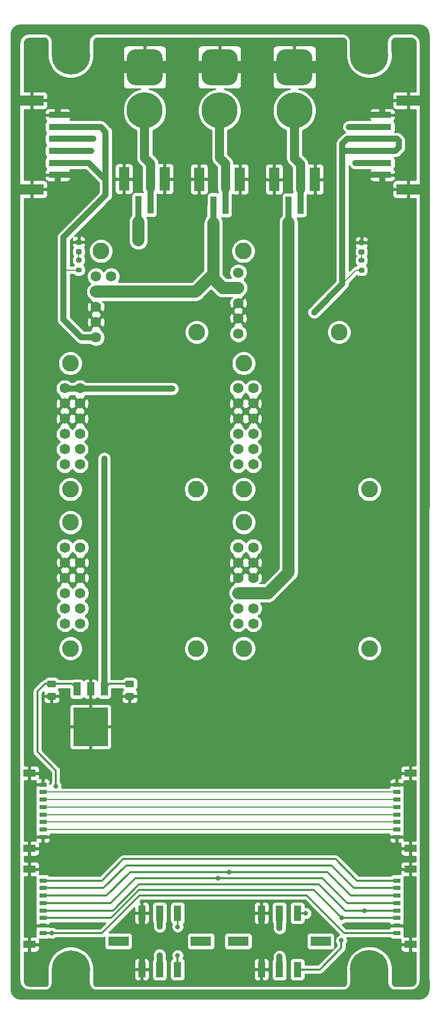
<source format=gbr>
%TF.GenerationSoftware,KiCad,Pcbnew,5.1.9-73d0e3b20d~88~ubuntu20.04.1*%
%TF.CreationDate,2021-04-18T23:14:10-05:00*%
%TF.ProjectId,POWER,504f5745-522e-46b6-9963-61645f706362,rev?*%
%TF.SameCoordinates,Original*%
%TF.FileFunction,Copper,L1,Top*%
%TF.FilePolarity,Positive*%
%FSLAX46Y46*%
G04 Gerber Fmt 4.6, Leading zero omitted, Abs format (unit mm)*
G04 Created by KiCad (PCBNEW 5.1.9-73d0e3b20d~88~ubuntu20.04.1) date 2021-04-18 23:14:10*
%MOMM*%
%LPD*%
G01*
G04 APERTURE LIST*
%TA.AperFunction,NonConductor*%
%ADD10C,0.300000*%
%TD*%
%TA.AperFunction,NonConductor*%
%ADD11C,0.200000*%
%TD*%
%TA.AperFunction,NonConductor*%
%ADD12C,0.150000*%
%TD*%
%TA.AperFunction,NonConductor*%
%ADD13C,0.100000*%
%TD*%
%TA.AperFunction,SMDPad,CuDef*%
%ADD14R,2.150000X1.300000*%
%TD*%
%TA.AperFunction,SMDPad,CuDef*%
%ADD15R,1.200000X0.800000*%
%TD*%
%TA.AperFunction,SMDPad,CuDef*%
%ADD16R,1.800000X4.000000*%
%TD*%
%TA.AperFunction,SMDPad,CuDef*%
%ADD17R,1.000000X3.000000*%
%TD*%
%TA.AperFunction,WasherPad*%
%ADD18C,2.800000*%
%TD*%
%TA.AperFunction,ComponentPad*%
%ADD19C,1.750000*%
%TD*%
%TA.AperFunction,SMDPad,CuDef*%
%ADD20R,5.800000X6.400000*%
%TD*%
%TA.AperFunction,SMDPad,CuDef*%
%ADD21R,1.200000X2.200000*%
%TD*%
%TA.AperFunction,SMDPad,CuDef*%
%ADD22R,1.270000X2.540000*%
%TD*%
%TA.AperFunction,SMDPad,CuDef*%
%ADD23R,3.430000X1.650000*%
%TD*%
%TA.AperFunction,SMDPad,CuDef*%
%ADD24R,3.000000X1.000000*%
%TD*%
%TA.AperFunction,SMDPad,CuDef*%
%ADD25R,4.000000X1.800000*%
%TD*%
%TA.AperFunction,ComponentPad*%
%ADD26C,6.000000*%
%TD*%
%TA.AperFunction,ComponentPad*%
%ADD27C,6.400000*%
%TD*%
%TA.AperFunction,ComponentPad*%
%ADD28C,0.800000*%
%TD*%
%TA.AperFunction,ViaPad*%
%ADD29C,0.800000*%
%TD*%
%TA.AperFunction,Conductor*%
%ADD30C,0.300000*%
%TD*%
%TA.AperFunction,Conductor*%
%ADD31C,2.000000*%
%TD*%
%TA.AperFunction,Conductor*%
%ADD32C,1.000000*%
%TD*%
%TA.AperFunction,Conductor*%
%ADD33C,0.200000*%
%TD*%
%TA.AperFunction,Conductor*%
%ADD34C,0.250000*%
%TD*%
%TA.AperFunction,Conductor*%
%ADD35C,1.500000*%
%TD*%
%TA.AperFunction,Conductor*%
%ADD36C,0.254000*%
%TD*%
%TA.AperFunction,Conductor*%
%ADD37C,0.100000*%
%TD*%
G04 APERTURE END LIST*
D10*
X237200000Y-61200000D02*
G75*
G02*
X238700000Y-62700000I0J-1500000D01*
G01*
X244700000Y-62700000D02*
G75*
G02*
X246200000Y-61200000I1500000J0D01*
G01*
D11*
G36*
X195000000Y-220100000D02*
G01*
X195900000Y-221100000D01*
X187800000Y-221200000D01*
X188800000Y-220100000D01*
X188800000Y-217200000D01*
X195000000Y-217200000D01*
X195000000Y-220100000D01*
G37*
X195000000Y-220100000D02*
X195900000Y-221100000D01*
X187800000Y-221200000D01*
X188800000Y-220100000D01*
X188800000Y-217200000D01*
X195000000Y-217200000D01*
X195000000Y-220100000D01*
D12*
G36*
X184900000Y-61300000D02*
G01*
X184400000Y-61400000D01*
X184000000Y-61600000D01*
X183700000Y-61900000D01*
X183500000Y-62300000D01*
X183400000Y-62900000D01*
X181900000Y-62900000D01*
X181900000Y-61400000D01*
X182000000Y-61000000D01*
X182200000Y-60600000D01*
X182500000Y-60200000D01*
X183100000Y-59900000D01*
X183500000Y-59800000D01*
X184900000Y-59800000D01*
X184900000Y-61300000D01*
G37*
X184900000Y-61300000D02*
X184400000Y-61400000D01*
X184000000Y-61600000D01*
X183700000Y-61900000D01*
X183500000Y-62300000D01*
X183400000Y-62900000D01*
X181900000Y-62900000D01*
X181900000Y-61400000D01*
X182000000Y-61000000D01*
X182200000Y-60600000D01*
X182500000Y-60200000D01*
X183100000Y-59900000D01*
X183500000Y-59800000D01*
X184900000Y-59800000D01*
X184900000Y-61300000D01*
X251750000Y-61400000D02*
G75*
G03*
X250150000Y-59800000I-1600000J0D01*
G01*
X250250000Y-62900000D02*
G75*
G03*
X248650000Y-61300000I-1600000J0D01*
G01*
D10*
X196400000Y-220900000D02*
G75*
G02*
X194900000Y-219400000I0J1500000D01*
G01*
X188900000Y-219400000D02*
G75*
G02*
X187400000Y-220900000I-1500000J0D01*
G01*
D11*
G36*
X244850000Y-220049200D02*
G01*
X245750000Y-221049200D01*
X237650000Y-221149200D01*
X238650000Y-220049200D01*
X238650000Y-217149200D01*
X244850000Y-217149200D01*
X244850000Y-220049200D01*
G37*
X244850000Y-220049200D02*
X245750000Y-221049200D01*
X237650000Y-221149200D01*
X238650000Y-220049200D01*
X238650000Y-217149200D01*
X244850000Y-217149200D01*
X244850000Y-220049200D01*
G36*
X195000000Y-62000000D02*
G01*
X195000000Y-64900000D01*
X188800000Y-64900000D01*
X188800000Y-62000000D01*
X187900000Y-61000000D01*
X196000000Y-60900000D01*
X195000000Y-62000000D01*
G37*
X195000000Y-62000000D02*
X195000000Y-64900000D01*
X188800000Y-64900000D01*
X188800000Y-62000000D01*
X187900000Y-61000000D01*
X196000000Y-60900000D01*
X195000000Y-62000000D01*
D13*
G36*
X250550000Y-59900000D02*
G01*
X251150000Y-60200000D01*
X251450000Y-60600000D01*
X251650000Y-61000000D01*
X251750000Y-61400000D01*
X251750000Y-62900000D01*
X250250000Y-62900000D01*
X250150000Y-62300000D01*
X249950000Y-61900000D01*
X249650000Y-61600000D01*
X249250000Y-61400000D01*
X248750000Y-61300000D01*
X248750000Y-59800000D01*
X250150000Y-59800000D01*
X250550000Y-59900000D01*
G37*
X250550000Y-59900000D02*
X251150000Y-60200000D01*
X251450000Y-60600000D01*
X251650000Y-61000000D01*
X251750000Y-61400000D01*
X251750000Y-62900000D01*
X250250000Y-62900000D01*
X250150000Y-62300000D01*
X249950000Y-61900000D01*
X249650000Y-61600000D01*
X249250000Y-61400000D01*
X248750000Y-61300000D01*
X248750000Y-59800000D01*
X250150000Y-59800000D01*
X250550000Y-59900000D01*
D12*
G36*
X251722400Y-220600000D02*
G01*
X250222400Y-220600000D01*
X250250000Y-61400000D01*
X251750000Y-61400000D01*
X251722400Y-220600000D01*
G37*
X251722400Y-220600000D02*
X250222400Y-220600000D01*
X250250000Y-61400000D01*
X251750000Y-61400000D01*
X251722400Y-220600000D01*
X183500000Y-222200000D02*
G75*
G02*
X181900000Y-220600000I0J1600000D01*
G01*
X185000000Y-220700000D02*
G75*
G02*
X183400000Y-219100000I0J1600000D01*
G01*
G36*
X183500000Y-219700000D02*
G01*
X183700000Y-220100000D01*
X184000000Y-220400000D01*
X184400000Y-220600000D01*
X185000000Y-220700000D01*
X185000000Y-222200000D01*
X183500000Y-222200000D01*
X183100000Y-222100000D01*
X182700000Y-221900000D01*
X182300000Y-221600000D01*
X182000000Y-221000000D01*
X181900000Y-220600000D01*
X181900000Y-219200000D01*
X183400000Y-219200000D01*
X183500000Y-219700000D01*
G37*
X183500000Y-219700000D02*
X183700000Y-220100000D01*
X184000000Y-220400000D01*
X184400000Y-220600000D01*
X185000000Y-220700000D01*
X185000000Y-222200000D01*
X183500000Y-222200000D01*
X183100000Y-222100000D01*
X182700000Y-221900000D01*
X182300000Y-221600000D01*
X182000000Y-221000000D01*
X181900000Y-220600000D01*
X181900000Y-219200000D01*
X183400000Y-219200000D01*
X183500000Y-219700000D01*
G36*
X250200000Y-222200000D02*
G01*
X185000000Y-222200000D01*
X185000000Y-220700000D01*
X250200000Y-220700000D01*
X250200000Y-222200000D01*
G37*
X250200000Y-222200000D02*
X185000000Y-222200000D01*
X185000000Y-220700000D01*
X250200000Y-220700000D01*
X250200000Y-222200000D01*
X251750000Y-220600000D02*
G75*
G02*
X250150000Y-222200000I-1600000J0D01*
G01*
G36*
X251750000Y-220600000D02*
G01*
X251650000Y-221000000D01*
X251450000Y-221400000D01*
X251150000Y-221800000D01*
X250550000Y-222100000D01*
X250150000Y-222200000D01*
X248750000Y-222200000D01*
X248750000Y-220700000D01*
X249250000Y-220600000D01*
X249650000Y-220400000D01*
X249950000Y-220100000D01*
X250150000Y-219700000D01*
X250250000Y-219100000D01*
X251750000Y-219100000D01*
X251750000Y-220600000D01*
G37*
X251750000Y-220600000D02*
X251650000Y-221000000D01*
X251450000Y-221400000D01*
X251150000Y-221800000D01*
X250550000Y-222100000D01*
X250150000Y-222200000D01*
X248750000Y-222200000D01*
X248750000Y-220700000D01*
X249250000Y-220600000D01*
X249650000Y-220400000D01*
X249950000Y-220100000D01*
X250150000Y-219700000D01*
X250250000Y-219100000D01*
X251750000Y-219100000D01*
X251750000Y-220600000D01*
X250250000Y-219100000D02*
G75*
G02*
X248650000Y-220700000I-1600000J0D01*
G01*
D10*
X246250000Y-220849200D02*
G75*
G02*
X244750000Y-219349200I0J1500000D01*
G01*
X238750000Y-219349200D02*
G75*
G02*
X237250000Y-220849200I-1500000J0D01*
G01*
X187400000Y-61200000D02*
G75*
G02*
X188900000Y-62700000I0J-1500000D01*
G01*
X194900000Y-62700000D02*
G75*
G02*
X196400000Y-61200000I1500000J0D01*
G01*
D11*
G36*
X244800000Y-62000000D02*
G01*
X244800000Y-64900000D01*
X238600000Y-64900000D01*
X238600000Y-62000000D01*
X237700000Y-61000000D01*
X245800000Y-60900000D01*
X244800000Y-62000000D01*
G37*
X244800000Y-62000000D02*
X244800000Y-64900000D01*
X238600000Y-64900000D01*
X238600000Y-62000000D01*
X237700000Y-61000000D01*
X245800000Y-60900000D01*
X244800000Y-62000000D01*
D12*
G36*
X183400000Y-220600000D02*
G01*
X181900000Y-220600000D01*
X181900000Y-61400000D01*
X183400000Y-61400000D01*
X183400000Y-220600000D01*
G37*
X183400000Y-220600000D02*
X181900000Y-220600000D01*
X181900000Y-61400000D01*
X183400000Y-61400000D01*
X183400000Y-220600000D01*
G36*
X250200000Y-61300000D02*
G01*
X183500000Y-61300000D01*
X183500000Y-59800000D01*
X250200000Y-59800000D01*
X250200000Y-61300000D01*
G37*
X250200000Y-61300000D02*
X183500000Y-61300000D01*
X183500000Y-59800000D01*
X250200000Y-59800000D01*
X250200000Y-61300000D01*
X181900000Y-61400000D02*
G75*
G02*
X183500000Y-59800000I1600000J0D01*
G01*
X183400000Y-62900000D02*
G75*
G02*
X185000000Y-61300000I1600000J0D01*
G01*
%TO.P,R102,2*%
%TO.N,Net-(D102-Pad2)*%
%TA.AperFunction,SMDPad,CuDef*%
G36*
G01*
X240725000Y-99445000D02*
X240175000Y-99445000D01*
G75*
G02*
X239975000Y-99245000I0J200000D01*
G01*
X239975000Y-98845000D01*
G75*
G02*
X240175000Y-98645000I200000J0D01*
G01*
X240725000Y-98645000D01*
G75*
G02*
X240925000Y-98845000I0J-200000D01*
G01*
X240925000Y-99245000D01*
G75*
G02*
X240725000Y-99445000I-200000J0D01*
G01*
G37*
%TD.AperFunction*%
%TO.P,R102,1*%
%TO.N,5V*%
%TA.AperFunction,SMDPad,CuDef*%
G36*
G01*
X240725000Y-101095000D02*
X240175000Y-101095000D01*
G75*
G02*
X239975000Y-100895000I0J200000D01*
G01*
X239975000Y-100495000D01*
G75*
G02*
X240175000Y-100295000I200000J0D01*
G01*
X240725000Y-100295000D01*
G75*
G02*
X240925000Y-100495000I0J-200000D01*
G01*
X240925000Y-100895000D01*
G75*
G02*
X240725000Y-101095000I-200000J0D01*
G01*
G37*
%TD.AperFunction*%
%TD*%
%TO.P,R101,2*%
%TO.N,Net-(D101-Pad2)*%
%TA.AperFunction,SMDPad,CuDef*%
G36*
G01*
X193505000Y-99405000D02*
X192955000Y-99405000D01*
G75*
G02*
X192755000Y-99205000I0J200000D01*
G01*
X192755000Y-98805000D01*
G75*
G02*
X192955000Y-98605000I200000J0D01*
G01*
X193505000Y-98605000D01*
G75*
G02*
X193705000Y-98805000I0J-200000D01*
G01*
X193705000Y-99205000D01*
G75*
G02*
X193505000Y-99405000I-200000J0D01*
G01*
G37*
%TD.AperFunction*%
%TO.P,R101,1*%
%TO.N,3V3*%
%TA.AperFunction,SMDPad,CuDef*%
G36*
G01*
X193505000Y-101055000D02*
X192955000Y-101055000D01*
G75*
G02*
X192755000Y-100855000I0J200000D01*
G01*
X192755000Y-100455000D01*
G75*
G02*
X192955000Y-100255000I200000J0D01*
G01*
X193505000Y-100255000D01*
G75*
G02*
X193705000Y-100455000I0J-200000D01*
G01*
X193705000Y-100855000D01*
G75*
G02*
X193505000Y-101055000I-200000J0D01*
G01*
G37*
%TD.AperFunction*%
%TD*%
D14*
%TO.P,J6,P2*%
%TO.N,GND*%
X248645000Y-213075000D03*
%TO.P,J6,P1*%
X248645000Y-200525000D03*
D15*
%TO.P,J6,8*%
%TO.N,Net-(J2-Pad1)*%
X246350000Y-202425000D03*
%TO.P,J6,7*%
%TO.N,Net-(J2-Pad2)*%
X246350000Y-203675000D03*
%TO.P,J6,6*%
%TO.N,B2B_SERVO1*%
X246350000Y-204925000D03*
%TO.P,J6,5*%
%TO.N,B2B_SERVO2*%
X246350000Y-206175000D03*
%TO.P,J6,4*%
%TO.N,B2B_SERVO3*%
X246350000Y-207425000D03*
%TO.P,J6,3*%
%TO.N,B2B_SERVO4*%
X246350000Y-208675000D03*
%TO.P,J6,2*%
%TO.N,GND*%
X246350000Y-209925000D03*
%TO.P,J6,1*%
%TO.N,9V_PT_SUPPLY*%
X246350000Y-211175000D03*
%TD*%
D14*
%TO.P,J5,P2*%
%TO.N,GND*%
X248645000Y-197075000D03*
%TO.P,J5,P1*%
X248645000Y-184525000D03*
D15*
%TO.P,J5,8*%
X246350000Y-186425000D03*
%TO.P,J5,7*%
%TO.N,Net-(J3-Pad2)*%
X246350000Y-187675000D03*
%TO.P,J5,6*%
%TO.N,Net-(J3-Pad3)*%
X246350000Y-188925000D03*
%TO.P,J5,5*%
%TO.N,Net-(J3-Pad4)*%
X246350000Y-190175000D03*
%TO.P,J5,4*%
%TO.N,Net-(J3-Pad5)*%
X246350000Y-191425000D03*
%TO.P,J5,3*%
%TO.N,Net-(J3-Pad6)*%
X246350000Y-192675000D03*
%TO.P,J5,2*%
%TO.N,Net-(J3-Pad7)*%
X246350000Y-193925000D03*
%TO.P,J5,1*%
%TO.N,GND*%
X246350000Y-195175000D03*
%TD*%
D14*
%TO.P,J3,P2*%
%TO.N,GND*%
X184955000Y-184525000D03*
%TO.P,J3,P1*%
X184955000Y-197075000D03*
D15*
%TO.P,J3,8*%
X187250000Y-195175000D03*
%TO.P,J3,7*%
%TO.N,Net-(J3-Pad7)*%
X187250000Y-193925000D03*
%TO.P,J3,6*%
%TO.N,Net-(J3-Pad6)*%
X187250000Y-192675000D03*
%TO.P,J3,5*%
%TO.N,Net-(J3-Pad5)*%
X187250000Y-191425000D03*
%TO.P,J3,4*%
%TO.N,Net-(J3-Pad4)*%
X187250000Y-190175000D03*
%TO.P,J3,3*%
%TO.N,Net-(J3-Pad3)*%
X187250000Y-188925000D03*
%TO.P,J3,2*%
%TO.N,Net-(J3-Pad2)*%
X187250000Y-187675000D03*
%TO.P,J3,1*%
%TO.N,GND*%
X187250000Y-186425000D03*
%TD*%
D14*
%TO.P,J2,P2*%
%TO.N,GND*%
X184955000Y-200525000D03*
%TO.P,J2,P1*%
X184955000Y-213075000D03*
D15*
%TO.P,J2,8*%
%TO.N,9V_PT_SUPPLY*%
X187250000Y-211175000D03*
%TO.P,J2,7*%
%TO.N,GND*%
X187250000Y-209925000D03*
%TO.P,J2,6*%
%TO.N,B2B_SERVO4*%
X187250000Y-208675000D03*
%TO.P,J2,5*%
%TO.N,B2B_SERVO3*%
X187250000Y-207425000D03*
%TO.P,J2,4*%
%TO.N,B2B_SERVO2*%
X187250000Y-206175000D03*
%TO.P,J2,3*%
%TO.N,B2B_SERVO1*%
X187250000Y-204925000D03*
%TO.P,J2,2*%
%TO.N,Net-(J2-Pad2)*%
X187250000Y-203675000D03*
%TO.P,J2,1*%
%TO.N,Net-(J2-Pad1)*%
X187250000Y-202425000D03*
%TD*%
%TO.P,D102,2*%
%TO.N,Net-(D102-Pad2)*%
%TA.AperFunction,SMDPad,CuDef*%
G36*
G01*
X240193750Y-97210000D02*
X240706250Y-97210000D01*
G75*
G02*
X240925000Y-97428750I0J-218750D01*
G01*
X240925000Y-97866250D01*
G75*
G02*
X240706250Y-98085000I-218750J0D01*
G01*
X240193750Y-98085000D01*
G75*
G02*
X239975000Y-97866250I0J218750D01*
G01*
X239975000Y-97428750D01*
G75*
G02*
X240193750Y-97210000I218750J0D01*
G01*
G37*
%TD.AperFunction*%
%TO.P,D102,1*%
%TO.N,GND*%
%TA.AperFunction,SMDPad,CuDef*%
G36*
G01*
X240193750Y-95635000D02*
X240706250Y-95635000D01*
G75*
G02*
X240925000Y-95853750I0J-218750D01*
G01*
X240925000Y-96291250D01*
G75*
G02*
X240706250Y-96510000I-218750J0D01*
G01*
X240193750Y-96510000D01*
G75*
G02*
X239975000Y-96291250I0J218750D01*
G01*
X239975000Y-95853750D01*
G75*
G02*
X240193750Y-95635000I218750J0D01*
G01*
G37*
%TD.AperFunction*%
%TD*%
%TO.P,D101,2*%
%TO.N,Net-(D101-Pad2)*%
%TA.AperFunction,SMDPad,CuDef*%
G36*
G01*
X192973750Y-97170000D02*
X193486250Y-97170000D01*
G75*
G02*
X193705000Y-97388750I0J-218750D01*
G01*
X193705000Y-97826250D01*
G75*
G02*
X193486250Y-98045000I-218750J0D01*
G01*
X192973750Y-98045000D01*
G75*
G02*
X192755000Y-97826250I0J218750D01*
G01*
X192755000Y-97388750D01*
G75*
G02*
X192973750Y-97170000I218750J0D01*
G01*
G37*
%TD.AperFunction*%
%TO.P,D101,1*%
%TO.N,GND*%
%TA.AperFunction,SMDPad,CuDef*%
G36*
G01*
X192973750Y-95595000D02*
X193486250Y-95595000D01*
G75*
G02*
X193705000Y-95813750I0J-218750D01*
G01*
X193705000Y-96251250D01*
G75*
G02*
X193486250Y-96470000I-218750J0D01*
G01*
X192973750Y-96470000D01*
G75*
G02*
X192755000Y-96251250I0J218750D01*
G01*
X192755000Y-95813750D01*
G75*
G02*
X192973750Y-95595000I218750J0D01*
G01*
G37*
%TD.AperFunction*%
%TD*%
D16*
%TO.P,J103,4*%
%TO.N,GND*%
X232670000Y-85540000D03*
%TO.P,J103,3*%
X225870000Y-85540000D03*
D17*
%TO.P,J103,2*%
%TO.N,Net-(J103-Pad2)*%
X230270000Y-89840000D03*
%TO.P,J103,1*%
%TO.N,Net-(J103-Pad1)*%
X228270000Y-89840000D03*
%TD*%
D16*
%TO.P,J102,4*%
%TO.N,GND*%
X207580000Y-85470000D03*
%TO.P,J102,3*%
X200780000Y-85470000D03*
D17*
%TO.P,J102,2*%
%TO.N,Net-(J102-Pad2)*%
X205180000Y-89770000D03*
%TO.P,J102,1*%
%TO.N,Net-(C702-Pad1)*%
X203180000Y-89770000D03*
%TD*%
D16*
%TO.P,J101,4*%
%TO.N,GND*%
X220130000Y-85530000D03*
%TO.P,J101,3*%
X213330000Y-85530000D03*
D17*
%TO.P,J101,2*%
%TO.N,Net-(J101-Pad2)*%
X217730000Y-89830000D03*
%TO.P,J101,1*%
%TO.N,Net-(J101-Pad1)*%
X215730000Y-89830000D03*
%TD*%
D18*
%TO.P,U704,*%
%TO.N,*%
X220760000Y-137220000D03*
X241760000Y-137220000D03*
X220760000Y-116220000D03*
D19*
%TO.P,U704,6*%
%TO.N,6V_HYBRID_SERVO3*%
X222370000Y-120370000D03*
%TO.P,U704,5*%
%TO.N,GND*%
X222370000Y-122910000D03*
%TO.P,U704,4*%
X222370000Y-125450000D03*
%TO.P,U704,3*%
%TO.N,Net-(C702-Pad1)*%
X222370000Y-127990000D03*
%TO.P,U704,2*%
%TO.N,Net-(U704-Pad2)*%
X222370000Y-130530000D03*
%TO.P,U704,1*%
%TO.N,Net-(U704-Pad1)*%
X222370000Y-133070000D03*
%TO.P,U704,12*%
%TO.N,6V_HYBRID_SERVO3*%
X219830000Y-120370000D03*
%TO.P,U704,11*%
%TO.N,GND*%
X219830000Y-122910000D03*
%TO.P,U704,10*%
X219830000Y-125450000D03*
%TO.P,U704,9*%
%TO.N,Net-(C702-Pad1)*%
X219830000Y-127990000D03*
%TO.P,U704,8*%
%TO.N,Net-(U704-Pad8)*%
X219830000Y-130530000D03*
%TO.P,U704,7*%
%TO.N,Net-(U704-Pad7)*%
X219830000Y-133070000D03*
%TD*%
D20*
%TO.P,U703,2*%
%TO.N,GND*%
X195200000Y-176800000D03*
D21*
%TO.P,U703,3*%
%TO.N,9V_PT_SUPPLY*%
X192920000Y-170500000D03*
%TO.P,U703,2*%
%TO.N,GND*%
X195200000Y-170500000D03*
%TO.P,U703,1*%
%TO.N,Net-(C702-Pad1)*%
X197480000Y-170500000D03*
%TD*%
D22*
%TO.P,J8,6*%
%TO.N,GND*%
X223745000Y-207850000D03*
%TO.P,J8,5*%
%TO.N,6V_HYBRID_SERVO4*%
X226745000Y-207850000D03*
%TO.P,J8,4*%
%TO.N,B2B_SERVO4*%
X229745000Y-207850000D03*
%TO.P,J8,3*%
%TO.N,GND*%
X223745000Y-217250000D03*
%TO.P,J8,2*%
%TO.N,6V_HYBRID_SERVO3*%
X226745000Y-217250000D03*
%TO.P,J8,1*%
%TO.N,B2B_SERVO3*%
X229745000Y-217250000D03*
D23*
%TO.P,J8,MP*%
%TO.N,Net-(J8-PadMP)*%
X219860000Y-212550000D03*
X233630000Y-212550000D03*
%TD*%
D22*
%TO.P,J7,6*%
%TO.N,GND*%
X203745000Y-207850000D03*
%TO.P,J7,5*%
%TO.N,6V_AC_SERVO2*%
X206745000Y-207850000D03*
%TO.P,J7,4*%
%TO.N,B2B_SERVO2*%
X209745000Y-207850000D03*
%TO.P,J7,3*%
%TO.N,GND*%
X203745000Y-217250000D03*
%TO.P,J7,2*%
%TO.N,6V_AC_SERVO1*%
X206745000Y-217250000D03*
%TO.P,J7,1*%
%TO.N,B2B_SERVO1*%
X209745000Y-217250000D03*
D23*
%TO.P,J7,MP*%
%TO.N,Net-(J7-PadMP)*%
X199860000Y-212550000D03*
X213630000Y-212550000D03*
%TD*%
D24*
%TO.P,J4,6*%
%TO.N,GND*%
X243950000Y-84800000D03*
%TO.P,J4,5*%
%TO.N,3V3*%
X243950000Y-82800000D03*
%TO.P,J4,4*%
%TO.N,5V*%
X243950000Y-80800000D03*
%TO.P,J4,3*%
X243950000Y-78800000D03*
D25*
%TO.P,J4,P2*%
%TO.N,GND*%
X248250000Y-87200000D03*
%TO.P,J4,P1*%
X248250000Y-72400000D03*
D24*
%TO.P,J4,2*%
%TO.N,3V3*%
X243950000Y-76800000D03*
%TO.P,J4,1*%
%TO.N,GND*%
X243950000Y-74800000D03*
%TD*%
%TO.P,J1,6*%
%TO.N,GND*%
X189700000Y-74800000D03*
%TO.P,J1,5*%
%TO.N,3V3*%
X189700000Y-76800000D03*
%TO.P,J1,4*%
%TO.N,5V*%
X189700000Y-78800000D03*
%TO.P,J1,3*%
X189700000Y-80800000D03*
D25*
%TO.P,J1,P2*%
%TO.N,GND*%
X185400000Y-72400000D03*
%TO.P,J1,P1*%
X185400000Y-87200000D03*
D24*
%TO.P,J1,2*%
%TO.N,3V3*%
X189700000Y-82800000D03*
%TO.P,J1,1*%
%TO.N,GND*%
X189700000Y-84800000D03*
%TD*%
D18*
%TO.P,U707,*%
%TO.N,*%
X220770000Y-163730000D03*
X241770000Y-163730000D03*
X220770000Y-142730000D03*
D19*
%TO.P,U707,6*%
%TO.N,6V_AC_SERVO2*%
X222380000Y-146880000D03*
%TO.P,U707,5*%
%TO.N,GND*%
X222380000Y-149420000D03*
%TO.P,U707,4*%
X222380000Y-151960000D03*
%TO.P,U707,3*%
%TO.N,Net-(J103-Pad1)*%
X222380000Y-154500000D03*
%TO.P,U707,2*%
%TO.N,Net-(U707-Pad2)*%
X222380000Y-157040000D03*
%TO.P,U707,1*%
%TO.N,Net-(U707-Pad1)*%
X222380000Y-159580000D03*
%TO.P,U707,12*%
%TO.N,6V_AC_SERVO2*%
X219840000Y-146880000D03*
%TO.P,U707,11*%
%TO.N,GND*%
X219840000Y-149420000D03*
%TO.P,U707,10*%
X219840000Y-151960000D03*
%TO.P,U707,9*%
%TO.N,Net-(J103-Pad1)*%
X219840000Y-154500000D03*
%TO.P,U707,8*%
%TO.N,Net-(U707-Pad8)*%
X219840000Y-157040000D03*
%TO.P,U707,7*%
%TO.N,Net-(U707-Pad7)*%
X219840000Y-159580000D03*
%TD*%
D18*
%TO.P,U706,*%
%TO.N,*%
X191850000Y-163730000D03*
X212850000Y-163730000D03*
X191850000Y-142730000D03*
D19*
%TO.P,U706,6*%
%TO.N,6V_AC_SERVO1*%
X193460000Y-146880000D03*
%TO.P,U706,5*%
%TO.N,GND*%
X193460000Y-149420000D03*
%TO.P,U706,4*%
X193460000Y-151960000D03*
%TO.P,U706,3*%
%TO.N,Net-(J103-Pad1)*%
X193460000Y-154500000D03*
%TO.P,U706,2*%
%TO.N,Net-(U706-Pad2)*%
X193460000Y-157040000D03*
%TO.P,U706,1*%
%TO.N,Net-(U706-Pad1)*%
X193460000Y-159580000D03*
%TO.P,U706,12*%
%TO.N,6V_AC_SERVO1*%
X190920000Y-146880000D03*
%TO.P,U706,11*%
%TO.N,GND*%
X190920000Y-149420000D03*
%TO.P,U706,10*%
X190920000Y-151960000D03*
%TO.P,U706,9*%
%TO.N,Net-(J103-Pad1)*%
X190920000Y-154500000D03*
%TO.P,U706,8*%
%TO.N,Net-(U706-Pad8)*%
X190920000Y-157040000D03*
%TO.P,U706,7*%
%TO.N,Net-(U706-Pad7)*%
X190920000Y-159580000D03*
%TD*%
D18*
%TO.P,U705,*%
%TO.N,*%
X191810000Y-137220000D03*
X212810000Y-137220000D03*
X191810000Y-116220000D03*
D19*
%TO.P,U705,6*%
%TO.N,6V_HYBRID_SERVO4*%
X193420000Y-120370000D03*
%TO.P,U705,5*%
%TO.N,GND*%
X193420000Y-122910000D03*
%TO.P,U705,4*%
X193420000Y-125450000D03*
%TO.P,U705,3*%
%TO.N,Net-(C702-Pad1)*%
X193420000Y-127990000D03*
%TO.P,U705,2*%
%TO.N,Net-(U705-Pad2)*%
X193420000Y-130530000D03*
%TO.P,U705,1*%
%TO.N,Net-(U705-Pad1)*%
X193420000Y-133070000D03*
%TO.P,U705,12*%
%TO.N,6V_HYBRID_SERVO4*%
X190880000Y-120370000D03*
%TO.P,U705,11*%
%TO.N,GND*%
X190880000Y-122910000D03*
%TO.P,U705,10*%
X190880000Y-125450000D03*
%TO.P,U705,9*%
%TO.N,Net-(C702-Pad1)*%
X190880000Y-127990000D03*
%TO.P,U705,8*%
%TO.N,Net-(U705-Pad8)*%
X190880000Y-130530000D03*
%TO.P,U705,7*%
%TO.N,Net-(U705-Pad7)*%
X190880000Y-133070000D03*
%TD*%
%TO.P,U702,1*%
%TO.N,Net-(U702-Pad1)*%
X219870000Y-101090000D03*
%TO.P,U702,2*%
%TO.N,Net-(J101-Pad1)*%
X219870000Y-103630000D03*
%TO.P,U702,3*%
%TO.N,GND*%
X219870000Y-106170000D03*
%TO.P,U702,4*%
X219870000Y-108710000D03*
%TO.P,U702,5*%
%TO.N,5V*%
X219870000Y-111250000D03*
D18*
%TO.P,U702,*%
%TO.N,*%
X220700000Y-97510000D03*
X236700000Y-111010000D03*
%TD*%
D19*
%TO.P,U701,6*%
%TO.N,Net-(U701-Pad6)*%
X198640000Y-101730000D03*
%TO.P,U701,2*%
%TO.N,Net-(J101-Pad1)*%
X196100000Y-104270000D03*
%TO.P,U701,1*%
%TO.N,Net-(U701-Pad1)*%
X196100000Y-101730000D03*
%TO.P,U701,3*%
%TO.N,GND*%
X196100000Y-106810000D03*
%TO.P,U701,4*%
X196100000Y-109350000D03*
D18*
%TO.P,U701,*%
%TO.N,*%
X196930000Y-97510000D03*
X212930000Y-111010000D03*
D19*
%TO.P,U701,5*%
%TO.N,3V3*%
X196100000Y-111890000D03*
%TD*%
%TO.P,J706,1*%
%TO.N,GND*%
%TA.AperFunction,ComponentPad*%
G36*
G01*
X227745000Y-63860000D02*
X230745000Y-63860000D01*
G75*
G02*
X232245000Y-65360000I0J-1500000D01*
G01*
X232245000Y-68360000D01*
G75*
G02*
X230745000Y-69860000I-1500000J0D01*
G01*
X227745000Y-69860000D01*
G75*
G02*
X226245000Y-68360000I0J1500000D01*
G01*
X226245000Y-65360000D01*
G75*
G02*
X227745000Y-63860000I1500000J0D01*
G01*
G37*
%TD.AperFunction*%
D26*
%TO.P,J706,2*%
%TO.N,Net-(J103-Pad2)*%
X229245000Y-74060000D03*
%TD*%
%TO.P,J702,1*%
%TO.N,GND*%
%TA.AperFunction,ComponentPad*%
G36*
G01*
X202745000Y-63860000D02*
X205745000Y-63860000D01*
G75*
G02*
X207245000Y-65360000I0J-1500000D01*
G01*
X207245000Y-68360000D01*
G75*
G02*
X205745000Y-69860000I-1500000J0D01*
G01*
X202745000Y-69860000D01*
G75*
G02*
X201245000Y-68360000I0J1500000D01*
G01*
X201245000Y-65360000D01*
G75*
G02*
X202745000Y-63860000I1500000J0D01*
G01*
G37*
%TD.AperFunction*%
%TO.P,J702,2*%
%TO.N,Net-(J102-Pad2)*%
X204245000Y-74060000D03*
%TD*%
%TO.P,J701,1*%
%TO.N,GND*%
%TA.AperFunction,ComponentPad*%
G36*
G01*
X215245000Y-63860000D02*
X218245000Y-63860000D01*
G75*
G02*
X219745000Y-65360000I0J-1500000D01*
G01*
X219745000Y-68360000D01*
G75*
G02*
X218245000Y-69860000I-1500000J0D01*
G01*
X215245000Y-69860000D01*
G75*
G02*
X213745000Y-68360000I0J1500000D01*
G01*
X213745000Y-65360000D01*
G75*
G02*
X215245000Y-63860000I1500000J0D01*
G01*
G37*
%TD.AperFunction*%
%TO.P,J701,2*%
%TO.N,Net-(J101-Pad2)*%
X216745000Y-74060000D03*
%TD*%
%TO.P,C702,2*%
%TO.N,GND*%
%TA.AperFunction,SMDPad,CuDef*%
G36*
G01*
X201245000Y-171140000D02*
X202195000Y-171140000D01*
G75*
G02*
X202445000Y-171390000I0J-250000D01*
G01*
X202445000Y-172065000D01*
G75*
G02*
X202195000Y-172315000I-250000J0D01*
G01*
X201245000Y-172315000D01*
G75*
G02*
X200995000Y-172065000I0J250000D01*
G01*
X200995000Y-171390000D01*
G75*
G02*
X201245000Y-171140000I250000J0D01*
G01*
G37*
%TD.AperFunction*%
%TO.P,C702,1*%
%TO.N,Net-(C702-Pad1)*%
%TA.AperFunction,SMDPad,CuDef*%
G36*
G01*
X201245000Y-169065000D02*
X202195000Y-169065000D01*
G75*
G02*
X202445000Y-169315000I0J-250000D01*
G01*
X202445000Y-169990000D01*
G75*
G02*
X202195000Y-170240000I-250000J0D01*
G01*
X201245000Y-170240000D01*
G75*
G02*
X200995000Y-169990000I0J250000D01*
G01*
X200995000Y-169315000D01*
G75*
G02*
X201245000Y-169065000I250000J0D01*
G01*
G37*
%TD.AperFunction*%
%TD*%
%TO.P,C701,2*%
%TO.N,GND*%
%TA.AperFunction,SMDPad,CuDef*%
G36*
G01*
X188205000Y-171140000D02*
X189155000Y-171140000D01*
G75*
G02*
X189405000Y-171390000I0J-250000D01*
G01*
X189405000Y-172065000D01*
G75*
G02*
X189155000Y-172315000I-250000J0D01*
G01*
X188205000Y-172315000D01*
G75*
G02*
X187955000Y-172065000I0J250000D01*
G01*
X187955000Y-171390000D01*
G75*
G02*
X188205000Y-171140000I250000J0D01*
G01*
G37*
%TD.AperFunction*%
%TO.P,C701,1*%
%TO.N,9V_PT_SUPPLY*%
%TA.AperFunction,SMDPad,CuDef*%
G36*
G01*
X188205000Y-169065000D02*
X189155000Y-169065000D01*
G75*
G02*
X189405000Y-169315000I0J-250000D01*
G01*
X189405000Y-169990000D01*
G75*
G02*
X189155000Y-170240000I-250000J0D01*
G01*
X188205000Y-170240000D01*
G75*
G02*
X187955000Y-169990000I0J250000D01*
G01*
X187955000Y-169315000D01*
G75*
G02*
X188205000Y-169065000I250000J0D01*
G01*
G37*
%TD.AperFunction*%
%TD*%
D27*
%TO.P,REF\u002A\u002A,*%
%TO.N,*%
X241750000Y-64850800D03*
D28*
%TO.P,REF\u002A\u002A,1*%
%TO.N,N/C*%
X244150000Y-64800000D03*
X243447056Y-66497056D03*
X241750000Y-67200000D03*
X240052944Y-66497056D03*
X239350000Y-64800000D03*
X240052944Y-63102944D03*
X241750000Y-62400000D03*
X243447056Y-63102944D03*
%TD*%
D27*
%TO.P,REF\u002A\u002A,*%
%TO.N,*%
X191900000Y-64850800D03*
D28*
%TO.P,REF\u002A\u002A,1*%
%TO.N,N/C*%
X194300000Y-64800000D03*
X193597056Y-66497056D03*
X191900000Y-67200000D03*
X190202944Y-66497056D03*
X189500000Y-64800000D03*
X190202944Y-63102944D03*
X191900000Y-62400000D03*
X193597056Y-63102944D03*
%TD*%
%TO.P,REF\u002A\u002A,1*%
%TO.N,N/C*%
X193597056Y-215502944D03*
X191900000Y-214800000D03*
X190202944Y-215502944D03*
X189500000Y-217200000D03*
X190202944Y-218897056D03*
X191900000Y-219600000D03*
X193597056Y-218897056D03*
X194300000Y-217200000D03*
D27*
%TO.P,REF\u002A\u002A,*%
%TO.N,*%
X191900000Y-217250800D03*
%TD*%
%TO.P,REF\u002A\u002A,*%
%TO.N,*%
X241750000Y-217200000D03*
D28*
%TO.P,REF\u002A\u002A,1*%
%TO.N,N/C*%
X244150000Y-217149200D03*
X243447056Y-218846256D03*
X241750000Y-219549200D03*
X240052944Y-218846256D03*
X239350000Y-217149200D03*
X240052944Y-215452144D03*
X241750000Y-214749200D03*
X243447056Y-215452144D03*
%TD*%
D29*
%TO.N,GND*%
X206500000Y-132400000D03*
X202000000Y-132400000D03*
X206500000Y-130900000D03*
X203500000Y-130900000D03*
X202000000Y-133900000D03*
X205000000Y-132400000D03*
X205000000Y-133900000D03*
X202000000Y-130900000D03*
X205000000Y-130900000D03*
X203500000Y-133900000D03*
X203500000Y-132400000D03*
X206500000Y-133900000D03*
X205000000Y-158900000D03*
X200500000Y-158900000D03*
X205000000Y-157400000D03*
X202000000Y-157400000D03*
X200500000Y-160400000D03*
X203500000Y-158900000D03*
X203500000Y-160400000D03*
X200500000Y-157400000D03*
X203500000Y-157400000D03*
X202000000Y-160400000D03*
X202000000Y-158900000D03*
X205000000Y-160400000D03*
X238300000Y-154700000D03*
X238300000Y-150200000D03*
X239800000Y-154700000D03*
X239800000Y-151700000D03*
X236800000Y-150200000D03*
X238300000Y-153200000D03*
X236800000Y-153200000D03*
X239800000Y-150200000D03*
X239800000Y-153200000D03*
X236800000Y-151700000D03*
X238300000Y-151700000D03*
X236800000Y-154700000D03*
X238300000Y-129500000D03*
X238300000Y-125000000D03*
X239800000Y-129500000D03*
X239800000Y-126500000D03*
X236800000Y-125000000D03*
X238300000Y-128000000D03*
X236800000Y-128000000D03*
X239800000Y-125000000D03*
X239800000Y-128000000D03*
X236800000Y-126500000D03*
X238300000Y-126500000D03*
X236800000Y-129500000D03*
X233100000Y-98800000D03*
X233100000Y-94300000D03*
X234600000Y-98800000D03*
X234600000Y-95800000D03*
X231600000Y-94300000D03*
X233100000Y-97300000D03*
X231600000Y-97300000D03*
X234600000Y-94300000D03*
X234600000Y-97300000D03*
X231600000Y-95800000D03*
X233100000Y-95800000D03*
X231600000Y-98800000D03*
X209100000Y-98800000D03*
X209100000Y-94300000D03*
X210600000Y-98800000D03*
X210600000Y-95800000D03*
X207600000Y-94300000D03*
X209100000Y-97300000D03*
X207600000Y-97300000D03*
X210600000Y-94300000D03*
X210600000Y-97300000D03*
X207600000Y-95800000D03*
X209100000Y-95800000D03*
X207600000Y-98800000D03*
%TO.N,9V_PT_SUPPLY*%
X189400000Y-186720000D03*
X188740000Y-211180000D03*
%TO.N,Net-(C702-Pad1)*%
X197500000Y-132090000D03*
X197500000Y-133060000D03*
X203200000Y-92670000D03*
X203200000Y-93700000D03*
X203200000Y-94700000D03*
X203200000Y-95700000D03*
%TO.N,6V_AC_SERVO1*%
X206740000Y-214880000D03*
%TO.N,3V3*%
X194860000Y-82800000D03*
X195940000Y-76800000D03*
X239420000Y-82800000D03*
X238359990Y-76800010D03*
%TO.N,5V*%
X233370000Y-106860000D03*
X195340000Y-80800000D03*
X195690000Y-78800000D03*
X238980000Y-80800000D03*
X238580000Y-78800000D03*
X232540000Y-107690000D03*
%TO.N,B2B_SERVO4*%
X237155000Y-208675000D03*
X231110000Y-207900000D03*
%TO.N,B2B_SERVO3*%
X237080000Y-212410000D03*
X240915000Y-207425000D03*
%TO.N,B2B_SERVO2*%
X209750000Y-210130000D03*
X216490000Y-202050000D03*
%TO.N,B2B_SERVO1*%
X209740000Y-214900000D03*
X218340000Y-200990000D03*
%TO.N,6V_AC_SERVO2*%
X206760000Y-210070000D03*
%TO.N,6V_HYBRID_SERVO3*%
X226740000Y-215110000D03*
%TO.N,6V_HYBRID_SERVO4*%
X208880000Y-120430000D03*
X226760000Y-210340000D03*
X207590000Y-120430000D03*
%TD*%
D30*
%TO.N,GND*%
X201720000Y-171727500D02*
X201497499Y-171950001D01*
X188680000Y-171727500D02*
X188902501Y-171950001D01*
D31*
X204245000Y-66860000D02*
X229245000Y-66860000D01*
X204245000Y-66860000D02*
X199070000Y-66860000D01*
X229245000Y-66860000D02*
X233900000Y-66860000D01*
D32*
X203745000Y-207850000D02*
X203745000Y-217250000D01*
X223745000Y-207850000D02*
X223745000Y-217250000D01*
X243950000Y-74800000D02*
X240270000Y-74800000D01*
X243950000Y-74800000D02*
X243950000Y-72840000D01*
X243950000Y-84800000D02*
X241720000Y-84800000D01*
X243950000Y-84800000D02*
X243950000Y-86660000D01*
X189700000Y-74800000D02*
X189700000Y-73150000D01*
X189700000Y-74800000D02*
X191760000Y-74800000D01*
X189700000Y-84800000D02*
X191990000Y-84800000D01*
X189700000Y-84800000D02*
X189700000Y-86510000D01*
D30*
%TO.N,9V_PT_SUPPLY*%
X192072500Y-169652500D02*
X192920000Y-170500000D01*
X188680000Y-169652500D02*
X192072500Y-169652500D01*
X187255000Y-211180000D02*
X187250000Y-211175000D01*
X188740000Y-211180000D02*
X187255000Y-211180000D01*
X231330000Y-204900000D02*
X237605000Y-211175000D01*
X237605000Y-211175000D02*
X246350000Y-211175000D01*
X203390000Y-204900000D02*
X231330000Y-204900000D01*
X197110000Y-211180000D02*
X203390000Y-204900000D01*
X188740000Y-211180000D02*
X197110000Y-211180000D01*
X189400000Y-184090000D02*
X189400000Y-186720000D01*
X186310000Y-181000000D02*
X189400000Y-184090000D01*
X186310000Y-170910000D02*
X186310000Y-181000000D01*
X187567500Y-169652500D02*
X186310000Y-170910000D01*
X188680000Y-169652500D02*
X187567500Y-169652500D01*
%TO.N,Net-(C702-Pad1)*%
X198327500Y-169652500D02*
X197480000Y-170500000D01*
X201720000Y-169652500D02*
X198327500Y-169652500D01*
D32*
X197500000Y-132090000D02*
X197500000Y-132090000D01*
X197500000Y-133060000D02*
X197500000Y-132090000D01*
X197480000Y-132110000D02*
X197500000Y-132090000D01*
X197480000Y-170500000D02*
X197480000Y-132110000D01*
X203180000Y-92650000D02*
X203200000Y-92670000D01*
X203180000Y-89770000D02*
X203180000Y-92650000D01*
D31*
X203200000Y-92670000D02*
X203200000Y-95700000D01*
D32*
%TO.N,6V_AC_SERVO1*%
X206745000Y-214885000D02*
X206740000Y-214880000D01*
X206745000Y-217250000D02*
X206745000Y-214885000D01*
D30*
%TO.N,Net-(J2-Pad2)*%
X239185000Y-203675000D02*
X246350000Y-203675000D01*
X235410000Y-199900000D02*
X239185000Y-203675000D01*
X201130000Y-199900000D02*
X235410000Y-199900000D01*
X197355000Y-203675000D02*
X201130000Y-199900000D01*
X187250000Y-203675000D02*
X197355000Y-203675000D01*
%TO.N,Net-(J2-Pad1)*%
X236110000Y-198860000D02*
X239675000Y-202425000D01*
X200670000Y-198860000D02*
X236110000Y-198860000D01*
X239675000Y-202425000D02*
X246350000Y-202425000D01*
X197105000Y-202425000D02*
X200670000Y-198860000D01*
X187250000Y-202425000D02*
X197105000Y-202425000D01*
D33*
%TO.N,Net-(J3-Pad7)*%
X246350000Y-193925000D02*
X187250000Y-193925000D01*
%TO.N,Net-(J3-Pad6)*%
X188405000Y-192675000D02*
X246350000Y-192675000D01*
X188405000Y-192675000D02*
X187250000Y-192675000D01*
%TO.N,Net-(J3-Pad5)*%
X246350000Y-191425000D02*
X187250000Y-191425000D01*
%TO.N,Net-(J3-Pad4)*%
X187250000Y-190175000D02*
X246350000Y-190175000D01*
%TO.N,Net-(J3-Pad3)*%
X246350000Y-188925000D02*
X187250000Y-188925000D01*
%TO.N,Net-(J3-Pad2)*%
X187250000Y-187675000D02*
X246350000Y-187675000D01*
D32*
%TO.N,3V3*%
X238360000Y-76800000D02*
X238359990Y-76800010D01*
X243950000Y-76800000D02*
X238360000Y-76800000D01*
X189700000Y-76800000D02*
X195940000Y-76800000D01*
X194860000Y-82800000D02*
X194860000Y-82800000D01*
X243950000Y-82800000D02*
X239420000Y-82800000D01*
X194860000Y-82800000D02*
X189700000Y-82800000D01*
X195940000Y-76800000D02*
X195940000Y-76800000D01*
X239420000Y-82800000D02*
X239420000Y-82800000D01*
X238359990Y-76800010D02*
X238359990Y-76800010D01*
X194860000Y-82800000D02*
X197310000Y-85250000D01*
X197310000Y-85250000D02*
X197720000Y-85250000D01*
X197720000Y-77630000D02*
X197720000Y-85250000D01*
X196890000Y-76800000D02*
X197720000Y-77630000D01*
X195940000Y-76800000D02*
X196890000Y-76800000D01*
X190670000Y-108930000D02*
X193630000Y-111890000D01*
X193630000Y-111890000D02*
X196100000Y-111890000D01*
X197720000Y-88180000D02*
X190670000Y-95230000D01*
X197720000Y-85250000D02*
X197720000Y-88180000D01*
D33*
X190905000Y-100655000D02*
X190670000Y-100890000D01*
X193230000Y-100655000D02*
X190905000Y-100655000D01*
D32*
X190670000Y-100890000D02*
X190670000Y-108930000D01*
X190670000Y-95230000D02*
X190670000Y-100890000D01*
%TO.N,5V*%
X243950000Y-80800000D02*
X239000030Y-80800000D01*
X239000030Y-80800000D02*
X239000015Y-80799985D01*
X195690000Y-78800000D02*
X195690000Y-78800000D01*
X243950000Y-78800000D02*
X238580000Y-78800000D01*
X238980000Y-80800000D02*
X238980000Y-80800000D01*
X189700000Y-80800000D02*
X195340000Y-80800000D01*
X246140000Y-80800000D02*
X243950000Y-80800000D01*
X246700000Y-80240000D02*
X246140000Y-80800000D01*
X246700000Y-79130000D02*
X246700000Y-80240000D01*
X246370000Y-78800000D02*
X246700000Y-79130000D01*
X243950000Y-78800000D02*
X246370000Y-78800000D01*
X195340000Y-80800000D02*
X195340000Y-80800000D01*
X195690000Y-78800000D02*
X189700000Y-78800000D01*
X238980000Y-80800000D02*
X239000030Y-80800000D01*
X238580000Y-78800000D02*
X238580000Y-78800000D01*
X237260000Y-102970000D02*
X232540000Y-107690000D01*
X237650000Y-80800000D02*
X237260000Y-81190000D01*
X238980000Y-80800000D02*
X237650000Y-80800000D01*
X237260000Y-81190000D02*
X237260000Y-102970000D01*
X237260000Y-79640000D02*
X237260000Y-81190000D01*
X238100000Y-78800000D02*
X237260000Y-79640000D01*
X238580000Y-78800000D02*
X238100000Y-78800000D01*
D33*
X239535000Y-100695000D02*
X237260000Y-102970000D01*
X240450000Y-100695000D02*
X239535000Y-100695000D01*
D30*
%TO.N,B2B_SERVO4*%
X237155000Y-208675000D02*
X246350000Y-208675000D01*
X232490000Y-204010000D02*
X237155000Y-208675000D01*
X203280000Y-204010000D02*
X232490000Y-204010000D01*
X198615000Y-208675000D02*
X203280000Y-204010000D01*
X187250000Y-208675000D02*
X198615000Y-208675000D01*
X229745000Y-207850000D02*
X231060000Y-207850000D01*
X231060000Y-207850000D02*
X231110000Y-207900000D01*
%TO.N,B2B_SERVO3*%
X229745000Y-217250000D02*
X233470000Y-217250000D01*
X237080000Y-213640000D02*
X237080000Y-212410000D01*
X233470000Y-217250000D02*
X237080000Y-213640000D01*
X240915000Y-207425000D02*
X246350000Y-207425000D01*
X237705000Y-207425000D02*
X240915000Y-207425000D01*
X233340000Y-203060000D02*
X237705000Y-207425000D01*
X203280000Y-203060000D02*
X233340000Y-203060000D01*
X198915000Y-207425000D02*
X203280000Y-203060000D01*
X187250000Y-207425000D02*
X198915000Y-207425000D01*
%TO.N,B2B_SERVO2*%
X238085000Y-206175000D02*
X246350000Y-206175000D01*
X233960000Y-202050000D02*
X238085000Y-206175000D01*
X198555000Y-206175000D02*
X202680000Y-202050000D01*
X187250000Y-206175000D02*
X198555000Y-206175000D01*
D34*
X209745000Y-210125000D02*
X209750000Y-210130000D01*
X209745000Y-207850000D02*
X209745000Y-210125000D01*
D30*
X216490000Y-202050000D02*
X233960000Y-202050000D01*
X202680000Y-202050000D02*
X216490000Y-202050000D01*
%TO.N,B2B_SERVO1*%
X209745000Y-217250000D02*
X209745000Y-216825000D01*
X187250000Y-204925000D02*
X197845000Y-204925000D01*
X238695000Y-204925000D02*
X246350000Y-204925000D01*
X234760000Y-200990000D02*
X238695000Y-204925000D01*
X197885000Y-204925000D02*
X201820000Y-200990000D01*
X197845000Y-204925000D02*
X197885000Y-204925000D01*
X209745000Y-214905000D02*
X209740000Y-214900000D01*
X209745000Y-217250000D02*
X209745000Y-214905000D01*
X218340000Y-200990000D02*
X234760000Y-200990000D01*
X201820000Y-200990000D02*
X218340000Y-200990000D01*
D32*
%TO.N,6V_AC_SERVO2*%
X206745000Y-210055000D02*
X206760000Y-210070000D01*
X206745000Y-207850000D02*
X206745000Y-210055000D01*
%TO.N,6V_HYBRID_SERVO3*%
X226745000Y-215115000D02*
X226740000Y-215110000D01*
X226745000Y-217250000D02*
X226745000Y-215115000D01*
D30*
%TO.N,6V_HYBRID_SERVO4*%
X226745000Y-207850000D02*
X226730000Y-207850000D01*
D32*
X226745000Y-210325000D02*
X226760000Y-210340000D01*
X226745000Y-207850000D02*
X226745000Y-210325000D01*
X190940000Y-120430000D02*
X190880000Y-120370000D01*
X208880000Y-120430000D02*
X190940000Y-120430000D01*
%TO.N,Net-(J101-Pad2)*%
X217720000Y-89860000D02*
X217720000Y-87100000D01*
D35*
X216745000Y-81945000D02*
X216745000Y-74060000D01*
X217720000Y-82920000D02*
X216745000Y-81945000D01*
X217720000Y-87100000D02*
X217720000Y-82920000D01*
D32*
%TO.N,Net-(J101-Pad1)*%
X215710000Y-89930000D02*
X215710000Y-92810000D01*
D31*
X215700000Y-92820000D02*
X215700000Y-99060000D01*
X215710000Y-92810000D02*
X215700000Y-92820000D01*
X212760000Y-104270000D02*
X196100000Y-104270000D01*
X215700000Y-101330000D02*
X212760000Y-104270000D01*
X215700000Y-99060000D02*
X215700000Y-101330000D01*
X217260000Y-103630000D02*
X219870000Y-103630000D01*
X215700000Y-102070000D02*
X217260000Y-103630000D01*
X215700000Y-99060000D02*
X215700000Y-102070000D01*
D32*
%TO.N,Net-(J102-Pad2)*%
X205180000Y-89770000D02*
X205180000Y-87010000D01*
D35*
X205180000Y-82880000D02*
X205180000Y-87010000D01*
X204245000Y-81945000D02*
X205180000Y-82880000D01*
X204245000Y-74060000D02*
X204245000Y-81945000D01*
D32*
%TO.N,Net-(J103-Pad2)*%
X230250000Y-89980000D02*
X230250000Y-87220000D01*
D35*
X229245000Y-82035000D02*
X229245000Y-74060000D01*
X230250000Y-83040000D02*
X229245000Y-82035000D01*
X230250000Y-87220000D02*
X230250000Y-83040000D01*
D32*
%TO.N,Net-(J103-Pad1)*%
X228260000Y-89810000D02*
X228260000Y-92690000D01*
D31*
X224850000Y-154500000D02*
X219840000Y-154500000D01*
X228270000Y-151080000D02*
X224850000Y-154500000D01*
X228270000Y-92720000D02*
X228270000Y-151080000D01*
D33*
%TO.N,Net-(D101-Pad2)*%
X193230000Y-99005000D02*
X193230000Y-97607500D01*
%TO.N,Net-(D102-Pad2)*%
X240450000Y-99045000D02*
X240450000Y-97647500D01*
%TD*%
D36*
%TO.N,GND*%
X187671030Y-62042430D02*
X187793595Y-62107599D01*
X187901160Y-62195327D01*
X187989643Y-62302285D01*
X188055660Y-62424381D01*
X188065000Y-62454553D01*
X188065000Y-65228515D01*
X188212377Y-65969428D01*
X188501467Y-66667354D01*
X188921161Y-67295470D01*
X189455330Y-67829639D01*
X190083446Y-68249333D01*
X190781372Y-68538423D01*
X191522285Y-68685800D01*
X192277715Y-68685800D01*
X193018628Y-68538423D01*
X193716554Y-68249333D01*
X194344670Y-67829639D01*
X194878839Y-67295470D01*
X195298533Y-66667354D01*
X195587623Y-65969428D01*
X195735000Y-65228515D01*
X195735000Y-63860000D01*
X200606928Y-63860000D01*
X200610000Y-66574250D01*
X200768750Y-66733000D01*
X204118000Y-66733000D01*
X204118000Y-63383750D01*
X204372000Y-63383750D01*
X204372000Y-66733000D01*
X207721250Y-66733000D01*
X207880000Y-66574250D01*
X207883072Y-63860000D01*
X213106928Y-63860000D01*
X213110000Y-66574250D01*
X213268750Y-66733000D01*
X216618000Y-66733000D01*
X216618000Y-63383750D01*
X216872000Y-63383750D01*
X216872000Y-66733000D01*
X220221250Y-66733000D01*
X220380000Y-66574250D01*
X220383072Y-63860000D01*
X225606928Y-63860000D01*
X225610000Y-66574250D01*
X225768750Y-66733000D01*
X229118000Y-66733000D01*
X229118000Y-63383750D01*
X229372000Y-63383750D01*
X229372000Y-66733000D01*
X232721250Y-66733000D01*
X232880000Y-66574250D01*
X232883072Y-63860000D01*
X232870812Y-63735518D01*
X232834502Y-63615820D01*
X232775537Y-63505506D01*
X232696185Y-63408815D01*
X232599494Y-63329463D01*
X232489180Y-63270498D01*
X232369482Y-63234188D01*
X232245000Y-63221928D01*
X229530750Y-63225000D01*
X229372000Y-63383750D01*
X229118000Y-63383750D01*
X228959250Y-63225000D01*
X226245000Y-63221928D01*
X226120518Y-63234188D01*
X226000820Y-63270498D01*
X225890506Y-63329463D01*
X225793815Y-63408815D01*
X225714463Y-63505506D01*
X225655498Y-63615820D01*
X225619188Y-63735518D01*
X225606928Y-63860000D01*
X220383072Y-63860000D01*
X220370812Y-63735518D01*
X220334502Y-63615820D01*
X220275537Y-63505506D01*
X220196185Y-63408815D01*
X220099494Y-63329463D01*
X219989180Y-63270498D01*
X219869482Y-63234188D01*
X219745000Y-63221928D01*
X217030750Y-63225000D01*
X216872000Y-63383750D01*
X216618000Y-63383750D01*
X216459250Y-63225000D01*
X213745000Y-63221928D01*
X213620518Y-63234188D01*
X213500820Y-63270498D01*
X213390506Y-63329463D01*
X213293815Y-63408815D01*
X213214463Y-63505506D01*
X213155498Y-63615820D01*
X213119188Y-63735518D01*
X213106928Y-63860000D01*
X207883072Y-63860000D01*
X207870812Y-63735518D01*
X207834502Y-63615820D01*
X207775537Y-63505506D01*
X207696185Y-63408815D01*
X207599494Y-63329463D01*
X207489180Y-63270498D01*
X207369482Y-63234188D01*
X207245000Y-63221928D01*
X204530750Y-63225000D01*
X204372000Y-63383750D01*
X204118000Y-63383750D01*
X203959250Y-63225000D01*
X201245000Y-63221928D01*
X201120518Y-63234188D01*
X201000820Y-63270498D01*
X200890506Y-63329463D01*
X200793815Y-63408815D01*
X200714463Y-63505506D01*
X200655498Y-63615820D01*
X200619188Y-63735518D01*
X200606928Y-63860000D01*
X195735000Y-63860000D01*
X195735000Y-62453580D01*
X195742430Y-62428970D01*
X195807599Y-62306405D01*
X195895327Y-62198840D01*
X196002285Y-62110357D01*
X196124381Y-62044340D01*
X196235315Y-62010000D01*
X237363617Y-62010000D01*
X237471030Y-62042430D01*
X237593595Y-62107599D01*
X237701160Y-62195327D01*
X237789643Y-62302285D01*
X237855660Y-62424381D01*
X237865000Y-62454553D01*
X237865000Y-64900000D01*
X237871751Y-64968852D01*
X237878019Y-65037725D01*
X237878746Y-65040197D01*
X237878998Y-65042762D01*
X237898989Y-65108975D01*
X237915000Y-65163376D01*
X237915000Y-65228515D01*
X238062377Y-65969428D01*
X238351467Y-66667354D01*
X238771161Y-67295470D01*
X239305330Y-67829639D01*
X239933446Y-68249333D01*
X240631372Y-68538423D01*
X241372285Y-68685800D01*
X242127715Y-68685800D01*
X242868628Y-68538423D01*
X243566554Y-68249333D01*
X244194670Y-67829639D01*
X244728839Y-67295470D01*
X245148533Y-66667354D01*
X245437623Y-65969428D01*
X245585000Y-65228515D01*
X245585000Y-64473085D01*
X245535000Y-64221718D01*
X245535000Y-62453580D01*
X245542430Y-62428970D01*
X245607599Y-62306405D01*
X245695327Y-62198840D01*
X245802285Y-62110357D01*
X245924381Y-62044340D01*
X246035315Y-62010000D01*
X248615279Y-62010000D01*
X248822207Y-62030290D01*
X248987856Y-62080302D01*
X249140634Y-62161536D01*
X249274727Y-62270899D01*
X249385019Y-62404220D01*
X249467318Y-62556428D01*
X249518487Y-62721728D01*
X249539736Y-62923893D01*
X249538359Y-70863203D01*
X248535750Y-70865000D01*
X248377000Y-71023750D01*
X248377000Y-72273000D01*
X248397000Y-72273000D01*
X248397000Y-72527000D01*
X248377000Y-72527000D01*
X248377000Y-73776250D01*
X248535750Y-73935000D01*
X249537827Y-73936796D01*
X249535794Y-85663208D01*
X248535750Y-85665000D01*
X248377000Y-85823750D01*
X248377000Y-87073000D01*
X248397000Y-87073000D01*
X248397000Y-87327000D01*
X248377000Y-87327000D01*
X248377000Y-88576250D01*
X248535750Y-88735000D01*
X249535261Y-88736791D01*
X249518877Y-183237711D01*
X248930750Y-183240000D01*
X248772000Y-183398750D01*
X248772000Y-184398000D01*
X248792000Y-184398000D01*
X248792000Y-184652000D01*
X248772000Y-184652000D01*
X248772000Y-185651250D01*
X248930750Y-185810000D01*
X249518431Y-185812287D01*
X249516702Y-195787719D01*
X248930750Y-195790000D01*
X248772000Y-195948750D01*
X248772000Y-196948000D01*
X248792000Y-196948000D01*
X248792000Y-197202000D01*
X248772000Y-197202000D01*
X248772000Y-198201250D01*
X248930750Y-198360000D01*
X249516255Y-198362279D01*
X249516103Y-199237722D01*
X248930750Y-199240000D01*
X248772000Y-199398750D01*
X248772000Y-200398000D01*
X248792000Y-200398000D01*
X248792000Y-200652000D01*
X248772000Y-200652000D01*
X248772000Y-201651250D01*
X248930750Y-201810000D01*
X249515657Y-201812277D01*
X249513928Y-211787730D01*
X248930750Y-211790000D01*
X248772000Y-211948750D01*
X248772000Y-212948000D01*
X248792000Y-212948000D01*
X248792000Y-213202000D01*
X248772000Y-213202000D01*
X248772000Y-214201250D01*
X248930750Y-214360000D01*
X249513481Y-214362268D01*
X249512642Y-219205386D01*
X249479070Y-219406814D01*
X249469699Y-219437853D01*
X249388464Y-219590634D01*
X249279103Y-219724724D01*
X249145780Y-219835019D01*
X248993569Y-219917319D01*
X248903141Y-219945311D01*
X248741839Y-219977572D01*
X248623593Y-219990000D01*
X245947430Y-219990000D01*
X245856405Y-219941601D01*
X245748839Y-219853872D01*
X245660358Y-219746917D01*
X245594338Y-219624815D01*
X245585000Y-219594649D01*
X245585000Y-216822285D01*
X245437623Y-216081372D01*
X245148533Y-215383446D01*
X244728839Y-214755330D01*
X244194670Y-214221161D01*
X243566554Y-213801467D01*
X243381947Y-213725000D01*
X246931928Y-213725000D01*
X246944188Y-213849482D01*
X246980498Y-213969180D01*
X247039463Y-214079494D01*
X247118815Y-214176185D01*
X247215506Y-214255537D01*
X247325820Y-214314502D01*
X247445518Y-214350812D01*
X247570000Y-214363072D01*
X248359250Y-214360000D01*
X248518000Y-214201250D01*
X248518000Y-213202000D01*
X247093750Y-213202000D01*
X246935000Y-213360750D01*
X246931928Y-213725000D01*
X243381947Y-213725000D01*
X242868628Y-213512377D01*
X242127715Y-213365000D01*
X241372285Y-213365000D01*
X240631372Y-213512377D01*
X239933446Y-213801467D01*
X239305330Y-214221161D01*
X238771161Y-214755330D01*
X238351467Y-215383446D01*
X238062377Y-216081372D01*
X237915000Y-216822285D01*
X237915000Y-219595622D01*
X237907570Y-219620229D01*
X237842401Y-219742795D01*
X237754672Y-219850361D01*
X237647717Y-219938842D01*
X237553102Y-219990000D01*
X196003461Y-219990000D01*
X195898839Y-219904672D01*
X195810358Y-219797717D01*
X195744338Y-219675615D01*
X195735000Y-219645449D01*
X195735000Y-218520000D01*
X202471928Y-218520000D01*
X202484188Y-218644482D01*
X202520498Y-218764180D01*
X202579463Y-218874494D01*
X202658815Y-218971185D01*
X202755506Y-219050537D01*
X202865820Y-219109502D01*
X202985518Y-219145812D01*
X203110000Y-219158072D01*
X203459250Y-219155000D01*
X203618000Y-218996250D01*
X203618000Y-217377000D01*
X203872000Y-217377000D01*
X203872000Y-218996250D01*
X204030750Y-219155000D01*
X204380000Y-219158072D01*
X204504482Y-219145812D01*
X204624180Y-219109502D01*
X204734494Y-219050537D01*
X204831185Y-218971185D01*
X204910537Y-218874494D01*
X204969502Y-218764180D01*
X205005812Y-218644482D01*
X205018072Y-218520000D01*
X205015000Y-217535750D01*
X204856250Y-217377000D01*
X203872000Y-217377000D01*
X203618000Y-217377000D01*
X202633750Y-217377000D01*
X202475000Y-217535750D01*
X202471928Y-218520000D01*
X195735000Y-218520000D01*
X195735000Y-216873085D01*
X195587623Y-216132172D01*
X195524592Y-215980000D01*
X202471928Y-215980000D01*
X202475000Y-216964250D01*
X202633750Y-217123000D01*
X203618000Y-217123000D01*
X203618000Y-215503750D01*
X203872000Y-215503750D01*
X203872000Y-217123000D01*
X204856250Y-217123000D01*
X205015000Y-216964250D01*
X205018072Y-215980000D01*
X205471928Y-215980000D01*
X205471928Y-218520000D01*
X205484188Y-218644482D01*
X205520498Y-218764180D01*
X205579463Y-218874494D01*
X205658815Y-218971185D01*
X205755506Y-219050537D01*
X205865820Y-219109502D01*
X205985518Y-219145812D01*
X206110000Y-219158072D01*
X207380000Y-219158072D01*
X207504482Y-219145812D01*
X207624180Y-219109502D01*
X207734494Y-219050537D01*
X207831185Y-218971185D01*
X207910537Y-218874494D01*
X207969502Y-218764180D01*
X208005812Y-218644482D01*
X208018072Y-218520000D01*
X208018072Y-215980000D01*
X208471928Y-215980000D01*
X208471928Y-218520000D01*
X208484188Y-218644482D01*
X208520498Y-218764180D01*
X208579463Y-218874494D01*
X208658815Y-218971185D01*
X208755506Y-219050537D01*
X208865820Y-219109502D01*
X208985518Y-219145812D01*
X209110000Y-219158072D01*
X210380000Y-219158072D01*
X210504482Y-219145812D01*
X210624180Y-219109502D01*
X210734494Y-219050537D01*
X210831185Y-218971185D01*
X210910537Y-218874494D01*
X210969502Y-218764180D01*
X211005812Y-218644482D01*
X211018072Y-218520000D01*
X222471928Y-218520000D01*
X222484188Y-218644482D01*
X222520498Y-218764180D01*
X222579463Y-218874494D01*
X222658815Y-218971185D01*
X222755506Y-219050537D01*
X222865820Y-219109502D01*
X222985518Y-219145812D01*
X223110000Y-219158072D01*
X223459250Y-219155000D01*
X223618000Y-218996250D01*
X223618000Y-217377000D01*
X223872000Y-217377000D01*
X223872000Y-218996250D01*
X224030750Y-219155000D01*
X224380000Y-219158072D01*
X224504482Y-219145812D01*
X224624180Y-219109502D01*
X224734494Y-219050537D01*
X224831185Y-218971185D01*
X224910537Y-218874494D01*
X224969502Y-218764180D01*
X225005812Y-218644482D01*
X225018072Y-218520000D01*
X225015000Y-217535750D01*
X224856250Y-217377000D01*
X223872000Y-217377000D01*
X223618000Y-217377000D01*
X222633750Y-217377000D01*
X222475000Y-217535750D01*
X222471928Y-218520000D01*
X211018072Y-218520000D01*
X211018072Y-215980000D01*
X222471928Y-215980000D01*
X222475000Y-216964250D01*
X222633750Y-217123000D01*
X223618000Y-217123000D01*
X223618000Y-215503750D01*
X223872000Y-215503750D01*
X223872000Y-217123000D01*
X224856250Y-217123000D01*
X225015000Y-216964250D01*
X225018072Y-215980000D01*
X225471928Y-215980000D01*
X225471928Y-218520000D01*
X225484188Y-218644482D01*
X225520498Y-218764180D01*
X225579463Y-218874494D01*
X225658815Y-218971185D01*
X225755506Y-219050537D01*
X225865820Y-219109502D01*
X225985518Y-219145812D01*
X226110000Y-219158072D01*
X227380000Y-219158072D01*
X227504482Y-219145812D01*
X227624180Y-219109502D01*
X227734494Y-219050537D01*
X227831185Y-218971185D01*
X227910537Y-218874494D01*
X227969502Y-218764180D01*
X228005812Y-218644482D01*
X228018072Y-218520000D01*
X228018072Y-215980000D01*
X228005812Y-215855518D01*
X227969502Y-215735820D01*
X227910537Y-215625506D01*
X227880000Y-215588296D01*
X227880000Y-215170751D01*
X227885491Y-215114999D01*
X227864808Y-214904999D01*
X227863577Y-214892501D01*
X227798676Y-214678553D01*
X227693284Y-214481377D01*
X227551449Y-214308551D01*
X227508135Y-214273004D01*
X227503143Y-214268012D01*
X227373622Y-214161717D01*
X227176446Y-214056324D01*
X226962498Y-213991423D01*
X226740000Y-213969509D01*
X226517502Y-213991423D01*
X226303554Y-214056324D01*
X226106378Y-214161717D01*
X225933552Y-214303552D01*
X225791717Y-214476378D01*
X225686324Y-214673554D01*
X225621423Y-214887502D01*
X225599509Y-215110000D01*
X225610001Y-215216527D01*
X225610001Y-215588296D01*
X225579463Y-215625506D01*
X225520498Y-215735820D01*
X225484188Y-215855518D01*
X225471928Y-215980000D01*
X225018072Y-215980000D01*
X225005812Y-215855518D01*
X224969502Y-215735820D01*
X224910537Y-215625506D01*
X224831185Y-215528815D01*
X224734494Y-215449463D01*
X224624180Y-215390498D01*
X224504482Y-215354188D01*
X224380000Y-215341928D01*
X224030750Y-215345000D01*
X223872000Y-215503750D01*
X223618000Y-215503750D01*
X223459250Y-215345000D01*
X223110000Y-215341928D01*
X222985518Y-215354188D01*
X222865820Y-215390498D01*
X222755506Y-215449463D01*
X222658815Y-215528815D01*
X222579463Y-215625506D01*
X222520498Y-215735820D01*
X222484188Y-215855518D01*
X222471928Y-215980000D01*
X211018072Y-215980000D01*
X211005812Y-215855518D01*
X210969502Y-215735820D01*
X210910537Y-215625506D01*
X210831185Y-215528815D01*
X210734494Y-215449463D01*
X210648395Y-215403441D01*
X210657205Y-215390256D01*
X210735226Y-215201898D01*
X210775000Y-215001939D01*
X210775000Y-214798061D01*
X210735226Y-214598102D01*
X210657205Y-214409744D01*
X210543937Y-214240226D01*
X210399774Y-214096063D01*
X210230256Y-213982795D01*
X210041898Y-213904774D01*
X209841939Y-213865000D01*
X209638061Y-213865000D01*
X209438102Y-213904774D01*
X209249744Y-213982795D01*
X209080226Y-214096063D01*
X208936063Y-214240226D01*
X208822795Y-214409744D01*
X208744774Y-214598102D01*
X208705000Y-214798061D01*
X208705000Y-215001939D01*
X208744774Y-215201898D01*
X208822795Y-215390256D01*
X208834237Y-215407380D01*
X208755506Y-215449463D01*
X208658815Y-215528815D01*
X208579463Y-215625506D01*
X208520498Y-215735820D01*
X208484188Y-215855518D01*
X208471928Y-215980000D01*
X208018072Y-215980000D01*
X208005812Y-215855518D01*
X207969502Y-215735820D01*
X207910537Y-215625506D01*
X207880000Y-215588296D01*
X207880000Y-214940751D01*
X207885491Y-214884999D01*
X207863577Y-214662502D01*
X207863577Y-214662501D01*
X207798676Y-214448553D01*
X207693284Y-214251377D01*
X207551449Y-214078551D01*
X207508135Y-214043004D01*
X207503143Y-214038012D01*
X207373622Y-213931717D01*
X207176446Y-213826324D01*
X206962498Y-213761423D01*
X206740000Y-213739509D01*
X206517502Y-213761423D01*
X206303554Y-213826324D01*
X206106378Y-213931717D01*
X205933552Y-214073552D01*
X205791717Y-214246378D01*
X205686324Y-214443554D01*
X205621423Y-214657502D01*
X205599509Y-214880000D01*
X205610001Y-214986527D01*
X205610001Y-215588296D01*
X205579463Y-215625506D01*
X205520498Y-215735820D01*
X205484188Y-215855518D01*
X205471928Y-215980000D01*
X205018072Y-215980000D01*
X205005812Y-215855518D01*
X204969502Y-215735820D01*
X204910537Y-215625506D01*
X204831185Y-215528815D01*
X204734494Y-215449463D01*
X204624180Y-215390498D01*
X204504482Y-215354188D01*
X204380000Y-215341928D01*
X204030750Y-215345000D01*
X203872000Y-215503750D01*
X203618000Y-215503750D01*
X203459250Y-215345000D01*
X203110000Y-215341928D01*
X202985518Y-215354188D01*
X202865820Y-215390498D01*
X202755506Y-215449463D01*
X202658815Y-215528815D01*
X202579463Y-215625506D01*
X202520498Y-215735820D01*
X202484188Y-215855518D01*
X202471928Y-215980000D01*
X195524592Y-215980000D01*
X195298533Y-215434246D01*
X194878839Y-214806130D01*
X194344670Y-214271961D01*
X193716554Y-213852267D01*
X193018628Y-213563177D01*
X192277715Y-213415800D01*
X191522285Y-213415800D01*
X190781372Y-213563177D01*
X190083446Y-213852267D01*
X189455330Y-214271961D01*
X188921161Y-214806130D01*
X188501467Y-215434246D01*
X188212377Y-216132172D01*
X188065000Y-216873085D01*
X188065000Y-219646422D01*
X188057570Y-219671029D01*
X187992401Y-219793595D01*
X187904672Y-219901161D01*
X187797717Y-219989642D01*
X187797054Y-219990000D01*
X185058763Y-219990000D01*
X184693186Y-219929070D01*
X184662147Y-219919699D01*
X184509366Y-219838464D01*
X184375276Y-219729103D01*
X184264981Y-219595780D01*
X184182681Y-219443569D01*
X184154689Y-219353141D01*
X184122428Y-219191839D01*
X184110000Y-219073593D01*
X184110000Y-214362177D01*
X184669250Y-214360000D01*
X184828000Y-214201250D01*
X184828000Y-213202000D01*
X185082000Y-213202000D01*
X185082000Y-214201250D01*
X185240750Y-214360000D01*
X186030000Y-214363072D01*
X186154482Y-214350812D01*
X186274180Y-214314502D01*
X186384494Y-214255537D01*
X186481185Y-214176185D01*
X186560537Y-214079494D01*
X186619502Y-213969180D01*
X186655812Y-213849482D01*
X186668072Y-213725000D01*
X186665000Y-213360750D01*
X186506250Y-213202000D01*
X185082000Y-213202000D01*
X184828000Y-213202000D01*
X184808000Y-213202000D01*
X184808000Y-212948000D01*
X184828000Y-212948000D01*
X184828000Y-211948750D01*
X184669250Y-211790000D01*
X184110000Y-211787823D01*
X184110000Y-201812177D01*
X184669250Y-201810000D01*
X184828000Y-201651250D01*
X184828000Y-200652000D01*
X185082000Y-200652000D01*
X185082000Y-201651250D01*
X185240750Y-201810000D01*
X186030000Y-201813072D01*
X186051352Y-201810969D01*
X186024188Y-201900518D01*
X186011928Y-202025000D01*
X186011928Y-202825000D01*
X186024188Y-202949482D01*
X186054680Y-203050000D01*
X186024188Y-203150518D01*
X186011928Y-203275000D01*
X186011928Y-204075000D01*
X186024188Y-204199482D01*
X186054680Y-204300000D01*
X186024188Y-204400518D01*
X186011928Y-204525000D01*
X186011928Y-205325000D01*
X186024188Y-205449482D01*
X186054680Y-205550000D01*
X186024188Y-205650518D01*
X186011928Y-205775000D01*
X186011928Y-206575000D01*
X186024188Y-206699482D01*
X186054680Y-206800000D01*
X186024188Y-206900518D01*
X186011928Y-207025000D01*
X186011928Y-207825000D01*
X186024188Y-207949482D01*
X186054680Y-208050000D01*
X186024188Y-208150518D01*
X186011928Y-208275000D01*
X186011928Y-209075000D01*
X186024188Y-209199482D01*
X186054680Y-209300000D01*
X186024188Y-209400518D01*
X186011928Y-209525000D01*
X186015000Y-209639250D01*
X186173750Y-209798000D01*
X187123000Y-209798000D01*
X187123000Y-209778000D01*
X187377000Y-209778000D01*
X187377000Y-209798000D01*
X188326250Y-209798000D01*
X188485000Y-209639250D01*
X188488072Y-209525000D01*
X188481670Y-209460000D01*
X197719843Y-209460000D01*
X196784843Y-210395000D01*
X189418711Y-210395000D01*
X189399774Y-210376063D01*
X189230256Y-210262795D01*
X189041898Y-210184774D01*
X188841939Y-210145000D01*
X188638061Y-210145000D01*
X188455553Y-210181303D01*
X188326250Y-210052000D01*
X187377000Y-210052000D01*
X187377000Y-210072000D01*
X187123000Y-210072000D01*
X187123000Y-210052000D01*
X186173750Y-210052000D01*
X186015000Y-210210750D01*
X186011928Y-210325000D01*
X186024188Y-210449482D01*
X186054680Y-210550000D01*
X186024188Y-210650518D01*
X186011928Y-210775000D01*
X186011928Y-211575000D01*
X186024188Y-211699482D01*
X186051352Y-211789031D01*
X186030000Y-211786928D01*
X185240750Y-211790000D01*
X185082000Y-211948750D01*
X185082000Y-212948000D01*
X186506250Y-212948000D01*
X186665000Y-212789250D01*
X186668072Y-212425000D01*
X186655812Y-212300518D01*
X186628648Y-212210969D01*
X186650000Y-212213072D01*
X187850000Y-212213072D01*
X187974482Y-212200812D01*
X188094180Y-212164502D01*
X188204494Y-212105537D01*
X188230398Y-212084278D01*
X188249744Y-212097205D01*
X188438102Y-212175226D01*
X188638061Y-212215000D01*
X188841939Y-212215000D01*
X189041898Y-212175226D01*
X189230256Y-212097205D01*
X189399774Y-211983937D01*
X189418711Y-211965000D01*
X197071447Y-211965000D01*
X197110000Y-211968797D01*
X197148553Y-211965000D01*
X197148561Y-211965000D01*
X197263887Y-211953641D01*
X197411860Y-211908754D01*
X197506928Y-211857940D01*
X197506928Y-213375000D01*
X197519188Y-213499482D01*
X197555498Y-213619180D01*
X197614463Y-213729494D01*
X197693815Y-213826185D01*
X197790506Y-213905537D01*
X197900820Y-213964502D01*
X198020518Y-214000812D01*
X198145000Y-214013072D01*
X201575000Y-214013072D01*
X201699482Y-214000812D01*
X201819180Y-213964502D01*
X201929494Y-213905537D01*
X202026185Y-213826185D01*
X202105537Y-213729494D01*
X202164502Y-213619180D01*
X202200812Y-213499482D01*
X202213072Y-213375000D01*
X202213072Y-211725000D01*
X211276928Y-211725000D01*
X211276928Y-213375000D01*
X211289188Y-213499482D01*
X211325498Y-213619180D01*
X211384463Y-213729494D01*
X211463815Y-213826185D01*
X211560506Y-213905537D01*
X211670820Y-213964502D01*
X211790518Y-214000812D01*
X211915000Y-214013072D01*
X215345000Y-214013072D01*
X215469482Y-214000812D01*
X215589180Y-213964502D01*
X215699494Y-213905537D01*
X215796185Y-213826185D01*
X215875537Y-213729494D01*
X215934502Y-213619180D01*
X215970812Y-213499482D01*
X215983072Y-213375000D01*
X215983072Y-211725000D01*
X217506928Y-211725000D01*
X217506928Y-213375000D01*
X217519188Y-213499482D01*
X217555498Y-213619180D01*
X217614463Y-213729494D01*
X217693815Y-213826185D01*
X217790506Y-213905537D01*
X217900820Y-213964502D01*
X218020518Y-214000812D01*
X218145000Y-214013072D01*
X221575000Y-214013072D01*
X221699482Y-214000812D01*
X221819180Y-213964502D01*
X221929494Y-213905537D01*
X222026185Y-213826185D01*
X222105537Y-213729494D01*
X222164502Y-213619180D01*
X222200812Y-213499482D01*
X222213072Y-213375000D01*
X222213072Y-211725000D01*
X222200812Y-211600518D01*
X222164502Y-211480820D01*
X222105537Y-211370506D01*
X222026185Y-211273815D01*
X221929494Y-211194463D01*
X221819180Y-211135498D01*
X221699482Y-211099188D01*
X221575000Y-211086928D01*
X218145000Y-211086928D01*
X218020518Y-211099188D01*
X217900820Y-211135498D01*
X217790506Y-211194463D01*
X217693815Y-211273815D01*
X217614463Y-211370506D01*
X217555498Y-211480820D01*
X217519188Y-211600518D01*
X217506928Y-211725000D01*
X215983072Y-211725000D01*
X215970812Y-211600518D01*
X215934502Y-211480820D01*
X215875537Y-211370506D01*
X215796185Y-211273815D01*
X215699494Y-211194463D01*
X215589180Y-211135498D01*
X215469482Y-211099188D01*
X215345000Y-211086928D01*
X211915000Y-211086928D01*
X211790518Y-211099188D01*
X211670820Y-211135498D01*
X211560506Y-211194463D01*
X211463815Y-211273815D01*
X211384463Y-211370506D01*
X211325498Y-211480820D01*
X211289188Y-211600518D01*
X211276928Y-211725000D01*
X202213072Y-211725000D01*
X202200812Y-211600518D01*
X202164502Y-211480820D01*
X202105537Y-211370506D01*
X202026185Y-211273815D01*
X201929494Y-211194463D01*
X201819180Y-211135498D01*
X201699482Y-211099188D01*
X201575000Y-211086928D01*
X198313229Y-211086928D01*
X200280157Y-209120000D01*
X202471928Y-209120000D01*
X202484188Y-209244482D01*
X202520498Y-209364180D01*
X202579463Y-209474494D01*
X202658815Y-209571185D01*
X202755506Y-209650537D01*
X202865820Y-209709502D01*
X202985518Y-209745812D01*
X203110000Y-209758072D01*
X203459250Y-209755000D01*
X203618000Y-209596250D01*
X203618000Y-207977000D01*
X203872000Y-207977000D01*
X203872000Y-209596250D01*
X204030750Y-209755000D01*
X204380000Y-209758072D01*
X204504482Y-209745812D01*
X204624180Y-209709502D01*
X204734494Y-209650537D01*
X204831185Y-209571185D01*
X204910537Y-209474494D01*
X204969502Y-209364180D01*
X205005812Y-209244482D01*
X205018072Y-209120000D01*
X205015000Y-208135750D01*
X204856250Y-207977000D01*
X203872000Y-207977000D01*
X203618000Y-207977000D01*
X202633750Y-207977000D01*
X202475000Y-208135750D01*
X202471928Y-209120000D01*
X200280157Y-209120000D01*
X202473011Y-206927146D01*
X202475000Y-207564250D01*
X202633750Y-207723000D01*
X203618000Y-207723000D01*
X203618000Y-206103750D01*
X203872000Y-206103750D01*
X203872000Y-207723000D01*
X204856250Y-207723000D01*
X205015000Y-207564250D01*
X205018072Y-206580000D01*
X205471928Y-206580000D01*
X205471928Y-209120000D01*
X205484188Y-209244482D01*
X205520498Y-209364180D01*
X205579463Y-209474494D01*
X205610001Y-209511704D01*
X205610001Y-209999239D01*
X205604509Y-210055000D01*
X205626423Y-210277498D01*
X205691324Y-210491446D01*
X205728104Y-210560256D01*
X205796717Y-210688623D01*
X205938552Y-210861449D01*
X205981860Y-210896991D01*
X205996857Y-210911988D01*
X206126378Y-211018283D01*
X206323554Y-211123675D01*
X206537501Y-211188577D01*
X206759999Y-211210490D01*
X206982498Y-211188577D01*
X207196446Y-211123675D01*
X207393622Y-211018283D01*
X207566448Y-210876448D01*
X207708283Y-210703622D01*
X207813675Y-210506446D01*
X207878577Y-210292498D01*
X207900490Y-210069999D01*
X207880000Y-209861950D01*
X207880000Y-209511704D01*
X207910537Y-209474494D01*
X207969502Y-209364180D01*
X208005812Y-209244482D01*
X208018072Y-209120000D01*
X208018072Y-206580000D01*
X208471928Y-206580000D01*
X208471928Y-209120000D01*
X208484188Y-209244482D01*
X208520498Y-209364180D01*
X208579463Y-209474494D01*
X208658815Y-209571185D01*
X208755506Y-209650537D01*
X208815124Y-209682404D01*
X208754774Y-209828102D01*
X208715000Y-210028061D01*
X208715000Y-210231939D01*
X208754774Y-210431898D01*
X208832795Y-210620256D01*
X208946063Y-210789774D01*
X209090226Y-210933937D01*
X209259744Y-211047205D01*
X209448102Y-211125226D01*
X209648061Y-211165000D01*
X209851939Y-211165000D01*
X210051898Y-211125226D01*
X210240256Y-211047205D01*
X210409774Y-210933937D01*
X210553937Y-210789774D01*
X210667205Y-210620256D01*
X210745226Y-210431898D01*
X210785000Y-210231939D01*
X210785000Y-210028061D01*
X210745226Y-209828102D01*
X210683063Y-209678028D01*
X210734494Y-209650537D01*
X210831185Y-209571185D01*
X210910537Y-209474494D01*
X210969502Y-209364180D01*
X211005812Y-209244482D01*
X211018072Y-209120000D01*
X222471928Y-209120000D01*
X222484188Y-209244482D01*
X222520498Y-209364180D01*
X222579463Y-209474494D01*
X222658815Y-209571185D01*
X222755506Y-209650537D01*
X222865820Y-209709502D01*
X222985518Y-209745812D01*
X223110000Y-209758072D01*
X223459250Y-209755000D01*
X223618000Y-209596250D01*
X223618000Y-207977000D01*
X223872000Y-207977000D01*
X223872000Y-209596250D01*
X224030750Y-209755000D01*
X224380000Y-209758072D01*
X224504482Y-209745812D01*
X224624180Y-209709502D01*
X224734494Y-209650537D01*
X224831185Y-209571185D01*
X224910537Y-209474494D01*
X224969502Y-209364180D01*
X225005812Y-209244482D01*
X225018072Y-209120000D01*
X225015000Y-208135750D01*
X224856250Y-207977000D01*
X223872000Y-207977000D01*
X223618000Y-207977000D01*
X222633750Y-207977000D01*
X222475000Y-208135750D01*
X222471928Y-209120000D01*
X211018072Y-209120000D01*
X211018072Y-206580000D01*
X222471928Y-206580000D01*
X222475000Y-207564250D01*
X222633750Y-207723000D01*
X223618000Y-207723000D01*
X223618000Y-206103750D01*
X223872000Y-206103750D01*
X223872000Y-207723000D01*
X224856250Y-207723000D01*
X225015000Y-207564250D01*
X225018072Y-206580000D01*
X225471928Y-206580000D01*
X225471928Y-209120000D01*
X225484188Y-209244482D01*
X225520498Y-209364180D01*
X225579463Y-209474494D01*
X225610001Y-209511704D01*
X225610001Y-210269239D01*
X225604509Y-210325000D01*
X225626423Y-210547498D01*
X225691324Y-210761446D01*
X225699342Y-210776446D01*
X225796717Y-210958623D01*
X225938552Y-211131449D01*
X225981860Y-211166991D01*
X225996857Y-211181988D01*
X226126378Y-211288283D01*
X226323554Y-211393675D01*
X226537501Y-211458577D01*
X226759999Y-211480490D01*
X226982498Y-211458577D01*
X227196446Y-211393675D01*
X227393622Y-211288283D01*
X227566448Y-211146448D01*
X227708283Y-210973622D01*
X227813675Y-210776446D01*
X227878577Y-210562498D01*
X227900490Y-210339999D01*
X227880000Y-210131950D01*
X227880000Y-209511704D01*
X227910537Y-209474494D01*
X227969502Y-209364180D01*
X228005812Y-209244482D01*
X228018072Y-209120000D01*
X228018072Y-206580000D01*
X228471928Y-206580000D01*
X228471928Y-209120000D01*
X228484188Y-209244482D01*
X228520498Y-209364180D01*
X228579463Y-209474494D01*
X228658815Y-209571185D01*
X228755506Y-209650537D01*
X228865820Y-209709502D01*
X228985518Y-209745812D01*
X229110000Y-209758072D01*
X230380000Y-209758072D01*
X230504482Y-209745812D01*
X230624180Y-209709502D01*
X230734494Y-209650537D01*
X230831185Y-209571185D01*
X230910537Y-209474494D01*
X230969502Y-209364180D01*
X231005812Y-209244482D01*
X231018072Y-209120000D01*
X231018072Y-208935000D01*
X231211939Y-208935000D01*
X231411898Y-208895226D01*
X231600256Y-208817205D01*
X231769774Y-208703937D01*
X231913937Y-208559774D01*
X232027205Y-208390256D01*
X232105226Y-208201898D01*
X232145000Y-208001939D01*
X232145000Y-207798061D01*
X232105226Y-207598102D01*
X232027205Y-207409744D01*
X231913937Y-207240226D01*
X231769774Y-207096063D01*
X231600256Y-206982795D01*
X231411898Y-206904774D01*
X231211939Y-206865000D01*
X231018072Y-206865000D01*
X231018072Y-206580000D01*
X231005812Y-206455518D01*
X230969502Y-206335820D01*
X230910537Y-206225506D01*
X230831185Y-206128815D01*
X230734494Y-206049463D01*
X230624180Y-205990498D01*
X230504482Y-205954188D01*
X230380000Y-205941928D01*
X229110000Y-205941928D01*
X228985518Y-205954188D01*
X228865820Y-205990498D01*
X228755506Y-206049463D01*
X228658815Y-206128815D01*
X228579463Y-206225506D01*
X228520498Y-206335820D01*
X228484188Y-206455518D01*
X228471928Y-206580000D01*
X228018072Y-206580000D01*
X228005812Y-206455518D01*
X227969502Y-206335820D01*
X227910537Y-206225506D01*
X227831185Y-206128815D01*
X227734494Y-206049463D01*
X227624180Y-205990498D01*
X227504482Y-205954188D01*
X227380000Y-205941928D01*
X226110000Y-205941928D01*
X225985518Y-205954188D01*
X225865820Y-205990498D01*
X225755506Y-206049463D01*
X225658815Y-206128815D01*
X225579463Y-206225506D01*
X225520498Y-206335820D01*
X225484188Y-206455518D01*
X225471928Y-206580000D01*
X225018072Y-206580000D01*
X225005812Y-206455518D01*
X224969502Y-206335820D01*
X224910537Y-206225506D01*
X224831185Y-206128815D01*
X224734494Y-206049463D01*
X224624180Y-205990498D01*
X224504482Y-205954188D01*
X224380000Y-205941928D01*
X224030750Y-205945000D01*
X223872000Y-206103750D01*
X223618000Y-206103750D01*
X223459250Y-205945000D01*
X223110000Y-205941928D01*
X222985518Y-205954188D01*
X222865820Y-205990498D01*
X222755506Y-206049463D01*
X222658815Y-206128815D01*
X222579463Y-206225506D01*
X222520498Y-206335820D01*
X222484188Y-206455518D01*
X222471928Y-206580000D01*
X211018072Y-206580000D01*
X211005812Y-206455518D01*
X210969502Y-206335820D01*
X210910537Y-206225506D01*
X210831185Y-206128815D01*
X210734494Y-206049463D01*
X210624180Y-205990498D01*
X210504482Y-205954188D01*
X210380000Y-205941928D01*
X209110000Y-205941928D01*
X208985518Y-205954188D01*
X208865820Y-205990498D01*
X208755506Y-206049463D01*
X208658815Y-206128815D01*
X208579463Y-206225506D01*
X208520498Y-206335820D01*
X208484188Y-206455518D01*
X208471928Y-206580000D01*
X208018072Y-206580000D01*
X208005812Y-206455518D01*
X207969502Y-206335820D01*
X207910537Y-206225506D01*
X207831185Y-206128815D01*
X207734494Y-206049463D01*
X207624180Y-205990498D01*
X207504482Y-205954188D01*
X207380000Y-205941928D01*
X206110000Y-205941928D01*
X205985518Y-205954188D01*
X205865820Y-205990498D01*
X205755506Y-206049463D01*
X205658815Y-206128815D01*
X205579463Y-206225506D01*
X205520498Y-206335820D01*
X205484188Y-206455518D01*
X205471928Y-206580000D01*
X205018072Y-206580000D01*
X205005812Y-206455518D01*
X204969502Y-206335820D01*
X204910537Y-206225506D01*
X204831185Y-206128815D01*
X204734494Y-206049463D01*
X204624180Y-205990498D01*
X204504482Y-205954188D01*
X204380000Y-205941928D01*
X204030750Y-205945000D01*
X203872000Y-206103750D01*
X203618000Y-206103750D01*
X203459250Y-205945000D01*
X203455194Y-205944964D01*
X203715158Y-205685000D01*
X231004843Y-205685000D01*
X236747353Y-211427511D01*
X236589744Y-211492795D01*
X236420226Y-211606063D01*
X236276063Y-211750226D01*
X236162795Y-211919744D01*
X236084774Y-212108102D01*
X236045000Y-212308061D01*
X236045000Y-212511939D01*
X236084774Y-212711898D01*
X236162795Y-212900256D01*
X236276063Y-213069774D01*
X236295000Y-213088711D01*
X236295000Y-213314842D01*
X235853519Y-213756324D01*
X235875537Y-213729494D01*
X235934502Y-213619180D01*
X235970812Y-213499482D01*
X235983072Y-213375000D01*
X235983072Y-211725000D01*
X235970812Y-211600518D01*
X235934502Y-211480820D01*
X235875537Y-211370506D01*
X235796185Y-211273815D01*
X235699494Y-211194463D01*
X235589180Y-211135498D01*
X235469482Y-211099188D01*
X235345000Y-211086928D01*
X231915000Y-211086928D01*
X231790518Y-211099188D01*
X231670820Y-211135498D01*
X231560506Y-211194463D01*
X231463815Y-211273815D01*
X231384463Y-211370506D01*
X231325498Y-211480820D01*
X231289188Y-211600518D01*
X231276928Y-211725000D01*
X231276928Y-213375000D01*
X231289188Y-213499482D01*
X231325498Y-213619180D01*
X231384463Y-213729494D01*
X231463815Y-213826185D01*
X231560506Y-213905537D01*
X231670820Y-213964502D01*
X231790518Y-214000812D01*
X231915000Y-214013072D01*
X235345000Y-214013072D01*
X235469482Y-214000812D01*
X235589180Y-213964502D01*
X235699494Y-213905537D01*
X235726324Y-213883518D01*
X233144843Y-216465000D01*
X231018072Y-216465000D01*
X231018072Y-215980000D01*
X231005812Y-215855518D01*
X230969502Y-215735820D01*
X230910537Y-215625506D01*
X230831185Y-215528815D01*
X230734494Y-215449463D01*
X230624180Y-215390498D01*
X230504482Y-215354188D01*
X230380000Y-215341928D01*
X229110000Y-215341928D01*
X228985518Y-215354188D01*
X228865820Y-215390498D01*
X228755506Y-215449463D01*
X228658815Y-215528815D01*
X228579463Y-215625506D01*
X228520498Y-215735820D01*
X228484188Y-215855518D01*
X228471928Y-215980000D01*
X228471928Y-218520000D01*
X228484188Y-218644482D01*
X228520498Y-218764180D01*
X228579463Y-218874494D01*
X228658815Y-218971185D01*
X228755506Y-219050537D01*
X228865820Y-219109502D01*
X228985518Y-219145812D01*
X229110000Y-219158072D01*
X230380000Y-219158072D01*
X230504482Y-219145812D01*
X230624180Y-219109502D01*
X230734494Y-219050537D01*
X230831185Y-218971185D01*
X230910537Y-218874494D01*
X230969502Y-218764180D01*
X231005812Y-218644482D01*
X231018072Y-218520000D01*
X231018072Y-218035000D01*
X233431447Y-218035000D01*
X233470000Y-218038797D01*
X233508553Y-218035000D01*
X233508561Y-218035000D01*
X233623887Y-218023641D01*
X233771860Y-217978754D01*
X233908233Y-217905862D01*
X234027764Y-217807764D01*
X234052347Y-217777810D01*
X237607817Y-214222341D01*
X237637764Y-214197764D01*
X237667348Y-214161717D01*
X237705873Y-214114774D01*
X237735862Y-214078233D01*
X237808754Y-213941860D01*
X237811831Y-213931717D01*
X237853642Y-213793887D01*
X237861490Y-213714200D01*
X237865000Y-213678561D01*
X237865000Y-213678556D01*
X237868797Y-213640000D01*
X237865000Y-213601445D01*
X237865000Y-213088711D01*
X237883937Y-213069774D01*
X237997205Y-212900256D01*
X238075226Y-212711898D01*
X238115000Y-212511939D01*
X238115000Y-212308061D01*
X238075226Y-212108102D01*
X238013880Y-211960000D01*
X245244499Y-211960000D01*
X245298815Y-212026185D01*
X245395506Y-212105537D01*
X245505820Y-212164502D01*
X245625518Y-212200812D01*
X245750000Y-212213072D01*
X246950000Y-212213072D01*
X246971352Y-212210969D01*
X246944188Y-212300518D01*
X246931928Y-212425000D01*
X246935000Y-212789250D01*
X247093750Y-212948000D01*
X248518000Y-212948000D01*
X248518000Y-211948750D01*
X248359250Y-211790000D01*
X247570000Y-211786928D01*
X247548648Y-211789031D01*
X247575812Y-211699482D01*
X247588072Y-211575000D01*
X247588072Y-210775000D01*
X247575812Y-210650518D01*
X247545320Y-210550000D01*
X247575812Y-210449482D01*
X247588072Y-210325000D01*
X247585000Y-210210750D01*
X247426250Y-210052000D01*
X246477000Y-210052000D01*
X246477000Y-210072000D01*
X246223000Y-210072000D01*
X246223000Y-210052000D01*
X245273750Y-210052000D01*
X245115000Y-210210750D01*
X245111928Y-210325000D01*
X245118330Y-210390000D01*
X237930158Y-210390000D01*
X237250158Y-209710000D01*
X237256939Y-209710000D01*
X237456898Y-209670226D01*
X237645256Y-209592205D01*
X237814774Y-209478937D01*
X237833711Y-209460000D01*
X245118330Y-209460000D01*
X245111928Y-209525000D01*
X245115000Y-209639250D01*
X245273750Y-209798000D01*
X246223000Y-209798000D01*
X246223000Y-209778000D01*
X246477000Y-209778000D01*
X246477000Y-209798000D01*
X247426250Y-209798000D01*
X247585000Y-209639250D01*
X247588072Y-209525000D01*
X247575812Y-209400518D01*
X247545320Y-209300000D01*
X247575812Y-209199482D01*
X247588072Y-209075000D01*
X247588072Y-208275000D01*
X247575812Y-208150518D01*
X247545320Y-208050000D01*
X247575812Y-207949482D01*
X247588072Y-207825000D01*
X247588072Y-207025000D01*
X247575812Y-206900518D01*
X247545320Y-206800000D01*
X247575812Y-206699482D01*
X247588072Y-206575000D01*
X247588072Y-205775000D01*
X247575812Y-205650518D01*
X247545320Y-205550000D01*
X247575812Y-205449482D01*
X247588072Y-205325000D01*
X247588072Y-204525000D01*
X247575812Y-204400518D01*
X247545320Y-204300000D01*
X247575812Y-204199482D01*
X247588072Y-204075000D01*
X247588072Y-203275000D01*
X247575812Y-203150518D01*
X247545320Y-203050000D01*
X247575812Y-202949482D01*
X247588072Y-202825000D01*
X247588072Y-202025000D01*
X247575812Y-201900518D01*
X247548648Y-201810969D01*
X247570000Y-201813072D01*
X248359250Y-201810000D01*
X248518000Y-201651250D01*
X248518000Y-200652000D01*
X247093750Y-200652000D01*
X246935000Y-200810750D01*
X246931928Y-201175000D01*
X246944188Y-201299482D01*
X246971352Y-201389031D01*
X246950000Y-201386928D01*
X245750000Y-201386928D01*
X245625518Y-201399188D01*
X245505820Y-201435498D01*
X245395506Y-201494463D01*
X245298815Y-201573815D01*
X245244499Y-201640000D01*
X240000158Y-201640000D01*
X238235158Y-199875000D01*
X246931928Y-199875000D01*
X246935000Y-200239250D01*
X247093750Y-200398000D01*
X248518000Y-200398000D01*
X248518000Y-199398750D01*
X248359250Y-199240000D01*
X247570000Y-199236928D01*
X247445518Y-199249188D01*
X247325820Y-199285498D01*
X247215506Y-199344463D01*
X247118815Y-199423815D01*
X247039463Y-199520506D01*
X246980498Y-199630820D01*
X246944188Y-199750518D01*
X246931928Y-199875000D01*
X238235158Y-199875000D01*
X236692347Y-198332190D01*
X236667764Y-198302236D01*
X236548233Y-198204138D01*
X236411860Y-198131246D01*
X236263887Y-198086359D01*
X236148561Y-198075000D01*
X236148553Y-198075000D01*
X236110000Y-198071203D01*
X236071447Y-198075000D01*
X200708552Y-198075000D01*
X200669999Y-198071203D01*
X200631446Y-198075000D01*
X200631439Y-198075000D01*
X200530490Y-198084943D01*
X200516112Y-198086359D01*
X200481672Y-198096806D01*
X200368140Y-198131246D01*
X200231767Y-198204138D01*
X200171559Y-198253550D01*
X200142187Y-198277655D01*
X200142184Y-198277658D01*
X200112236Y-198302236D01*
X200087658Y-198332184D01*
X196779843Y-201640000D01*
X188355501Y-201640000D01*
X188301185Y-201573815D01*
X188204494Y-201494463D01*
X188094180Y-201435498D01*
X187974482Y-201399188D01*
X187850000Y-201386928D01*
X186650000Y-201386928D01*
X186628648Y-201389031D01*
X186655812Y-201299482D01*
X186668072Y-201175000D01*
X186665000Y-200810750D01*
X186506250Y-200652000D01*
X185082000Y-200652000D01*
X184828000Y-200652000D01*
X184808000Y-200652000D01*
X184808000Y-200398000D01*
X184828000Y-200398000D01*
X184828000Y-199398750D01*
X185082000Y-199398750D01*
X185082000Y-200398000D01*
X186506250Y-200398000D01*
X186665000Y-200239250D01*
X186668072Y-199875000D01*
X186655812Y-199750518D01*
X186619502Y-199630820D01*
X186560537Y-199520506D01*
X186481185Y-199423815D01*
X186384494Y-199344463D01*
X186274180Y-199285498D01*
X186154482Y-199249188D01*
X186030000Y-199236928D01*
X185240750Y-199240000D01*
X185082000Y-199398750D01*
X184828000Y-199398750D01*
X184669250Y-199240000D01*
X184110000Y-199237823D01*
X184110000Y-198362177D01*
X184669250Y-198360000D01*
X184828000Y-198201250D01*
X184828000Y-197202000D01*
X185082000Y-197202000D01*
X185082000Y-198201250D01*
X185240750Y-198360000D01*
X186030000Y-198363072D01*
X186154482Y-198350812D01*
X186274180Y-198314502D01*
X186384494Y-198255537D01*
X186481185Y-198176185D01*
X186560537Y-198079494D01*
X186619502Y-197969180D01*
X186655812Y-197849482D01*
X186668072Y-197725000D01*
X246931928Y-197725000D01*
X246944188Y-197849482D01*
X246980498Y-197969180D01*
X247039463Y-198079494D01*
X247118815Y-198176185D01*
X247215506Y-198255537D01*
X247325820Y-198314502D01*
X247445518Y-198350812D01*
X247570000Y-198363072D01*
X248359250Y-198360000D01*
X248518000Y-198201250D01*
X248518000Y-197202000D01*
X247093750Y-197202000D01*
X246935000Y-197360750D01*
X246931928Y-197725000D01*
X186668072Y-197725000D01*
X186665000Y-197360750D01*
X186506250Y-197202000D01*
X185082000Y-197202000D01*
X184828000Y-197202000D01*
X184808000Y-197202000D01*
X184808000Y-196948000D01*
X184828000Y-196948000D01*
X184828000Y-195948750D01*
X185082000Y-195948750D01*
X185082000Y-196948000D01*
X186506250Y-196948000D01*
X186665000Y-196789250D01*
X186668072Y-196425000D01*
X186655812Y-196300518D01*
X186628648Y-196210969D01*
X186650000Y-196213072D01*
X186964250Y-196210000D01*
X187123000Y-196051250D01*
X187123000Y-195302000D01*
X187377000Y-195302000D01*
X187377000Y-196051250D01*
X187535750Y-196210000D01*
X187850000Y-196213072D01*
X187974482Y-196200812D01*
X188094180Y-196164502D01*
X188204494Y-196105537D01*
X188301185Y-196026185D01*
X188380537Y-195929494D01*
X188439502Y-195819180D01*
X188475812Y-195699482D01*
X188488072Y-195575000D01*
X245111928Y-195575000D01*
X245124188Y-195699482D01*
X245160498Y-195819180D01*
X245219463Y-195929494D01*
X245298815Y-196026185D01*
X245395506Y-196105537D01*
X245505820Y-196164502D01*
X245625518Y-196200812D01*
X245750000Y-196213072D01*
X246064250Y-196210000D01*
X246223000Y-196051250D01*
X246223000Y-195302000D01*
X246477000Y-195302000D01*
X246477000Y-196051250D01*
X246635750Y-196210000D01*
X246950000Y-196213072D01*
X246971352Y-196210969D01*
X246944188Y-196300518D01*
X246931928Y-196425000D01*
X246935000Y-196789250D01*
X247093750Y-196948000D01*
X248518000Y-196948000D01*
X248518000Y-195948750D01*
X248359250Y-195790000D01*
X247570000Y-195786928D01*
X247548648Y-195789031D01*
X247575812Y-195699482D01*
X247588072Y-195575000D01*
X247585000Y-195460750D01*
X247426250Y-195302000D01*
X246477000Y-195302000D01*
X246223000Y-195302000D01*
X245273750Y-195302000D01*
X245115000Y-195460750D01*
X245111928Y-195575000D01*
X188488072Y-195575000D01*
X188485000Y-195460750D01*
X188326250Y-195302000D01*
X187377000Y-195302000D01*
X187123000Y-195302000D01*
X186173750Y-195302000D01*
X186015000Y-195460750D01*
X186011928Y-195575000D01*
X186024188Y-195699482D01*
X186051352Y-195789031D01*
X186030000Y-195786928D01*
X185240750Y-195790000D01*
X185082000Y-195948750D01*
X184828000Y-195948750D01*
X184669250Y-195790000D01*
X184110000Y-195787823D01*
X184110000Y-185812177D01*
X184669250Y-185810000D01*
X184828000Y-185651250D01*
X184828000Y-184652000D01*
X185082000Y-184652000D01*
X185082000Y-185651250D01*
X185240750Y-185810000D01*
X186030000Y-185813072D01*
X186051352Y-185810969D01*
X186024188Y-185900518D01*
X186011928Y-186025000D01*
X186015000Y-186139250D01*
X186173750Y-186298000D01*
X187123000Y-186298000D01*
X187123000Y-185548750D01*
X186964250Y-185390000D01*
X186650000Y-185386928D01*
X186628648Y-185389031D01*
X186655812Y-185299482D01*
X186668072Y-185175000D01*
X186665000Y-184810750D01*
X186506250Y-184652000D01*
X185082000Y-184652000D01*
X184828000Y-184652000D01*
X184808000Y-184652000D01*
X184808000Y-184398000D01*
X184828000Y-184398000D01*
X184828000Y-183398750D01*
X185082000Y-183398750D01*
X185082000Y-184398000D01*
X186506250Y-184398000D01*
X186665000Y-184239250D01*
X186668072Y-183875000D01*
X186655812Y-183750518D01*
X186619502Y-183630820D01*
X186560537Y-183520506D01*
X186481185Y-183423815D01*
X186384494Y-183344463D01*
X186274180Y-183285498D01*
X186154482Y-183249188D01*
X186030000Y-183236928D01*
X185240750Y-183240000D01*
X185082000Y-183398750D01*
X184828000Y-183398750D01*
X184669250Y-183240000D01*
X184110000Y-183237823D01*
X184110000Y-170910000D01*
X185521203Y-170910000D01*
X185525000Y-170948553D01*
X185525001Y-180961437D01*
X185521203Y-181000000D01*
X185536359Y-181153886D01*
X185581246Y-181301859D01*
X185581247Y-181301860D01*
X185654139Y-181438233D01*
X185694690Y-181487644D01*
X185727655Y-181527812D01*
X185727659Y-181527816D01*
X185752237Y-181557764D01*
X185782185Y-181582342D01*
X188615000Y-184415158D01*
X188615001Y-186041288D01*
X188596063Y-186060226D01*
X188482795Y-186229744D01*
X188454523Y-186297998D01*
X188326252Y-186297998D01*
X188485000Y-186139250D01*
X188488072Y-186025000D01*
X188475812Y-185900518D01*
X188439502Y-185780820D01*
X188380537Y-185670506D01*
X188301185Y-185573815D01*
X188204494Y-185494463D01*
X188094180Y-185435498D01*
X187974482Y-185399188D01*
X187850000Y-185386928D01*
X187535750Y-185390000D01*
X187377000Y-185548750D01*
X187377000Y-186298000D01*
X187397000Y-186298000D01*
X187397000Y-186552000D01*
X187377000Y-186552000D01*
X187377000Y-186572000D01*
X187123000Y-186572000D01*
X187123000Y-186552000D01*
X186173750Y-186552000D01*
X186015000Y-186710750D01*
X186011928Y-186825000D01*
X186024188Y-186949482D01*
X186054680Y-187050000D01*
X186024188Y-187150518D01*
X186011928Y-187275000D01*
X186011928Y-188075000D01*
X186024188Y-188199482D01*
X186054680Y-188300000D01*
X186024188Y-188400518D01*
X186011928Y-188525000D01*
X186011928Y-189325000D01*
X186024188Y-189449482D01*
X186054680Y-189550000D01*
X186024188Y-189650518D01*
X186011928Y-189775000D01*
X186011928Y-190575000D01*
X186024188Y-190699482D01*
X186054680Y-190800000D01*
X186024188Y-190900518D01*
X186011928Y-191025000D01*
X186011928Y-191825000D01*
X186024188Y-191949482D01*
X186054680Y-192050000D01*
X186024188Y-192150518D01*
X186011928Y-192275000D01*
X186011928Y-193075000D01*
X186024188Y-193199482D01*
X186054680Y-193300000D01*
X186024188Y-193400518D01*
X186011928Y-193525000D01*
X186011928Y-194325000D01*
X186024188Y-194449482D01*
X186054680Y-194550000D01*
X186024188Y-194650518D01*
X186011928Y-194775000D01*
X186015000Y-194889250D01*
X186173750Y-195048000D01*
X187123000Y-195048000D01*
X187123000Y-195028000D01*
X187377000Y-195028000D01*
X187377000Y-195048000D01*
X188326250Y-195048000D01*
X188485000Y-194889250D01*
X188488072Y-194775000D01*
X188476746Y-194660000D01*
X245123254Y-194660000D01*
X245111928Y-194775000D01*
X245115000Y-194889250D01*
X245273750Y-195048000D01*
X246223000Y-195048000D01*
X246223000Y-195028000D01*
X246477000Y-195028000D01*
X246477000Y-195048000D01*
X247426250Y-195048000D01*
X247585000Y-194889250D01*
X247588072Y-194775000D01*
X247575812Y-194650518D01*
X247545320Y-194550000D01*
X247575812Y-194449482D01*
X247588072Y-194325000D01*
X247588072Y-193525000D01*
X247575812Y-193400518D01*
X247545320Y-193300000D01*
X247575812Y-193199482D01*
X247588072Y-193075000D01*
X247588072Y-192275000D01*
X247575812Y-192150518D01*
X247545320Y-192050000D01*
X247575812Y-191949482D01*
X247588072Y-191825000D01*
X247588072Y-191025000D01*
X247575812Y-190900518D01*
X247545320Y-190800000D01*
X247575812Y-190699482D01*
X247588072Y-190575000D01*
X247588072Y-189775000D01*
X247575812Y-189650518D01*
X247545320Y-189550000D01*
X247575812Y-189449482D01*
X247588072Y-189325000D01*
X247588072Y-188525000D01*
X247575812Y-188400518D01*
X247545320Y-188300000D01*
X247575812Y-188199482D01*
X247588072Y-188075000D01*
X247588072Y-187275000D01*
X247575812Y-187150518D01*
X247545320Y-187050000D01*
X247575812Y-186949482D01*
X247588072Y-186825000D01*
X247585000Y-186710750D01*
X247426250Y-186552000D01*
X246477000Y-186552000D01*
X246477000Y-186572000D01*
X246223000Y-186572000D01*
X246223000Y-186552000D01*
X245273750Y-186552000D01*
X245115000Y-186710750D01*
X245111928Y-186825000D01*
X245123254Y-186940000D01*
X190411516Y-186940000D01*
X190435000Y-186821939D01*
X190435000Y-186618061D01*
X190395226Y-186418102D01*
X190317205Y-186229744D01*
X190203937Y-186060226D01*
X190185000Y-186041289D01*
X190185000Y-186025000D01*
X245111928Y-186025000D01*
X245115000Y-186139250D01*
X245273750Y-186298000D01*
X246223000Y-186298000D01*
X246223000Y-185548750D01*
X246477000Y-185548750D01*
X246477000Y-186298000D01*
X247426250Y-186298000D01*
X247585000Y-186139250D01*
X247588072Y-186025000D01*
X247575812Y-185900518D01*
X247548648Y-185810969D01*
X247570000Y-185813072D01*
X248359250Y-185810000D01*
X248518000Y-185651250D01*
X248518000Y-184652000D01*
X247093750Y-184652000D01*
X246935000Y-184810750D01*
X246931928Y-185175000D01*
X246944188Y-185299482D01*
X246971352Y-185389031D01*
X246950000Y-185386928D01*
X246635750Y-185390000D01*
X246477000Y-185548750D01*
X246223000Y-185548750D01*
X246064250Y-185390000D01*
X245750000Y-185386928D01*
X245625518Y-185399188D01*
X245505820Y-185435498D01*
X245395506Y-185494463D01*
X245298815Y-185573815D01*
X245219463Y-185670506D01*
X245160498Y-185780820D01*
X245124188Y-185900518D01*
X245111928Y-186025000D01*
X190185000Y-186025000D01*
X190185000Y-184128556D01*
X190188797Y-184090000D01*
X190185000Y-184051440D01*
X190185000Y-184051439D01*
X190181020Y-184011026D01*
X190173642Y-183936113D01*
X190155104Y-183875000D01*
X246931928Y-183875000D01*
X246935000Y-184239250D01*
X247093750Y-184398000D01*
X248518000Y-184398000D01*
X248518000Y-183398750D01*
X248359250Y-183240000D01*
X247570000Y-183236928D01*
X247445518Y-183249188D01*
X247325820Y-183285498D01*
X247215506Y-183344463D01*
X247118815Y-183423815D01*
X247039463Y-183520506D01*
X246980498Y-183630820D01*
X246944188Y-183750518D01*
X246931928Y-183875000D01*
X190155104Y-183875000D01*
X190128754Y-183788140D01*
X190108645Y-183750518D01*
X190055862Y-183651767D01*
X189957764Y-183532236D01*
X189927817Y-183507659D01*
X187095000Y-180674843D01*
X187095000Y-180000000D01*
X191661928Y-180000000D01*
X191674188Y-180124482D01*
X191710498Y-180244180D01*
X191769463Y-180354494D01*
X191848815Y-180451185D01*
X191945506Y-180530537D01*
X192055820Y-180589502D01*
X192175518Y-180625812D01*
X192300000Y-180638072D01*
X194914250Y-180635000D01*
X195073000Y-180476250D01*
X195073000Y-176927000D01*
X195327000Y-176927000D01*
X195327000Y-180476250D01*
X195485750Y-180635000D01*
X198100000Y-180638072D01*
X198224482Y-180625812D01*
X198344180Y-180589502D01*
X198454494Y-180530537D01*
X198551185Y-180451185D01*
X198630537Y-180354494D01*
X198689502Y-180244180D01*
X198725812Y-180124482D01*
X198738072Y-180000000D01*
X198735000Y-177085750D01*
X198576250Y-176927000D01*
X195327000Y-176927000D01*
X195073000Y-176927000D01*
X191823750Y-176927000D01*
X191665000Y-177085750D01*
X191661928Y-180000000D01*
X187095000Y-180000000D01*
X187095000Y-173600000D01*
X191661928Y-173600000D01*
X191665000Y-176514250D01*
X191823750Y-176673000D01*
X195073000Y-176673000D01*
X195073000Y-173123750D01*
X195327000Y-173123750D01*
X195327000Y-176673000D01*
X198576250Y-176673000D01*
X198735000Y-176514250D01*
X198738072Y-173600000D01*
X198725812Y-173475518D01*
X198689502Y-173355820D01*
X198630537Y-173245506D01*
X198551185Y-173148815D01*
X198454494Y-173069463D01*
X198344180Y-173010498D01*
X198224482Y-172974188D01*
X198100000Y-172961928D01*
X195485750Y-172965000D01*
X195327000Y-173123750D01*
X195073000Y-173123750D01*
X194914250Y-172965000D01*
X192300000Y-172961928D01*
X192175518Y-172974188D01*
X192055820Y-173010498D01*
X191945506Y-173069463D01*
X191848815Y-173148815D01*
X191769463Y-173245506D01*
X191710498Y-173355820D01*
X191674188Y-173475518D01*
X191661928Y-173600000D01*
X187095000Y-173600000D01*
X187095000Y-172315000D01*
X187316928Y-172315000D01*
X187329188Y-172439482D01*
X187365498Y-172559180D01*
X187424463Y-172669494D01*
X187503815Y-172766185D01*
X187600506Y-172845537D01*
X187710820Y-172904502D01*
X187830518Y-172940812D01*
X187955000Y-172953072D01*
X188394250Y-172950000D01*
X188553000Y-172791250D01*
X188553000Y-171854500D01*
X188807000Y-171854500D01*
X188807000Y-172791250D01*
X188965750Y-172950000D01*
X189405000Y-172953072D01*
X189529482Y-172940812D01*
X189649180Y-172904502D01*
X189759494Y-172845537D01*
X189856185Y-172766185D01*
X189935537Y-172669494D01*
X189994502Y-172559180D01*
X190030812Y-172439482D01*
X190043072Y-172315000D01*
X200356928Y-172315000D01*
X200369188Y-172439482D01*
X200405498Y-172559180D01*
X200464463Y-172669494D01*
X200543815Y-172766185D01*
X200640506Y-172845537D01*
X200750820Y-172904502D01*
X200870518Y-172940812D01*
X200995000Y-172953072D01*
X201434250Y-172950000D01*
X201593000Y-172791250D01*
X201593000Y-171854500D01*
X201847000Y-171854500D01*
X201847000Y-172791250D01*
X202005750Y-172950000D01*
X202445000Y-172953072D01*
X202569482Y-172940812D01*
X202689180Y-172904502D01*
X202799494Y-172845537D01*
X202896185Y-172766185D01*
X202975537Y-172669494D01*
X203034502Y-172559180D01*
X203070812Y-172439482D01*
X203083072Y-172315000D01*
X203080000Y-172013250D01*
X202921250Y-171854500D01*
X201847000Y-171854500D01*
X201593000Y-171854500D01*
X200518750Y-171854500D01*
X200360000Y-172013250D01*
X200356928Y-172315000D01*
X190043072Y-172315000D01*
X190040000Y-172013250D01*
X189881250Y-171854500D01*
X188807000Y-171854500D01*
X188553000Y-171854500D01*
X187478750Y-171854500D01*
X187320000Y-172013250D01*
X187316928Y-172315000D01*
X187095000Y-172315000D01*
X187095000Y-171235157D01*
X187335523Y-170994634D01*
X187329188Y-171015518D01*
X187316928Y-171140000D01*
X187320000Y-171441750D01*
X187478750Y-171600500D01*
X188553000Y-171600500D01*
X188553000Y-171580500D01*
X188807000Y-171580500D01*
X188807000Y-171600500D01*
X189881250Y-171600500D01*
X190040000Y-171441750D01*
X190043072Y-171140000D01*
X190030812Y-171015518D01*
X189994502Y-170895820D01*
X189935537Y-170785506D01*
X189856185Y-170688815D01*
X189776406Y-170623342D01*
X189782962Y-170617962D01*
X189893405Y-170483386D01*
X189917932Y-170437500D01*
X191681928Y-170437500D01*
X191681928Y-171600000D01*
X191694188Y-171724482D01*
X191730498Y-171844180D01*
X191789463Y-171954494D01*
X191868815Y-172051185D01*
X191965506Y-172130537D01*
X192075820Y-172189502D01*
X192195518Y-172225812D01*
X192320000Y-172238072D01*
X193520000Y-172238072D01*
X193644482Y-172225812D01*
X193764180Y-172189502D01*
X193874494Y-172130537D01*
X193971185Y-172051185D01*
X194050537Y-171954494D01*
X194060000Y-171936790D01*
X194069463Y-171954494D01*
X194148815Y-172051185D01*
X194245506Y-172130537D01*
X194355820Y-172189502D01*
X194475518Y-172225812D01*
X194600000Y-172238072D01*
X194914250Y-172235000D01*
X195073000Y-172076250D01*
X195073000Y-170627000D01*
X195053000Y-170627000D01*
X195053000Y-170373000D01*
X195073000Y-170373000D01*
X195073000Y-168923750D01*
X195327000Y-168923750D01*
X195327000Y-170373000D01*
X195347000Y-170373000D01*
X195347000Y-170627000D01*
X195327000Y-170627000D01*
X195327000Y-172076250D01*
X195485750Y-172235000D01*
X195800000Y-172238072D01*
X195924482Y-172225812D01*
X196044180Y-172189502D01*
X196154494Y-172130537D01*
X196251185Y-172051185D01*
X196330537Y-171954494D01*
X196340000Y-171936790D01*
X196349463Y-171954494D01*
X196428815Y-172051185D01*
X196525506Y-172130537D01*
X196635820Y-172189502D01*
X196755518Y-172225812D01*
X196880000Y-172238072D01*
X198080000Y-172238072D01*
X198204482Y-172225812D01*
X198324180Y-172189502D01*
X198434494Y-172130537D01*
X198531185Y-172051185D01*
X198610537Y-171954494D01*
X198669502Y-171844180D01*
X198705812Y-171724482D01*
X198718072Y-171600000D01*
X198718072Y-170437500D01*
X200482068Y-170437500D01*
X200506595Y-170483386D01*
X200617038Y-170617962D01*
X200623594Y-170623342D01*
X200543815Y-170688815D01*
X200464463Y-170785506D01*
X200405498Y-170895820D01*
X200369188Y-171015518D01*
X200356928Y-171140000D01*
X200360000Y-171441750D01*
X200518750Y-171600500D01*
X201593000Y-171600500D01*
X201593000Y-171580500D01*
X201847000Y-171580500D01*
X201847000Y-171600500D01*
X202921250Y-171600500D01*
X203080000Y-171441750D01*
X203083072Y-171140000D01*
X203070812Y-171015518D01*
X203034502Y-170895820D01*
X202975537Y-170785506D01*
X202896185Y-170688815D01*
X202816406Y-170623342D01*
X202822962Y-170617962D01*
X202933405Y-170483386D01*
X203015472Y-170329850D01*
X203066008Y-170163254D01*
X203083072Y-169990000D01*
X203083072Y-169315000D01*
X203066008Y-169141746D01*
X203015472Y-168975150D01*
X202933405Y-168821614D01*
X202822962Y-168687038D01*
X202688386Y-168576595D01*
X202534850Y-168494528D01*
X202368254Y-168443992D01*
X202195000Y-168426928D01*
X201245000Y-168426928D01*
X201071746Y-168443992D01*
X200905150Y-168494528D01*
X200751614Y-168576595D01*
X200617038Y-168687038D01*
X200506595Y-168821614D01*
X200482068Y-168867500D01*
X198615000Y-168867500D01*
X198615000Y-163529570D01*
X210815000Y-163529570D01*
X210815000Y-163930430D01*
X210893204Y-164323587D01*
X211046607Y-164693934D01*
X211269313Y-165027237D01*
X211552763Y-165310687D01*
X211886066Y-165533393D01*
X212256413Y-165686796D01*
X212649570Y-165765000D01*
X213050430Y-165765000D01*
X213443587Y-165686796D01*
X213813934Y-165533393D01*
X214147237Y-165310687D01*
X214430687Y-165027237D01*
X214653393Y-164693934D01*
X214806796Y-164323587D01*
X214885000Y-163930430D01*
X214885000Y-163529570D01*
X218735000Y-163529570D01*
X218735000Y-163930430D01*
X218813204Y-164323587D01*
X218966607Y-164693934D01*
X219189313Y-165027237D01*
X219472763Y-165310687D01*
X219806066Y-165533393D01*
X220176413Y-165686796D01*
X220569570Y-165765000D01*
X220970430Y-165765000D01*
X221363587Y-165686796D01*
X221733934Y-165533393D01*
X222067237Y-165310687D01*
X222350687Y-165027237D01*
X222573393Y-164693934D01*
X222726796Y-164323587D01*
X222805000Y-163930430D01*
X222805000Y-163529570D01*
X239735000Y-163529570D01*
X239735000Y-163930430D01*
X239813204Y-164323587D01*
X239966607Y-164693934D01*
X240189313Y-165027237D01*
X240472763Y-165310687D01*
X240806066Y-165533393D01*
X241176413Y-165686796D01*
X241569570Y-165765000D01*
X241970430Y-165765000D01*
X242363587Y-165686796D01*
X242733934Y-165533393D01*
X243067237Y-165310687D01*
X243350687Y-165027237D01*
X243573393Y-164693934D01*
X243726796Y-164323587D01*
X243805000Y-163930430D01*
X243805000Y-163529570D01*
X243726796Y-163136413D01*
X243573393Y-162766066D01*
X243350687Y-162432763D01*
X243067237Y-162149313D01*
X242733934Y-161926607D01*
X242363587Y-161773204D01*
X241970430Y-161695000D01*
X241569570Y-161695000D01*
X241176413Y-161773204D01*
X240806066Y-161926607D01*
X240472763Y-162149313D01*
X240189313Y-162432763D01*
X239966607Y-162766066D01*
X239813204Y-163136413D01*
X239735000Y-163529570D01*
X222805000Y-163529570D01*
X222726796Y-163136413D01*
X222573393Y-162766066D01*
X222350687Y-162432763D01*
X222067237Y-162149313D01*
X221733934Y-161926607D01*
X221363587Y-161773204D01*
X220970430Y-161695000D01*
X220569570Y-161695000D01*
X220176413Y-161773204D01*
X219806066Y-161926607D01*
X219472763Y-162149313D01*
X219189313Y-162432763D01*
X218966607Y-162766066D01*
X218813204Y-163136413D01*
X218735000Y-163529570D01*
X214885000Y-163529570D01*
X214806796Y-163136413D01*
X214653393Y-162766066D01*
X214430687Y-162432763D01*
X214147237Y-162149313D01*
X213813934Y-161926607D01*
X213443587Y-161773204D01*
X213050430Y-161695000D01*
X212649570Y-161695000D01*
X212256413Y-161773204D01*
X211886066Y-161926607D01*
X211552763Y-162149313D01*
X211269313Y-162432763D01*
X211046607Y-162766066D01*
X210893204Y-163136413D01*
X210815000Y-163529570D01*
X198615000Y-163529570D01*
X198615000Y-154500000D01*
X218197089Y-154500000D01*
X218228657Y-154820516D01*
X218322148Y-155128715D01*
X218473969Y-155412752D01*
X218678286Y-155661714D01*
X218905613Y-155848276D01*
X218877431Y-155867107D01*
X218667107Y-156077431D01*
X218501856Y-156324747D01*
X218388029Y-156599549D01*
X218330000Y-156891278D01*
X218330000Y-157188722D01*
X218388029Y-157480451D01*
X218501856Y-157755253D01*
X218667107Y-158002569D01*
X218877431Y-158212893D01*
X219022762Y-158310000D01*
X218877431Y-158407107D01*
X218667107Y-158617431D01*
X218501856Y-158864747D01*
X218388029Y-159139549D01*
X218330000Y-159431278D01*
X218330000Y-159728722D01*
X218388029Y-160020451D01*
X218501856Y-160295253D01*
X218667107Y-160542569D01*
X218877431Y-160752893D01*
X219124747Y-160918144D01*
X219399549Y-161031971D01*
X219691278Y-161090000D01*
X219988722Y-161090000D01*
X220280451Y-161031971D01*
X220555253Y-160918144D01*
X220802569Y-160752893D01*
X221012893Y-160542569D01*
X221110000Y-160397238D01*
X221207107Y-160542569D01*
X221417431Y-160752893D01*
X221664747Y-160918144D01*
X221939549Y-161031971D01*
X222231278Y-161090000D01*
X222528722Y-161090000D01*
X222820451Y-161031971D01*
X223095253Y-160918144D01*
X223342569Y-160752893D01*
X223552893Y-160542569D01*
X223718144Y-160295253D01*
X223831971Y-160020451D01*
X223890000Y-159728722D01*
X223890000Y-159431278D01*
X223831971Y-159139549D01*
X223718144Y-158864747D01*
X223552893Y-158617431D01*
X223342569Y-158407107D01*
X223197238Y-158310000D01*
X223342569Y-158212893D01*
X223552893Y-158002569D01*
X223718144Y-157755253D01*
X223831971Y-157480451D01*
X223890000Y-157188722D01*
X223890000Y-156891278D01*
X223831971Y-156599549D01*
X223718144Y-156324747D01*
X223591359Y-156135000D01*
X224769681Y-156135000D01*
X224850000Y-156142911D01*
X224930319Y-156135000D01*
X224930322Y-156135000D01*
X225170516Y-156111343D01*
X225478715Y-156017852D01*
X225762752Y-155866031D01*
X226011714Y-155661714D01*
X226062925Y-155599313D01*
X229369319Y-152292920D01*
X229431714Y-152241714D01*
X229636031Y-151992752D01*
X229787852Y-151708715D01*
X229881343Y-151400516D01*
X229905000Y-151160322D01*
X229905000Y-151160320D01*
X229912911Y-151080001D01*
X229905000Y-150999681D01*
X229905000Y-137019570D01*
X239725000Y-137019570D01*
X239725000Y-137420430D01*
X239803204Y-137813587D01*
X239956607Y-138183934D01*
X240179313Y-138517237D01*
X240462763Y-138800687D01*
X240796066Y-139023393D01*
X241166413Y-139176796D01*
X241559570Y-139255000D01*
X241960430Y-139255000D01*
X242353587Y-139176796D01*
X242723934Y-139023393D01*
X243057237Y-138800687D01*
X243340687Y-138517237D01*
X243563393Y-138183934D01*
X243716796Y-137813587D01*
X243795000Y-137420430D01*
X243795000Y-137019570D01*
X243716796Y-136626413D01*
X243563393Y-136256066D01*
X243340687Y-135922763D01*
X243057237Y-135639313D01*
X242723934Y-135416607D01*
X242353587Y-135263204D01*
X241960430Y-135185000D01*
X241559570Y-135185000D01*
X241166413Y-135263204D01*
X240796066Y-135416607D01*
X240462763Y-135639313D01*
X240179313Y-135922763D01*
X239956607Y-136256066D01*
X239803204Y-136626413D01*
X239725000Y-137019570D01*
X229905000Y-137019570D01*
X229905000Y-110809570D01*
X234665000Y-110809570D01*
X234665000Y-111210430D01*
X234743204Y-111603587D01*
X234896607Y-111973934D01*
X235119313Y-112307237D01*
X235402763Y-112590687D01*
X235736066Y-112813393D01*
X236106413Y-112966796D01*
X236499570Y-113045000D01*
X236900430Y-113045000D01*
X237293587Y-112966796D01*
X237663934Y-112813393D01*
X237997237Y-112590687D01*
X238280687Y-112307237D01*
X238503393Y-111973934D01*
X238656796Y-111603587D01*
X238735000Y-111210430D01*
X238735000Y-110809570D01*
X238656796Y-110416413D01*
X238503393Y-110046066D01*
X238280687Y-109712763D01*
X237997237Y-109429313D01*
X237663934Y-109206607D01*
X237293587Y-109053204D01*
X236900430Y-108975000D01*
X236499570Y-108975000D01*
X236106413Y-109053204D01*
X235736066Y-109206607D01*
X235402763Y-109429313D01*
X235119313Y-109712763D01*
X234896607Y-110046066D01*
X234743204Y-110416413D01*
X234665000Y-110809570D01*
X229905000Y-110809570D01*
X229905000Y-107690000D01*
X231399509Y-107690000D01*
X231421423Y-107912498D01*
X231486324Y-108126446D01*
X231591717Y-108323622D01*
X231733552Y-108496448D01*
X231906378Y-108638283D01*
X232103554Y-108743676D01*
X232317502Y-108808577D01*
X232540000Y-108830491D01*
X232762498Y-108808577D01*
X232976446Y-108743676D01*
X233173622Y-108638283D01*
X233303143Y-108531988D01*
X238023141Y-103811991D01*
X238066449Y-103776449D01*
X238208284Y-103603623D01*
X238313676Y-103406447D01*
X238378577Y-103192499D01*
X238395000Y-103025752D01*
X238400491Y-102970001D01*
X238395000Y-102914249D01*
X238395000Y-102874446D01*
X239691939Y-101577508D01*
X239709392Y-101591831D01*
X239854284Y-101669278D01*
X240011500Y-101716969D01*
X240175000Y-101733072D01*
X240725000Y-101733072D01*
X240888500Y-101716969D01*
X241045716Y-101669278D01*
X241190608Y-101591831D01*
X241317606Y-101487606D01*
X241421831Y-101360608D01*
X241499278Y-101215716D01*
X241546969Y-101058500D01*
X241563072Y-100895000D01*
X241563072Y-100495000D01*
X241546969Y-100331500D01*
X241499278Y-100174284D01*
X241421831Y-100029392D01*
X241317606Y-99902394D01*
X241278134Y-99870000D01*
X241317606Y-99837606D01*
X241421831Y-99710608D01*
X241499278Y-99565716D01*
X241546969Y-99408500D01*
X241563072Y-99245000D01*
X241563072Y-98845000D01*
X241546969Y-98681500D01*
X241499278Y-98524284D01*
X241421831Y-98379392D01*
X241405020Y-98358908D01*
X241418671Y-98342275D01*
X241497850Y-98194142D01*
X241546608Y-98033408D01*
X241563072Y-97866250D01*
X241563072Y-97428750D01*
X241546608Y-97261592D01*
X241497850Y-97100858D01*
X241418671Y-96952725D01*
X241400900Y-96931070D01*
X241455537Y-96864494D01*
X241514502Y-96754180D01*
X241550812Y-96634482D01*
X241563072Y-96510000D01*
X241560000Y-96358250D01*
X241401250Y-96199500D01*
X240577000Y-96199500D01*
X240577000Y-96219500D01*
X240323000Y-96219500D01*
X240323000Y-96199500D01*
X239498750Y-96199500D01*
X239340000Y-96358250D01*
X239336928Y-96510000D01*
X239349188Y-96634482D01*
X239385498Y-96754180D01*
X239444463Y-96864494D01*
X239499100Y-96931070D01*
X239481329Y-96952725D01*
X239402150Y-97100858D01*
X239353392Y-97261592D01*
X239336928Y-97428750D01*
X239336928Y-97866250D01*
X239353392Y-98033408D01*
X239402150Y-98194142D01*
X239481329Y-98342275D01*
X239494980Y-98358908D01*
X239478169Y-98379392D01*
X239400722Y-98524284D01*
X239353031Y-98681500D01*
X239336928Y-98845000D01*
X239336928Y-99245000D01*
X239353031Y-99408500D01*
X239400722Y-99565716D01*
X239478169Y-99710608D01*
X239582394Y-99837606D01*
X239621866Y-99870000D01*
X239582394Y-99902394D01*
X239537809Y-99956721D01*
X239535000Y-99956444D01*
X239498895Y-99960000D01*
X239390915Y-99970635D01*
X239252367Y-100012663D01*
X239124680Y-100080913D01*
X239012762Y-100172762D01*
X238989746Y-100200807D01*
X238395000Y-100795553D01*
X238395000Y-95635000D01*
X239336928Y-95635000D01*
X239340000Y-95786750D01*
X239498750Y-95945500D01*
X240323000Y-95945500D01*
X240323000Y-95158750D01*
X240577000Y-95158750D01*
X240577000Y-95945500D01*
X241401250Y-95945500D01*
X241560000Y-95786750D01*
X241563072Y-95635000D01*
X241550812Y-95510518D01*
X241514502Y-95390820D01*
X241455537Y-95280506D01*
X241376185Y-95183815D01*
X241279494Y-95104463D01*
X241169180Y-95045498D01*
X241049482Y-95009188D01*
X240925000Y-94996928D01*
X240735750Y-95000000D01*
X240577000Y-95158750D01*
X240323000Y-95158750D01*
X240164250Y-95000000D01*
X239975000Y-94996928D01*
X239850518Y-95009188D01*
X239730820Y-95045498D01*
X239620506Y-95104463D01*
X239523815Y-95183815D01*
X239444463Y-95280506D01*
X239385498Y-95390820D01*
X239349188Y-95510518D01*
X239336928Y-95635000D01*
X238395000Y-95635000D01*
X238395000Y-88100000D01*
X245611928Y-88100000D01*
X245624188Y-88224482D01*
X245660498Y-88344180D01*
X245719463Y-88454494D01*
X245798815Y-88551185D01*
X245895506Y-88630537D01*
X246005820Y-88689502D01*
X246125518Y-88725812D01*
X246250000Y-88738072D01*
X247964250Y-88735000D01*
X248123000Y-88576250D01*
X248123000Y-87327000D01*
X245773750Y-87327000D01*
X245615000Y-87485750D01*
X245611928Y-88100000D01*
X238395000Y-88100000D01*
X238395000Y-86300000D01*
X245611928Y-86300000D01*
X245615000Y-86914250D01*
X245773750Y-87073000D01*
X248123000Y-87073000D01*
X248123000Y-85823750D01*
X247964250Y-85665000D01*
X246250000Y-85661928D01*
X246125518Y-85674188D01*
X246005820Y-85710498D01*
X245895506Y-85769463D01*
X245798815Y-85848815D01*
X245719463Y-85945506D01*
X245660498Y-86055820D01*
X245624188Y-86175518D01*
X245611928Y-86300000D01*
X238395000Y-86300000D01*
X238395000Y-85300000D01*
X241811928Y-85300000D01*
X241824188Y-85424482D01*
X241860498Y-85544180D01*
X241919463Y-85654494D01*
X241998815Y-85751185D01*
X242095506Y-85830537D01*
X242205820Y-85889502D01*
X242325518Y-85925812D01*
X242450000Y-85938072D01*
X243664250Y-85935000D01*
X243823000Y-85776250D01*
X243823000Y-84927000D01*
X244077000Y-84927000D01*
X244077000Y-85776250D01*
X244235750Y-85935000D01*
X245450000Y-85938072D01*
X245574482Y-85925812D01*
X245694180Y-85889502D01*
X245804494Y-85830537D01*
X245901185Y-85751185D01*
X245980537Y-85654494D01*
X246039502Y-85544180D01*
X246075812Y-85424482D01*
X246088072Y-85300000D01*
X246085000Y-85085750D01*
X245926250Y-84927000D01*
X244077000Y-84927000D01*
X243823000Y-84927000D01*
X241973750Y-84927000D01*
X241815000Y-85085750D01*
X241811928Y-85300000D01*
X238395000Y-85300000D01*
X238395000Y-83290096D01*
X238471716Y-83433623D01*
X238613551Y-83606449D01*
X238786377Y-83748284D01*
X238983553Y-83853676D01*
X239197501Y-83918577D01*
X239364248Y-83935000D01*
X241928085Y-83935000D01*
X241919463Y-83945506D01*
X241860498Y-84055820D01*
X241824188Y-84175518D01*
X241811928Y-84300000D01*
X241815000Y-84514250D01*
X241973750Y-84673000D01*
X243823000Y-84673000D01*
X243823000Y-84653000D01*
X244077000Y-84653000D01*
X244077000Y-84673000D01*
X245926250Y-84673000D01*
X246085000Y-84514250D01*
X246088072Y-84300000D01*
X246075812Y-84175518D01*
X246039502Y-84055820D01*
X245980537Y-83945506D01*
X245901185Y-83848815D01*
X245841704Y-83800000D01*
X245901185Y-83751185D01*
X245980537Y-83654494D01*
X246039502Y-83544180D01*
X246075812Y-83424482D01*
X246088072Y-83300000D01*
X246088072Y-82300000D01*
X246075812Y-82175518D01*
X246039502Y-82055820D01*
X245980537Y-81945506D01*
X245971915Y-81935000D01*
X246084249Y-81935000D01*
X246140000Y-81940491D01*
X246195751Y-81935000D01*
X246195752Y-81935000D01*
X246362499Y-81918577D01*
X246576447Y-81853676D01*
X246773623Y-81748284D01*
X246946449Y-81606449D01*
X246981995Y-81563136D01*
X247463140Y-81081992D01*
X247506449Y-81046449D01*
X247648284Y-80873623D01*
X247753676Y-80676447D01*
X247818577Y-80462499D01*
X247835000Y-80295752D01*
X247840491Y-80240000D01*
X247835000Y-80184248D01*
X247835000Y-79185741D01*
X247840490Y-79129999D01*
X247835000Y-79074257D01*
X247835000Y-79074248D01*
X247818577Y-78907501D01*
X247753676Y-78693553D01*
X247648284Y-78496377D01*
X247506449Y-78323551D01*
X247463135Y-78288004D01*
X247211996Y-78036865D01*
X247176449Y-77993551D01*
X247003623Y-77851716D01*
X246806447Y-77746324D01*
X246592499Y-77681423D01*
X246425752Y-77665000D01*
X246425751Y-77665000D01*
X246370000Y-77659509D01*
X246314249Y-77665000D01*
X245971915Y-77665000D01*
X245980537Y-77654494D01*
X246039502Y-77544180D01*
X246075812Y-77424482D01*
X246088072Y-77300000D01*
X246088072Y-76300000D01*
X246075812Y-76175518D01*
X246039502Y-76055820D01*
X245980537Y-75945506D01*
X245901185Y-75848815D01*
X245841704Y-75800000D01*
X245901185Y-75751185D01*
X245980537Y-75654494D01*
X246039502Y-75544180D01*
X246075812Y-75424482D01*
X246088072Y-75300000D01*
X246085000Y-75085750D01*
X245926250Y-74927000D01*
X244077000Y-74927000D01*
X244077000Y-74947000D01*
X243823000Y-74947000D01*
X243823000Y-74927000D01*
X241973750Y-74927000D01*
X241815000Y-75085750D01*
X241811928Y-75300000D01*
X241824188Y-75424482D01*
X241860498Y-75544180D01*
X241919463Y-75654494D01*
X241928085Y-75665000D01*
X238415751Y-75665000D01*
X238359999Y-75659509D01*
X238304248Y-75665000D01*
X238137501Y-75681423D01*
X237923553Y-75746324D01*
X237726377Y-75851716D01*
X237553551Y-75993551D01*
X237553541Y-75993561D01*
X237411706Y-76166387D01*
X237306314Y-76363563D01*
X237241413Y-76577511D01*
X237219499Y-76800010D01*
X237241413Y-77022509D01*
X237306314Y-77236457D01*
X237411706Y-77433633D01*
X237553541Y-77606459D01*
X237707662Y-77732943D01*
X237663553Y-77746324D01*
X237466377Y-77851716D01*
X237293551Y-77993551D01*
X237258008Y-78036860D01*
X236496864Y-78798005D01*
X236453551Y-78833551D01*
X236311716Y-79006377D01*
X236215534Y-79186324D01*
X236206324Y-79203554D01*
X236141423Y-79417502D01*
X236119509Y-79640000D01*
X236125000Y-79695751D01*
X236125000Y-81134248D01*
X236119509Y-81190000D01*
X236125000Y-81245751D01*
X236125001Y-102499867D01*
X231698012Y-106926857D01*
X231591717Y-107056378D01*
X231486324Y-107253554D01*
X231421423Y-107467502D01*
X231399509Y-107690000D01*
X229905000Y-107690000D01*
X229905000Y-92639678D01*
X229881343Y-92399484D01*
X229787852Y-92091285D01*
X229724968Y-91973637D01*
X229770000Y-91978072D01*
X230770000Y-91978072D01*
X230894482Y-91965812D01*
X231014180Y-91929502D01*
X231124494Y-91870537D01*
X231221185Y-91791185D01*
X231300537Y-91694494D01*
X231359502Y-91584180D01*
X231395812Y-91464482D01*
X231408072Y-91340000D01*
X231408072Y-88340000D01*
X231395812Y-88215518D01*
X231385000Y-88179876D01*
X231385000Y-88045501D01*
X231415506Y-88070537D01*
X231525820Y-88129502D01*
X231645518Y-88165812D01*
X231770000Y-88178072D01*
X232384250Y-88175000D01*
X232543000Y-88016250D01*
X232543000Y-85667000D01*
X232797000Y-85667000D01*
X232797000Y-88016250D01*
X232955750Y-88175000D01*
X233570000Y-88178072D01*
X233694482Y-88165812D01*
X233814180Y-88129502D01*
X233924494Y-88070537D01*
X234021185Y-87991185D01*
X234100537Y-87894494D01*
X234159502Y-87784180D01*
X234195812Y-87664482D01*
X234208072Y-87540000D01*
X234205000Y-85825750D01*
X234046250Y-85667000D01*
X232797000Y-85667000D01*
X232543000Y-85667000D01*
X232523000Y-85667000D01*
X232523000Y-85413000D01*
X232543000Y-85413000D01*
X232543000Y-83063750D01*
X232797000Y-83063750D01*
X232797000Y-85413000D01*
X234046250Y-85413000D01*
X234205000Y-85254250D01*
X234208072Y-83540000D01*
X234195812Y-83415518D01*
X234159502Y-83295820D01*
X234100537Y-83185506D01*
X234021185Y-83088815D01*
X233924494Y-83009463D01*
X233814180Y-82950498D01*
X233694482Y-82914188D01*
X233570000Y-82901928D01*
X232955750Y-82905000D01*
X232797000Y-83063750D01*
X232543000Y-83063750D01*
X232384250Y-82905000D01*
X231770000Y-82901928D01*
X231645518Y-82914188D01*
X231629780Y-82918962D01*
X231614960Y-82768493D01*
X231535764Y-82507419D01*
X231407157Y-82266812D01*
X231324732Y-82166377D01*
X231277452Y-82108766D01*
X231277450Y-82108764D01*
X231234081Y-82055919D01*
X231181236Y-82012550D01*
X230630000Y-81461315D01*
X230630000Y-77420810D01*
X230966818Y-77281295D01*
X231562177Y-76883489D01*
X232068489Y-76377177D01*
X232466295Y-75781818D01*
X232740309Y-75120290D01*
X232880000Y-74418016D01*
X232880000Y-74300000D01*
X241811928Y-74300000D01*
X241815000Y-74514250D01*
X241973750Y-74673000D01*
X243823000Y-74673000D01*
X243823000Y-73823750D01*
X244077000Y-73823750D01*
X244077000Y-74673000D01*
X245926250Y-74673000D01*
X246085000Y-74514250D01*
X246088072Y-74300000D01*
X246075812Y-74175518D01*
X246039502Y-74055820D01*
X245980537Y-73945506D01*
X245901185Y-73848815D01*
X245804494Y-73769463D01*
X245694180Y-73710498D01*
X245574482Y-73674188D01*
X245450000Y-73661928D01*
X244235750Y-73665000D01*
X244077000Y-73823750D01*
X243823000Y-73823750D01*
X243664250Y-73665000D01*
X242450000Y-73661928D01*
X242325518Y-73674188D01*
X242205820Y-73710498D01*
X242095506Y-73769463D01*
X241998815Y-73848815D01*
X241919463Y-73945506D01*
X241860498Y-74055820D01*
X241824188Y-74175518D01*
X241811928Y-74300000D01*
X232880000Y-74300000D01*
X232880000Y-73701984D01*
X232800041Y-73300000D01*
X245611928Y-73300000D01*
X245624188Y-73424482D01*
X245660498Y-73544180D01*
X245719463Y-73654494D01*
X245798815Y-73751185D01*
X245895506Y-73830537D01*
X246005820Y-73889502D01*
X246125518Y-73925812D01*
X246250000Y-73938072D01*
X247964250Y-73935000D01*
X248123000Y-73776250D01*
X248123000Y-72527000D01*
X245773750Y-72527000D01*
X245615000Y-72685750D01*
X245611928Y-73300000D01*
X232800041Y-73300000D01*
X232740309Y-72999710D01*
X232466295Y-72338182D01*
X232068489Y-71742823D01*
X231825666Y-71500000D01*
X245611928Y-71500000D01*
X245615000Y-72114250D01*
X245773750Y-72273000D01*
X248123000Y-72273000D01*
X248123000Y-71023750D01*
X247964250Y-70865000D01*
X246250000Y-70861928D01*
X246125518Y-70874188D01*
X246005820Y-70910498D01*
X245895506Y-70969463D01*
X245798815Y-71048815D01*
X245719463Y-71145506D01*
X245660498Y-71255820D01*
X245624188Y-71375518D01*
X245611928Y-71500000D01*
X231825666Y-71500000D01*
X231562177Y-71236511D01*
X230966818Y-70838705D01*
X230305290Y-70564691D01*
X229957357Y-70495483D01*
X232245000Y-70498072D01*
X232369482Y-70485812D01*
X232489180Y-70449502D01*
X232599494Y-70390537D01*
X232696185Y-70311185D01*
X232775537Y-70214494D01*
X232834502Y-70104180D01*
X232870812Y-69984482D01*
X232883072Y-69860000D01*
X232880000Y-67145750D01*
X232721250Y-66987000D01*
X229372000Y-66987000D01*
X229372000Y-67007000D01*
X229118000Y-67007000D01*
X229118000Y-66987000D01*
X225768750Y-66987000D01*
X225610000Y-67145750D01*
X225606928Y-69860000D01*
X225619188Y-69984482D01*
X225655498Y-70104180D01*
X225714463Y-70214494D01*
X225793815Y-70311185D01*
X225890506Y-70390537D01*
X226000820Y-70449502D01*
X226120518Y-70485812D01*
X226245000Y-70498072D01*
X228532643Y-70495483D01*
X228184710Y-70564691D01*
X227523182Y-70838705D01*
X226927823Y-71236511D01*
X226421511Y-71742823D01*
X226023705Y-72338182D01*
X225749691Y-72999710D01*
X225610000Y-73701984D01*
X225610000Y-74418016D01*
X225749691Y-75120290D01*
X226023705Y-75781818D01*
X226421511Y-76377177D01*
X226927823Y-76883489D01*
X227523182Y-77281295D01*
X227860001Y-77420810D01*
X227860000Y-81966971D01*
X227853300Y-82035000D01*
X227860000Y-82103029D01*
X227860000Y-82103036D01*
X227880040Y-82306506D01*
X227959236Y-82567580D01*
X228066627Y-82768493D01*
X228087844Y-82808188D01*
X228195579Y-82939463D01*
X228260919Y-83019080D01*
X228313764Y-83062450D01*
X228865001Y-83613686D01*
X228865000Y-87288036D01*
X228885040Y-87491506D01*
X228958479Y-87733601D01*
X228894482Y-87714188D01*
X228770000Y-87701928D01*
X227770000Y-87701928D01*
X227645518Y-87714188D01*
X227525820Y-87750498D01*
X227415506Y-87809463D01*
X227318815Y-87888815D01*
X227239463Y-87985506D01*
X227180498Y-88095820D01*
X227144188Y-88215518D01*
X227131928Y-88340000D01*
X227131928Y-89683907D01*
X227125000Y-89754249D01*
X227125001Y-91544569D01*
X227108286Y-91558286D01*
X226903969Y-91807249D01*
X226752148Y-92091286D01*
X226658657Y-92399485D01*
X226635000Y-92639679D01*
X226635001Y-150402760D01*
X224172762Y-152865000D01*
X223464608Y-152865000D01*
X223426242Y-152826634D01*
X223677868Y-152745975D01*
X223806267Y-152477671D01*
X223879855Y-152189474D01*
X223895804Y-151892457D01*
X223853501Y-151598037D01*
X223754572Y-151317526D01*
X223677868Y-151174025D01*
X223426240Y-151093365D01*
X222559605Y-151960000D01*
X222573748Y-151974143D01*
X222394143Y-152153748D01*
X222380000Y-152139605D01*
X222365858Y-152153748D01*
X222186253Y-151974143D01*
X222200395Y-151960000D01*
X221333760Y-151093365D01*
X221110000Y-151165092D01*
X220886240Y-151093365D01*
X220019605Y-151960000D01*
X220033748Y-151974143D01*
X219854143Y-152153748D01*
X219840000Y-152139605D01*
X218973365Y-153006240D01*
X219001574Y-153094241D01*
X218927248Y-153133969D01*
X218678286Y-153338286D01*
X218473969Y-153587248D01*
X218322148Y-153871285D01*
X218228657Y-154179484D01*
X218197089Y-154500000D01*
X198615000Y-154500000D01*
X198615000Y-152027543D01*
X218324196Y-152027543D01*
X218366499Y-152321963D01*
X218465428Y-152602474D01*
X218542132Y-152745975D01*
X218793760Y-152826635D01*
X219660395Y-151960000D01*
X218793760Y-151093365D01*
X218542132Y-151174025D01*
X218413733Y-151442329D01*
X218340145Y-151730526D01*
X218324196Y-152027543D01*
X198615000Y-152027543D01*
X198615000Y-150466240D01*
X218973365Y-150466240D01*
X219045092Y-150690000D01*
X218973365Y-150913760D01*
X219840000Y-151780395D01*
X220706635Y-150913760D01*
X220634908Y-150690000D01*
X220706635Y-150466240D01*
X221513365Y-150466240D01*
X221585092Y-150690000D01*
X221513365Y-150913760D01*
X222380000Y-151780395D01*
X223246635Y-150913760D01*
X223174908Y-150690000D01*
X223246635Y-150466240D01*
X222380000Y-149599605D01*
X221513365Y-150466240D01*
X220706635Y-150466240D01*
X219840000Y-149599605D01*
X218973365Y-150466240D01*
X198615000Y-150466240D01*
X198615000Y-149487543D01*
X218324196Y-149487543D01*
X218366499Y-149781963D01*
X218465428Y-150062474D01*
X218542132Y-150205975D01*
X218793760Y-150286635D01*
X219660395Y-149420000D01*
X220019605Y-149420000D01*
X220886240Y-150286635D01*
X221110000Y-150214908D01*
X221333760Y-150286635D01*
X222200395Y-149420000D01*
X222559605Y-149420000D01*
X223426240Y-150286635D01*
X223677868Y-150205975D01*
X223806267Y-149937671D01*
X223879855Y-149649474D01*
X223895804Y-149352457D01*
X223853501Y-149058037D01*
X223754572Y-148777526D01*
X223677868Y-148634025D01*
X223426240Y-148553365D01*
X222559605Y-149420000D01*
X222200395Y-149420000D01*
X221333760Y-148553365D01*
X221110000Y-148625092D01*
X220886240Y-148553365D01*
X220019605Y-149420000D01*
X219660395Y-149420000D01*
X218793760Y-148553365D01*
X218542132Y-148634025D01*
X218413733Y-148902329D01*
X218340145Y-149190526D01*
X218324196Y-149487543D01*
X198615000Y-149487543D01*
X198615000Y-146731278D01*
X218330000Y-146731278D01*
X218330000Y-147028722D01*
X218388029Y-147320451D01*
X218501856Y-147595253D01*
X218667107Y-147842569D01*
X218877431Y-148052893D01*
X219041153Y-148162288D01*
X218973365Y-148373760D01*
X219840000Y-149240395D01*
X220706635Y-148373760D01*
X220638847Y-148162288D01*
X220802569Y-148052893D01*
X221012893Y-147842569D01*
X221110000Y-147697238D01*
X221207107Y-147842569D01*
X221417431Y-148052893D01*
X221581153Y-148162288D01*
X221513365Y-148373760D01*
X222380000Y-149240395D01*
X223246635Y-148373760D01*
X223178847Y-148162288D01*
X223342569Y-148052893D01*
X223552893Y-147842569D01*
X223718144Y-147595253D01*
X223831971Y-147320451D01*
X223890000Y-147028722D01*
X223890000Y-146731278D01*
X223831971Y-146439549D01*
X223718144Y-146164747D01*
X223552893Y-145917431D01*
X223342569Y-145707107D01*
X223095253Y-145541856D01*
X222820451Y-145428029D01*
X222528722Y-145370000D01*
X222231278Y-145370000D01*
X221939549Y-145428029D01*
X221664747Y-145541856D01*
X221417431Y-145707107D01*
X221207107Y-145917431D01*
X221110000Y-146062762D01*
X221012893Y-145917431D01*
X220802569Y-145707107D01*
X220555253Y-145541856D01*
X220280451Y-145428029D01*
X219988722Y-145370000D01*
X219691278Y-145370000D01*
X219399549Y-145428029D01*
X219124747Y-145541856D01*
X218877431Y-145707107D01*
X218667107Y-145917431D01*
X218501856Y-146164747D01*
X218388029Y-146439549D01*
X218330000Y-146731278D01*
X198615000Y-146731278D01*
X198615000Y-142529570D01*
X218735000Y-142529570D01*
X218735000Y-142930430D01*
X218813204Y-143323587D01*
X218966607Y-143693934D01*
X219189313Y-144027237D01*
X219472763Y-144310687D01*
X219806066Y-144533393D01*
X220176413Y-144686796D01*
X220569570Y-144765000D01*
X220970430Y-144765000D01*
X221363587Y-144686796D01*
X221733934Y-144533393D01*
X222067237Y-144310687D01*
X222350687Y-144027237D01*
X222573393Y-143693934D01*
X222726796Y-143323587D01*
X222805000Y-142930430D01*
X222805000Y-142529570D01*
X222726796Y-142136413D01*
X222573393Y-141766066D01*
X222350687Y-141432763D01*
X222067237Y-141149313D01*
X221733934Y-140926607D01*
X221363587Y-140773204D01*
X220970430Y-140695000D01*
X220569570Y-140695000D01*
X220176413Y-140773204D01*
X219806066Y-140926607D01*
X219472763Y-141149313D01*
X219189313Y-141432763D01*
X218966607Y-141766066D01*
X218813204Y-142136413D01*
X218735000Y-142529570D01*
X198615000Y-142529570D01*
X198615000Y-137019570D01*
X210775000Y-137019570D01*
X210775000Y-137420430D01*
X210853204Y-137813587D01*
X211006607Y-138183934D01*
X211229313Y-138517237D01*
X211512763Y-138800687D01*
X211846066Y-139023393D01*
X212216413Y-139176796D01*
X212609570Y-139255000D01*
X213010430Y-139255000D01*
X213403587Y-139176796D01*
X213773934Y-139023393D01*
X214107237Y-138800687D01*
X214390687Y-138517237D01*
X214613393Y-138183934D01*
X214766796Y-137813587D01*
X214845000Y-137420430D01*
X214845000Y-137019570D01*
X218725000Y-137019570D01*
X218725000Y-137420430D01*
X218803204Y-137813587D01*
X218956607Y-138183934D01*
X219179313Y-138517237D01*
X219462763Y-138800687D01*
X219796066Y-139023393D01*
X220166413Y-139176796D01*
X220559570Y-139255000D01*
X220960430Y-139255000D01*
X221353587Y-139176796D01*
X221723934Y-139023393D01*
X222057237Y-138800687D01*
X222340687Y-138517237D01*
X222563393Y-138183934D01*
X222716796Y-137813587D01*
X222795000Y-137420430D01*
X222795000Y-137019570D01*
X222716796Y-136626413D01*
X222563393Y-136256066D01*
X222340687Y-135922763D01*
X222057237Y-135639313D01*
X221723934Y-135416607D01*
X221353587Y-135263204D01*
X220960430Y-135185000D01*
X220559570Y-135185000D01*
X220166413Y-135263204D01*
X219796066Y-135416607D01*
X219462763Y-135639313D01*
X219179313Y-135922763D01*
X218956607Y-136256066D01*
X218803204Y-136626413D01*
X218725000Y-137019570D01*
X214845000Y-137019570D01*
X214766796Y-136626413D01*
X214613393Y-136256066D01*
X214390687Y-135922763D01*
X214107237Y-135639313D01*
X213773934Y-135416607D01*
X213403587Y-135263204D01*
X213010430Y-135185000D01*
X212609570Y-135185000D01*
X212216413Y-135263204D01*
X211846066Y-135416607D01*
X211512763Y-135639313D01*
X211229313Y-135922763D01*
X211006607Y-136256066D01*
X210853204Y-136626413D01*
X210775000Y-137019570D01*
X198615000Y-137019570D01*
X198615000Y-133294291D01*
X198618577Y-133282499D01*
X198635000Y-133115752D01*
X198635000Y-132145752D01*
X198640491Y-132090000D01*
X198618577Y-131867501D01*
X198553676Y-131653553D01*
X198448284Y-131456377D01*
X198306449Y-131283551D01*
X198133623Y-131141716D01*
X197936447Y-131036324D01*
X197722499Y-130971423D01*
X197555752Y-130955000D01*
X197500000Y-130949509D01*
X197444249Y-130955000D01*
X197444248Y-130955000D01*
X197277501Y-130971423D01*
X197063553Y-131036324D01*
X196866377Y-131141716D01*
X196693551Y-131283551D01*
X196684534Y-131294538D01*
X196673552Y-131303551D01*
X196531717Y-131476377D01*
X196487020Y-131560000D01*
X196426324Y-131673554D01*
X196361423Y-131887502D01*
X196339509Y-132110000D01*
X196345001Y-132165762D01*
X196345000Y-169053855D01*
X196340000Y-169063210D01*
X196330537Y-169045506D01*
X196251185Y-168948815D01*
X196154494Y-168869463D01*
X196044180Y-168810498D01*
X195924482Y-168774188D01*
X195800000Y-168761928D01*
X195485750Y-168765000D01*
X195327000Y-168923750D01*
X195073000Y-168923750D01*
X194914250Y-168765000D01*
X194600000Y-168761928D01*
X194475518Y-168774188D01*
X194355820Y-168810498D01*
X194245506Y-168869463D01*
X194148815Y-168948815D01*
X194069463Y-169045506D01*
X194060000Y-169063210D01*
X194050537Y-169045506D01*
X193971185Y-168948815D01*
X193874494Y-168869463D01*
X193764180Y-168810498D01*
X193644482Y-168774188D01*
X193520000Y-168761928D01*
X192320000Y-168761928D01*
X192195518Y-168774188D01*
X192075820Y-168810498D01*
X191969178Y-168867500D01*
X189917932Y-168867500D01*
X189893405Y-168821614D01*
X189782962Y-168687038D01*
X189648386Y-168576595D01*
X189494850Y-168494528D01*
X189328254Y-168443992D01*
X189155000Y-168426928D01*
X188205000Y-168426928D01*
X188031746Y-168443992D01*
X187865150Y-168494528D01*
X187711614Y-168576595D01*
X187577038Y-168687038D01*
X187466595Y-168821614D01*
X187437241Y-168876531D01*
X187413613Y-168878858D01*
X187265640Y-168923746D01*
X187129267Y-168996638D01*
X187009736Y-169094736D01*
X186985153Y-169124690D01*
X185782190Y-170327653D01*
X185752236Y-170352236D01*
X185654138Y-170471768D01*
X185581246Y-170608141D01*
X185536359Y-170756114D01*
X185525000Y-170871440D01*
X185525000Y-170871447D01*
X185521203Y-170910000D01*
X184110000Y-170910000D01*
X184110000Y-163529570D01*
X189815000Y-163529570D01*
X189815000Y-163930430D01*
X189893204Y-164323587D01*
X190046607Y-164693934D01*
X190269313Y-165027237D01*
X190552763Y-165310687D01*
X190886066Y-165533393D01*
X191256413Y-165686796D01*
X191649570Y-165765000D01*
X192050430Y-165765000D01*
X192443587Y-165686796D01*
X192813934Y-165533393D01*
X193147237Y-165310687D01*
X193430687Y-165027237D01*
X193653393Y-164693934D01*
X193806796Y-164323587D01*
X193885000Y-163930430D01*
X193885000Y-163529570D01*
X193806796Y-163136413D01*
X193653393Y-162766066D01*
X193430687Y-162432763D01*
X193147237Y-162149313D01*
X192813934Y-161926607D01*
X192443587Y-161773204D01*
X192050430Y-161695000D01*
X191649570Y-161695000D01*
X191256413Y-161773204D01*
X190886066Y-161926607D01*
X190552763Y-162149313D01*
X190269313Y-162432763D01*
X190046607Y-162766066D01*
X189893204Y-163136413D01*
X189815000Y-163529570D01*
X184110000Y-163529570D01*
X184110000Y-154351278D01*
X189410000Y-154351278D01*
X189410000Y-154648722D01*
X189468029Y-154940451D01*
X189581856Y-155215253D01*
X189747107Y-155462569D01*
X189957431Y-155672893D01*
X190102762Y-155770000D01*
X189957431Y-155867107D01*
X189747107Y-156077431D01*
X189581856Y-156324747D01*
X189468029Y-156599549D01*
X189410000Y-156891278D01*
X189410000Y-157188722D01*
X189468029Y-157480451D01*
X189581856Y-157755253D01*
X189747107Y-158002569D01*
X189957431Y-158212893D01*
X190102762Y-158310000D01*
X189957431Y-158407107D01*
X189747107Y-158617431D01*
X189581856Y-158864747D01*
X189468029Y-159139549D01*
X189410000Y-159431278D01*
X189410000Y-159728722D01*
X189468029Y-160020451D01*
X189581856Y-160295253D01*
X189747107Y-160542569D01*
X189957431Y-160752893D01*
X190204747Y-160918144D01*
X190479549Y-161031971D01*
X190771278Y-161090000D01*
X191068722Y-161090000D01*
X191360451Y-161031971D01*
X191635253Y-160918144D01*
X191882569Y-160752893D01*
X192092893Y-160542569D01*
X192190000Y-160397238D01*
X192287107Y-160542569D01*
X192497431Y-160752893D01*
X192744747Y-160918144D01*
X193019549Y-161031971D01*
X193311278Y-161090000D01*
X193608722Y-161090000D01*
X193900451Y-161031971D01*
X194175253Y-160918144D01*
X194422569Y-160752893D01*
X194632893Y-160542569D01*
X194798144Y-160295253D01*
X194911971Y-160020451D01*
X194970000Y-159728722D01*
X194970000Y-159431278D01*
X194911971Y-159139549D01*
X194798144Y-158864747D01*
X194632893Y-158617431D01*
X194422569Y-158407107D01*
X194277238Y-158310000D01*
X194422569Y-158212893D01*
X194632893Y-158002569D01*
X194798144Y-157755253D01*
X194911971Y-157480451D01*
X194970000Y-157188722D01*
X194970000Y-156891278D01*
X194911971Y-156599549D01*
X194798144Y-156324747D01*
X194632893Y-156077431D01*
X194422569Y-155867107D01*
X194277238Y-155770000D01*
X194422569Y-155672893D01*
X194632893Y-155462569D01*
X194798144Y-155215253D01*
X194911971Y-154940451D01*
X194970000Y-154648722D01*
X194970000Y-154351278D01*
X194911971Y-154059549D01*
X194798144Y-153784747D01*
X194632893Y-153537431D01*
X194422569Y-153327107D01*
X194258847Y-153217712D01*
X194326635Y-153006240D01*
X193460000Y-152139605D01*
X192593365Y-153006240D01*
X192661153Y-153217712D01*
X192497431Y-153327107D01*
X192287107Y-153537431D01*
X192190000Y-153682762D01*
X192092893Y-153537431D01*
X191882569Y-153327107D01*
X191718847Y-153217712D01*
X191786635Y-153006240D01*
X190920000Y-152139605D01*
X190053365Y-153006240D01*
X190121153Y-153217712D01*
X189957431Y-153327107D01*
X189747107Y-153537431D01*
X189581856Y-153784747D01*
X189468029Y-154059549D01*
X189410000Y-154351278D01*
X184110000Y-154351278D01*
X184110000Y-152027543D01*
X189404196Y-152027543D01*
X189446499Y-152321963D01*
X189545428Y-152602474D01*
X189622132Y-152745975D01*
X189873760Y-152826635D01*
X190740395Y-151960000D01*
X191099605Y-151960000D01*
X191966240Y-152826635D01*
X192190000Y-152754908D01*
X192413760Y-152826635D01*
X193280395Y-151960000D01*
X193639605Y-151960000D01*
X194506240Y-152826635D01*
X194757868Y-152745975D01*
X194886267Y-152477671D01*
X194959855Y-152189474D01*
X194975804Y-151892457D01*
X194933501Y-151598037D01*
X194834572Y-151317526D01*
X194757868Y-151174025D01*
X194506240Y-151093365D01*
X193639605Y-151960000D01*
X193280395Y-151960000D01*
X192413760Y-151093365D01*
X192190000Y-151165092D01*
X191966240Y-151093365D01*
X191099605Y-151960000D01*
X190740395Y-151960000D01*
X189873760Y-151093365D01*
X189622132Y-151174025D01*
X189493733Y-151442329D01*
X189420145Y-151730526D01*
X189404196Y-152027543D01*
X184110000Y-152027543D01*
X184110000Y-150466240D01*
X190053365Y-150466240D01*
X190125092Y-150690000D01*
X190053365Y-150913760D01*
X190920000Y-151780395D01*
X191786635Y-150913760D01*
X191714908Y-150690000D01*
X191786635Y-150466240D01*
X192593365Y-150466240D01*
X192665092Y-150690000D01*
X192593365Y-150913760D01*
X193460000Y-151780395D01*
X194326635Y-150913760D01*
X194254908Y-150690000D01*
X194326635Y-150466240D01*
X193460000Y-149599605D01*
X192593365Y-150466240D01*
X191786635Y-150466240D01*
X190920000Y-149599605D01*
X190053365Y-150466240D01*
X184110000Y-150466240D01*
X184110000Y-149487543D01*
X189404196Y-149487543D01*
X189446499Y-149781963D01*
X189545428Y-150062474D01*
X189622132Y-150205975D01*
X189873760Y-150286635D01*
X190740395Y-149420000D01*
X191099605Y-149420000D01*
X191966240Y-150286635D01*
X192190000Y-150214908D01*
X192413760Y-150286635D01*
X193280395Y-149420000D01*
X193639605Y-149420000D01*
X194506240Y-150286635D01*
X194757868Y-150205975D01*
X194886267Y-149937671D01*
X194959855Y-149649474D01*
X194975804Y-149352457D01*
X194933501Y-149058037D01*
X194834572Y-148777526D01*
X194757868Y-148634025D01*
X194506240Y-148553365D01*
X193639605Y-149420000D01*
X193280395Y-149420000D01*
X192413760Y-148553365D01*
X192190000Y-148625092D01*
X191966240Y-148553365D01*
X191099605Y-149420000D01*
X190740395Y-149420000D01*
X189873760Y-148553365D01*
X189622132Y-148634025D01*
X189493733Y-148902329D01*
X189420145Y-149190526D01*
X189404196Y-149487543D01*
X184110000Y-149487543D01*
X184110000Y-146731278D01*
X189410000Y-146731278D01*
X189410000Y-147028722D01*
X189468029Y-147320451D01*
X189581856Y-147595253D01*
X189747107Y-147842569D01*
X189957431Y-148052893D01*
X190121153Y-148162288D01*
X190053365Y-148373760D01*
X190920000Y-149240395D01*
X191786635Y-148373760D01*
X191718847Y-148162288D01*
X191882569Y-148052893D01*
X192092893Y-147842569D01*
X192190000Y-147697238D01*
X192287107Y-147842569D01*
X192497431Y-148052893D01*
X192661153Y-148162288D01*
X192593365Y-148373760D01*
X193460000Y-149240395D01*
X194326635Y-148373760D01*
X194258847Y-148162288D01*
X194422569Y-148052893D01*
X194632893Y-147842569D01*
X194798144Y-147595253D01*
X194911971Y-147320451D01*
X194970000Y-147028722D01*
X194970000Y-146731278D01*
X194911971Y-146439549D01*
X194798144Y-146164747D01*
X194632893Y-145917431D01*
X194422569Y-145707107D01*
X194175253Y-145541856D01*
X193900451Y-145428029D01*
X193608722Y-145370000D01*
X193311278Y-145370000D01*
X193019549Y-145428029D01*
X192744747Y-145541856D01*
X192497431Y-145707107D01*
X192287107Y-145917431D01*
X192190000Y-146062762D01*
X192092893Y-145917431D01*
X191882569Y-145707107D01*
X191635253Y-145541856D01*
X191360451Y-145428029D01*
X191068722Y-145370000D01*
X190771278Y-145370000D01*
X190479549Y-145428029D01*
X190204747Y-145541856D01*
X189957431Y-145707107D01*
X189747107Y-145917431D01*
X189581856Y-146164747D01*
X189468029Y-146439549D01*
X189410000Y-146731278D01*
X184110000Y-146731278D01*
X184110000Y-142529570D01*
X189815000Y-142529570D01*
X189815000Y-142930430D01*
X189893204Y-143323587D01*
X190046607Y-143693934D01*
X190269313Y-144027237D01*
X190552763Y-144310687D01*
X190886066Y-144533393D01*
X191256413Y-144686796D01*
X191649570Y-144765000D01*
X192050430Y-144765000D01*
X192443587Y-144686796D01*
X192813934Y-144533393D01*
X193147237Y-144310687D01*
X193430687Y-144027237D01*
X193653393Y-143693934D01*
X193806796Y-143323587D01*
X193885000Y-142930430D01*
X193885000Y-142529570D01*
X193806796Y-142136413D01*
X193653393Y-141766066D01*
X193430687Y-141432763D01*
X193147237Y-141149313D01*
X192813934Y-140926607D01*
X192443587Y-140773204D01*
X192050430Y-140695000D01*
X191649570Y-140695000D01*
X191256413Y-140773204D01*
X190886066Y-140926607D01*
X190552763Y-141149313D01*
X190269313Y-141432763D01*
X190046607Y-141766066D01*
X189893204Y-142136413D01*
X189815000Y-142529570D01*
X184110000Y-142529570D01*
X184110000Y-137019570D01*
X189775000Y-137019570D01*
X189775000Y-137420430D01*
X189853204Y-137813587D01*
X190006607Y-138183934D01*
X190229313Y-138517237D01*
X190512763Y-138800687D01*
X190846066Y-139023393D01*
X191216413Y-139176796D01*
X191609570Y-139255000D01*
X192010430Y-139255000D01*
X192403587Y-139176796D01*
X192773934Y-139023393D01*
X193107237Y-138800687D01*
X193390687Y-138517237D01*
X193613393Y-138183934D01*
X193766796Y-137813587D01*
X193845000Y-137420430D01*
X193845000Y-137019570D01*
X193766796Y-136626413D01*
X193613393Y-136256066D01*
X193390687Y-135922763D01*
X193107237Y-135639313D01*
X192773934Y-135416607D01*
X192403587Y-135263204D01*
X192010430Y-135185000D01*
X191609570Y-135185000D01*
X191216413Y-135263204D01*
X190846066Y-135416607D01*
X190512763Y-135639313D01*
X190229313Y-135922763D01*
X190006607Y-136256066D01*
X189853204Y-136626413D01*
X189775000Y-137019570D01*
X184110000Y-137019570D01*
X184110000Y-127841278D01*
X189370000Y-127841278D01*
X189370000Y-128138722D01*
X189428029Y-128430451D01*
X189541856Y-128705253D01*
X189707107Y-128952569D01*
X189917431Y-129162893D01*
X190062762Y-129260000D01*
X189917431Y-129357107D01*
X189707107Y-129567431D01*
X189541856Y-129814747D01*
X189428029Y-130089549D01*
X189370000Y-130381278D01*
X189370000Y-130678722D01*
X189428029Y-130970451D01*
X189541856Y-131245253D01*
X189707107Y-131492569D01*
X189917431Y-131702893D01*
X190062762Y-131800000D01*
X189917431Y-131897107D01*
X189707107Y-132107431D01*
X189541856Y-132354747D01*
X189428029Y-132629549D01*
X189370000Y-132921278D01*
X189370000Y-133218722D01*
X189428029Y-133510451D01*
X189541856Y-133785253D01*
X189707107Y-134032569D01*
X189917431Y-134242893D01*
X190164747Y-134408144D01*
X190439549Y-134521971D01*
X190731278Y-134580000D01*
X191028722Y-134580000D01*
X191320451Y-134521971D01*
X191595253Y-134408144D01*
X191842569Y-134242893D01*
X192052893Y-134032569D01*
X192150000Y-133887238D01*
X192247107Y-134032569D01*
X192457431Y-134242893D01*
X192704747Y-134408144D01*
X192979549Y-134521971D01*
X193271278Y-134580000D01*
X193568722Y-134580000D01*
X193860451Y-134521971D01*
X194135253Y-134408144D01*
X194382569Y-134242893D01*
X194592893Y-134032569D01*
X194758144Y-133785253D01*
X194871971Y-133510451D01*
X194930000Y-133218722D01*
X194930000Y-132921278D01*
X194871971Y-132629549D01*
X194758144Y-132354747D01*
X194592893Y-132107431D01*
X194382569Y-131897107D01*
X194237238Y-131800000D01*
X194382569Y-131702893D01*
X194592893Y-131492569D01*
X194758144Y-131245253D01*
X194871971Y-130970451D01*
X194930000Y-130678722D01*
X194930000Y-130381278D01*
X194871971Y-130089549D01*
X194758144Y-129814747D01*
X194592893Y-129567431D01*
X194382569Y-129357107D01*
X194237238Y-129260000D01*
X194382569Y-129162893D01*
X194592893Y-128952569D01*
X194758144Y-128705253D01*
X194871971Y-128430451D01*
X194930000Y-128138722D01*
X194930000Y-127841278D01*
X218320000Y-127841278D01*
X218320000Y-128138722D01*
X218378029Y-128430451D01*
X218491856Y-128705253D01*
X218657107Y-128952569D01*
X218867431Y-129162893D01*
X219012762Y-129260000D01*
X218867431Y-129357107D01*
X218657107Y-129567431D01*
X218491856Y-129814747D01*
X218378029Y-130089549D01*
X218320000Y-130381278D01*
X218320000Y-130678722D01*
X218378029Y-130970451D01*
X218491856Y-131245253D01*
X218657107Y-131492569D01*
X218867431Y-131702893D01*
X219012762Y-131800000D01*
X218867431Y-131897107D01*
X218657107Y-132107431D01*
X218491856Y-132354747D01*
X218378029Y-132629549D01*
X218320000Y-132921278D01*
X218320000Y-133218722D01*
X218378029Y-133510451D01*
X218491856Y-133785253D01*
X218657107Y-134032569D01*
X218867431Y-134242893D01*
X219114747Y-134408144D01*
X219389549Y-134521971D01*
X219681278Y-134580000D01*
X219978722Y-134580000D01*
X220270451Y-134521971D01*
X220545253Y-134408144D01*
X220792569Y-134242893D01*
X221002893Y-134032569D01*
X221100000Y-133887238D01*
X221197107Y-134032569D01*
X221407431Y-134242893D01*
X221654747Y-134408144D01*
X221929549Y-134521971D01*
X222221278Y-134580000D01*
X222518722Y-134580000D01*
X222810451Y-134521971D01*
X223085253Y-134408144D01*
X223332569Y-134242893D01*
X223542893Y-134032569D01*
X223708144Y-133785253D01*
X223821971Y-133510451D01*
X223880000Y-133218722D01*
X223880000Y-132921278D01*
X223821971Y-132629549D01*
X223708144Y-132354747D01*
X223542893Y-132107431D01*
X223332569Y-131897107D01*
X223187238Y-131800000D01*
X223332569Y-131702893D01*
X223542893Y-131492569D01*
X223708144Y-131245253D01*
X223821971Y-130970451D01*
X223880000Y-130678722D01*
X223880000Y-130381278D01*
X223821971Y-130089549D01*
X223708144Y-129814747D01*
X223542893Y-129567431D01*
X223332569Y-129357107D01*
X223187238Y-129260000D01*
X223332569Y-129162893D01*
X223542893Y-128952569D01*
X223708144Y-128705253D01*
X223821971Y-128430451D01*
X223880000Y-128138722D01*
X223880000Y-127841278D01*
X223821971Y-127549549D01*
X223708144Y-127274747D01*
X223542893Y-127027431D01*
X223332569Y-126817107D01*
X223168847Y-126707712D01*
X223236635Y-126496240D01*
X222370000Y-125629605D01*
X221503365Y-126496240D01*
X221571153Y-126707712D01*
X221407431Y-126817107D01*
X221197107Y-127027431D01*
X221100000Y-127172762D01*
X221002893Y-127027431D01*
X220792569Y-126817107D01*
X220628847Y-126707712D01*
X220696635Y-126496240D01*
X219830000Y-125629605D01*
X218963365Y-126496240D01*
X219031153Y-126707712D01*
X218867431Y-126817107D01*
X218657107Y-127027431D01*
X218491856Y-127274747D01*
X218378029Y-127549549D01*
X218320000Y-127841278D01*
X194930000Y-127841278D01*
X194871971Y-127549549D01*
X194758144Y-127274747D01*
X194592893Y-127027431D01*
X194382569Y-126817107D01*
X194218847Y-126707712D01*
X194286635Y-126496240D01*
X193420000Y-125629605D01*
X192553365Y-126496240D01*
X192621153Y-126707712D01*
X192457431Y-126817107D01*
X192247107Y-127027431D01*
X192150000Y-127172762D01*
X192052893Y-127027431D01*
X191842569Y-126817107D01*
X191678847Y-126707712D01*
X191746635Y-126496240D01*
X190880000Y-125629605D01*
X190013365Y-126496240D01*
X190081153Y-126707712D01*
X189917431Y-126817107D01*
X189707107Y-127027431D01*
X189541856Y-127274747D01*
X189428029Y-127549549D01*
X189370000Y-127841278D01*
X184110000Y-127841278D01*
X184110000Y-125517543D01*
X189364196Y-125517543D01*
X189406499Y-125811963D01*
X189505428Y-126092474D01*
X189582132Y-126235975D01*
X189833760Y-126316635D01*
X190700395Y-125450000D01*
X191059605Y-125450000D01*
X191926240Y-126316635D01*
X192150000Y-126244908D01*
X192373760Y-126316635D01*
X193240395Y-125450000D01*
X193599605Y-125450000D01*
X194466240Y-126316635D01*
X194717868Y-126235975D01*
X194846267Y-125967671D01*
X194919855Y-125679474D01*
X194928550Y-125517543D01*
X218314196Y-125517543D01*
X218356499Y-125811963D01*
X218455428Y-126092474D01*
X218532132Y-126235975D01*
X218783760Y-126316635D01*
X219650395Y-125450000D01*
X220009605Y-125450000D01*
X220876240Y-126316635D01*
X221100000Y-126244908D01*
X221323760Y-126316635D01*
X222190395Y-125450000D01*
X222549605Y-125450000D01*
X223416240Y-126316635D01*
X223667868Y-126235975D01*
X223796267Y-125967671D01*
X223869855Y-125679474D01*
X223885804Y-125382457D01*
X223843501Y-125088037D01*
X223744572Y-124807526D01*
X223667868Y-124664025D01*
X223416240Y-124583365D01*
X222549605Y-125450000D01*
X222190395Y-125450000D01*
X221323760Y-124583365D01*
X221100000Y-124655092D01*
X220876240Y-124583365D01*
X220009605Y-125450000D01*
X219650395Y-125450000D01*
X218783760Y-124583365D01*
X218532132Y-124664025D01*
X218403733Y-124932329D01*
X218330145Y-125220526D01*
X218314196Y-125517543D01*
X194928550Y-125517543D01*
X194935804Y-125382457D01*
X194893501Y-125088037D01*
X194794572Y-124807526D01*
X194717868Y-124664025D01*
X194466240Y-124583365D01*
X193599605Y-125450000D01*
X193240395Y-125450000D01*
X192373760Y-124583365D01*
X192150000Y-124655092D01*
X191926240Y-124583365D01*
X191059605Y-125450000D01*
X190700395Y-125450000D01*
X189833760Y-124583365D01*
X189582132Y-124664025D01*
X189453733Y-124932329D01*
X189380145Y-125220526D01*
X189364196Y-125517543D01*
X184110000Y-125517543D01*
X184110000Y-123956240D01*
X190013365Y-123956240D01*
X190085092Y-124180000D01*
X190013365Y-124403760D01*
X190880000Y-125270395D01*
X191746635Y-124403760D01*
X191674908Y-124180000D01*
X191746635Y-123956240D01*
X192553365Y-123956240D01*
X192625092Y-124180000D01*
X192553365Y-124403760D01*
X193420000Y-125270395D01*
X194286635Y-124403760D01*
X194214908Y-124180000D01*
X194286635Y-123956240D01*
X218963365Y-123956240D01*
X219035092Y-124180000D01*
X218963365Y-124403760D01*
X219830000Y-125270395D01*
X220696635Y-124403760D01*
X220624908Y-124180000D01*
X220696635Y-123956240D01*
X221503365Y-123956240D01*
X221575092Y-124180000D01*
X221503365Y-124403760D01*
X222370000Y-125270395D01*
X223236635Y-124403760D01*
X223164908Y-124180000D01*
X223236635Y-123956240D01*
X222370000Y-123089605D01*
X221503365Y-123956240D01*
X220696635Y-123956240D01*
X219830000Y-123089605D01*
X218963365Y-123956240D01*
X194286635Y-123956240D01*
X193420000Y-123089605D01*
X192553365Y-123956240D01*
X191746635Y-123956240D01*
X190880000Y-123089605D01*
X190013365Y-123956240D01*
X184110000Y-123956240D01*
X184110000Y-122977543D01*
X189364196Y-122977543D01*
X189406499Y-123271963D01*
X189505428Y-123552474D01*
X189582132Y-123695975D01*
X189833760Y-123776635D01*
X190700395Y-122910000D01*
X191059605Y-122910000D01*
X191926240Y-123776635D01*
X192150000Y-123704908D01*
X192373760Y-123776635D01*
X193240395Y-122910000D01*
X193599605Y-122910000D01*
X194466240Y-123776635D01*
X194717868Y-123695975D01*
X194846267Y-123427671D01*
X194919855Y-123139474D01*
X194928550Y-122977543D01*
X218314196Y-122977543D01*
X218356499Y-123271963D01*
X218455428Y-123552474D01*
X218532132Y-123695975D01*
X218783760Y-123776635D01*
X219650395Y-122910000D01*
X220009605Y-122910000D01*
X220876240Y-123776635D01*
X221100000Y-123704908D01*
X221323760Y-123776635D01*
X222190395Y-122910000D01*
X222549605Y-122910000D01*
X223416240Y-123776635D01*
X223667868Y-123695975D01*
X223796267Y-123427671D01*
X223869855Y-123139474D01*
X223885804Y-122842457D01*
X223843501Y-122548037D01*
X223744572Y-122267526D01*
X223667868Y-122124025D01*
X223416240Y-122043365D01*
X222549605Y-122910000D01*
X222190395Y-122910000D01*
X221323760Y-122043365D01*
X221100000Y-122115092D01*
X220876240Y-122043365D01*
X220009605Y-122910000D01*
X219650395Y-122910000D01*
X218783760Y-122043365D01*
X218532132Y-122124025D01*
X218403733Y-122392329D01*
X218330145Y-122680526D01*
X218314196Y-122977543D01*
X194928550Y-122977543D01*
X194935804Y-122842457D01*
X194893501Y-122548037D01*
X194794572Y-122267526D01*
X194717868Y-122124025D01*
X194466240Y-122043365D01*
X193599605Y-122910000D01*
X193240395Y-122910000D01*
X192373760Y-122043365D01*
X192150000Y-122115092D01*
X191926240Y-122043365D01*
X191059605Y-122910000D01*
X190700395Y-122910000D01*
X189833760Y-122043365D01*
X189582132Y-122124025D01*
X189453733Y-122392329D01*
X189380145Y-122680526D01*
X189364196Y-122977543D01*
X184110000Y-122977543D01*
X184110000Y-120221278D01*
X189370000Y-120221278D01*
X189370000Y-120518722D01*
X189428029Y-120810451D01*
X189541856Y-121085253D01*
X189707107Y-121332569D01*
X189917431Y-121542893D01*
X190081153Y-121652288D01*
X190013365Y-121863760D01*
X190880000Y-122730395D01*
X191746635Y-121863760D01*
X191678847Y-121652288D01*
X191809483Y-121565000D01*
X192490517Y-121565000D01*
X192621153Y-121652288D01*
X192553365Y-121863760D01*
X193420000Y-122730395D01*
X194286635Y-121863760D01*
X194218847Y-121652288D01*
X194349483Y-121565000D01*
X208935752Y-121565000D01*
X209102499Y-121548577D01*
X209316447Y-121483676D01*
X209513623Y-121378284D01*
X209686449Y-121236449D01*
X209828284Y-121063623D01*
X209933676Y-120866447D01*
X209998577Y-120652499D01*
X210020491Y-120430000D01*
X209999934Y-120221278D01*
X218320000Y-120221278D01*
X218320000Y-120518722D01*
X218378029Y-120810451D01*
X218491856Y-121085253D01*
X218657107Y-121332569D01*
X218867431Y-121542893D01*
X219031153Y-121652288D01*
X218963365Y-121863760D01*
X219830000Y-122730395D01*
X220696635Y-121863760D01*
X220628847Y-121652288D01*
X220792569Y-121542893D01*
X221002893Y-121332569D01*
X221100000Y-121187238D01*
X221197107Y-121332569D01*
X221407431Y-121542893D01*
X221571153Y-121652288D01*
X221503365Y-121863760D01*
X222370000Y-122730395D01*
X223236635Y-121863760D01*
X223168847Y-121652288D01*
X223332569Y-121542893D01*
X223542893Y-121332569D01*
X223708144Y-121085253D01*
X223821971Y-120810451D01*
X223880000Y-120518722D01*
X223880000Y-120221278D01*
X223821971Y-119929549D01*
X223708144Y-119654747D01*
X223542893Y-119407431D01*
X223332569Y-119197107D01*
X223085253Y-119031856D01*
X222810451Y-118918029D01*
X222518722Y-118860000D01*
X222221278Y-118860000D01*
X221929549Y-118918029D01*
X221654747Y-119031856D01*
X221407431Y-119197107D01*
X221197107Y-119407431D01*
X221100000Y-119552762D01*
X221002893Y-119407431D01*
X220792569Y-119197107D01*
X220545253Y-119031856D01*
X220270451Y-118918029D01*
X219978722Y-118860000D01*
X219681278Y-118860000D01*
X219389549Y-118918029D01*
X219114747Y-119031856D01*
X218867431Y-119197107D01*
X218657107Y-119407431D01*
X218491856Y-119654747D01*
X218378029Y-119929549D01*
X218320000Y-120221278D01*
X209999934Y-120221278D01*
X209998577Y-120207501D01*
X209933676Y-119993553D01*
X209828284Y-119796377D01*
X209686449Y-119623551D01*
X209513623Y-119481716D01*
X209316447Y-119376324D01*
X209102499Y-119311423D01*
X208935752Y-119295000D01*
X194480462Y-119295000D01*
X194382569Y-119197107D01*
X194135253Y-119031856D01*
X193860451Y-118918029D01*
X193568722Y-118860000D01*
X193271278Y-118860000D01*
X192979549Y-118918029D01*
X192704747Y-119031856D01*
X192457431Y-119197107D01*
X192359538Y-119295000D01*
X191940462Y-119295000D01*
X191842569Y-119197107D01*
X191595253Y-119031856D01*
X191320451Y-118918029D01*
X191028722Y-118860000D01*
X190731278Y-118860000D01*
X190439549Y-118918029D01*
X190164747Y-119031856D01*
X189917431Y-119197107D01*
X189707107Y-119407431D01*
X189541856Y-119654747D01*
X189428029Y-119929549D01*
X189370000Y-120221278D01*
X184110000Y-120221278D01*
X184110000Y-116019570D01*
X189775000Y-116019570D01*
X189775000Y-116420430D01*
X189853204Y-116813587D01*
X190006607Y-117183934D01*
X190229313Y-117517237D01*
X190512763Y-117800687D01*
X190846066Y-118023393D01*
X191216413Y-118176796D01*
X191609570Y-118255000D01*
X192010430Y-118255000D01*
X192403587Y-118176796D01*
X192773934Y-118023393D01*
X193107237Y-117800687D01*
X193390687Y-117517237D01*
X193613393Y-117183934D01*
X193766796Y-116813587D01*
X193845000Y-116420430D01*
X193845000Y-116019570D01*
X218725000Y-116019570D01*
X218725000Y-116420430D01*
X218803204Y-116813587D01*
X218956607Y-117183934D01*
X219179313Y-117517237D01*
X219462763Y-117800687D01*
X219796066Y-118023393D01*
X220166413Y-118176796D01*
X220559570Y-118255000D01*
X220960430Y-118255000D01*
X221353587Y-118176796D01*
X221723934Y-118023393D01*
X222057237Y-117800687D01*
X222340687Y-117517237D01*
X222563393Y-117183934D01*
X222716796Y-116813587D01*
X222795000Y-116420430D01*
X222795000Y-116019570D01*
X222716796Y-115626413D01*
X222563393Y-115256066D01*
X222340687Y-114922763D01*
X222057237Y-114639313D01*
X221723934Y-114416607D01*
X221353587Y-114263204D01*
X220960430Y-114185000D01*
X220559570Y-114185000D01*
X220166413Y-114263204D01*
X219796066Y-114416607D01*
X219462763Y-114639313D01*
X219179313Y-114922763D01*
X218956607Y-115256066D01*
X218803204Y-115626413D01*
X218725000Y-116019570D01*
X193845000Y-116019570D01*
X193766796Y-115626413D01*
X193613393Y-115256066D01*
X193390687Y-114922763D01*
X193107237Y-114639313D01*
X192773934Y-114416607D01*
X192403587Y-114263204D01*
X192010430Y-114185000D01*
X191609570Y-114185000D01*
X191216413Y-114263204D01*
X190846066Y-114416607D01*
X190512763Y-114639313D01*
X190229313Y-114922763D01*
X190006607Y-115256066D01*
X189853204Y-115626413D01*
X189775000Y-116019570D01*
X184110000Y-116019570D01*
X184110000Y-88736800D01*
X185114250Y-88735000D01*
X185273000Y-88576250D01*
X185273000Y-87327000D01*
X185527000Y-87327000D01*
X185527000Y-88576250D01*
X185685750Y-88735000D01*
X187400000Y-88738072D01*
X187524482Y-88725812D01*
X187644180Y-88689502D01*
X187754494Y-88630537D01*
X187851185Y-88551185D01*
X187930537Y-88454494D01*
X187989502Y-88344180D01*
X188025812Y-88224482D01*
X188038072Y-88100000D01*
X188035000Y-87485750D01*
X187876250Y-87327000D01*
X185527000Y-87327000D01*
X185273000Y-87327000D01*
X185253000Y-87327000D01*
X185253000Y-87073000D01*
X185273000Y-87073000D01*
X185273000Y-85823750D01*
X185527000Y-85823750D01*
X185527000Y-87073000D01*
X187876250Y-87073000D01*
X188035000Y-86914250D01*
X188038072Y-86300000D01*
X188025812Y-86175518D01*
X187989502Y-86055820D01*
X187930537Y-85945506D01*
X187851185Y-85848815D01*
X187754494Y-85769463D01*
X187644180Y-85710498D01*
X187524482Y-85674188D01*
X187400000Y-85661928D01*
X185685750Y-85665000D01*
X185527000Y-85823750D01*
X185273000Y-85823750D01*
X185114250Y-85665000D01*
X184110000Y-85663200D01*
X184110000Y-85300000D01*
X187561928Y-85300000D01*
X187574188Y-85424482D01*
X187610498Y-85544180D01*
X187669463Y-85654494D01*
X187748815Y-85751185D01*
X187845506Y-85830537D01*
X187955820Y-85889502D01*
X188075518Y-85925812D01*
X188200000Y-85938072D01*
X189414250Y-85935000D01*
X189573000Y-85776250D01*
X189573000Y-84927000D01*
X189827000Y-84927000D01*
X189827000Y-85776250D01*
X189985750Y-85935000D01*
X191200000Y-85938072D01*
X191324482Y-85925812D01*
X191444180Y-85889502D01*
X191554494Y-85830537D01*
X191651185Y-85751185D01*
X191730537Y-85654494D01*
X191789502Y-85544180D01*
X191825812Y-85424482D01*
X191838072Y-85300000D01*
X191835000Y-85085750D01*
X191676250Y-84927000D01*
X189827000Y-84927000D01*
X189573000Y-84927000D01*
X187723750Y-84927000D01*
X187565000Y-85085750D01*
X187561928Y-85300000D01*
X184110000Y-85300000D01*
X184110000Y-75300000D01*
X187561928Y-75300000D01*
X187574188Y-75424482D01*
X187610498Y-75544180D01*
X187669463Y-75654494D01*
X187748815Y-75751185D01*
X187808296Y-75800000D01*
X187748815Y-75848815D01*
X187669463Y-75945506D01*
X187610498Y-76055820D01*
X187574188Y-76175518D01*
X187561928Y-76300000D01*
X187561928Y-77300000D01*
X187574188Y-77424482D01*
X187610498Y-77544180D01*
X187669463Y-77654494D01*
X187748815Y-77751185D01*
X187808296Y-77800000D01*
X187748815Y-77848815D01*
X187669463Y-77945506D01*
X187610498Y-78055820D01*
X187574188Y-78175518D01*
X187561928Y-78300000D01*
X187561928Y-79300000D01*
X187574188Y-79424482D01*
X187610498Y-79544180D01*
X187669463Y-79654494D01*
X187748815Y-79751185D01*
X187808296Y-79800000D01*
X187748815Y-79848815D01*
X187669463Y-79945506D01*
X187610498Y-80055820D01*
X187574188Y-80175518D01*
X187561928Y-80300000D01*
X187561928Y-81300000D01*
X187574188Y-81424482D01*
X187610498Y-81544180D01*
X187669463Y-81654494D01*
X187748815Y-81751185D01*
X187808296Y-81800000D01*
X187748815Y-81848815D01*
X187669463Y-81945506D01*
X187610498Y-82055820D01*
X187574188Y-82175518D01*
X187561928Y-82300000D01*
X187561928Y-83300000D01*
X187574188Y-83424482D01*
X187610498Y-83544180D01*
X187669463Y-83654494D01*
X187748815Y-83751185D01*
X187808296Y-83800000D01*
X187748815Y-83848815D01*
X187669463Y-83945506D01*
X187610498Y-84055820D01*
X187574188Y-84175518D01*
X187561928Y-84300000D01*
X187565000Y-84514250D01*
X187723750Y-84673000D01*
X189573000Y-84673000D01*
X189573000Y-84653000D01*
X189827000Y-84653000D01*
X189827000Y-84673000D01*
X191676250Y-84673000D01*
X191835000Y-84514250D01*
X191838072Y-84300000D01*
X191825812Y-84175518D01*
X191789502Y-84055820D01*
X191730537Y-83945506D01*
X191721915Y-83935000D01*
X194389869Y-83935000D01*
X196468009Y-86013141D01*
X196503551Y-86056449D01*
X196585000Y-86123293D01*
X196585001Y-87709866D01*
X189906865Y-94388004D01*
X189863551Y-94423551D01*
X189721716Y-94596377D01*
X189622075Y-94782795D01*
X189616324Y-94793554D01*
X189551423Y-95007502D01*
X189529509Y-95230000D01*
X189535000Y-95285752D01*
X189535001Y-100834239D01*
X189535000Y-100834249D01*
X189535001Y-108874239D01*
X189529509Y-108930000D01*
X189551423Y-109152498D01*
X189616324Y-109366446D01*
X189616325Y-109366447D01*
X189721717Y-109563623D01*
X189863552Y-109736449D01*
X189906860Y-109771991D01*
X192788009Y-112653141D01*
X192823551Y-112696449D01*
X192996377Y-112838284D01*
X193193553Y-112943676D01*
X193357705Y-112993471D01*
X193407500Y-113008577D01*
X193629999Y-113030491D01*
X193685751Y-113025000D01*
X195099538Y-113025000D01*
X195137431Y-113062893D01*
X195384747Y-113228144D01*
X195659549Y-113341971D01*
X195951278Y-113400000D01*
X196248722Y-113400000D01*
X196540451Y-113341971D01*
X196815253Y-113228144D01*
X197062569Y-113062893D01*
X197272893Y-112852569D01*
X197438144Y-112605253D01*
X197551971Y-112330451D01*
X197610000Y-112038722D01*
X197610000Y-111741278D01*
X197551971Y-111449549D01*
X197438144Y-111174747D01*
X197272893Y-110927431D01*
X197155032Y-110809570D01*
X210895000Y-110809570D01*
X210895000Y-111210430D01*
X210973204Y-111603587D01*
X211126607Y-111973934D01*
X211349313Y-112307237D01*
X211632763Y-112590687D01*
X211966066Y-112813393D01*
X212336413Y-112966796D01*
X212729570Y-113045000D01*
X213130430Y-113045000D01*
X213523587Y-112966796D01*
X213893934Y-112813393D01*
X214227237Y-112590687D01*
X214510687Y-112307237D01*
X214733393Y-111973934D01*
X214886796Y-111603587D01*
X214965000Y-111210430D01*
X214965000Y-111101278D01*
X218360000Y-111101278D01*
X218360000Y-111398722D01*
X218418029Y-111690451D01*
X218531856Y-111965253D01*
X218697107Y-112212569D01*
X218907431Y-112422893D01*
X219154747Y-112588144D01*
X219429549Y-112701971D01*
X219721278Y-112760000D01*
X220018722Y-112760000D01*
X220310451Y-112701971D01*
X220585253Y-112588144D01*
X220832569Y-112422893D01*
X221042893Y-112212569D01*
X221208144Y-111965253D01*
X221321971Y-111690451D01*
X221380000Y-111398722D01*
X221380000Y-111101278D01*
X221321971Y-110809549D01*
X221208144Y-110534747D01*
X221042893Y-110287431D01*
X220832569Y-110077107D01*
X220668847Y-109967712D01*
X220736635Y-109756240D01*
X219870000Y-108889605D01*
X219003365Y-109756240D01*
X219071153Y-109967712D01*
X218907431Y-110077107D01*
X218697107Y-110287431D01*
X218531856Y-110534747D01*
X218418029Y-110809549D01*
X218360000Y-111101278D01*
X214965000Y-111101278D01*
X214965000Y-110809570D01*
X214886796Y-110416413D01*
X214733393Y-110046066D01*
X214510687Y-109712763D01*
X214227237Y-109429313D01*
X213893934Y-109206607D01*
X213523587Y-109053204D01*
X213130430Y-108975000D01*
X212729570Y-108975000D01*
X212336413Y-109053204D01*
X211966066Y-109206607D01*
X211632763Y-109429313D01*
X211349313Y-109712763D01*
X211126607Y-110046066D01*
X210973204Y-110416413D01*
X210895000Y-110809570D01*
X197155032Y-110809570D01*
X197062569Y-110717107D01*
X196898847Y-110607712D01*
X196966635Y-110396240D01*
X196100000Y-109529605D01*
X195233365Y-110396240D01*
X195301153Y-110607712D01*
X195137431Y-110717107D01*
X195099538Y-110755000D01*
X194100132Y-110755000D01*
X192762675Y-109417543D01*
X194584196Y-109417543D01*
X194626499Y-109711963D01*
X194725428Y-109992474D01*
X194802132Y-110135975D01*
X195053760Y-110216635D01*
X195920395Y-109350000D01*
X196279605Y-109350000D01*
X197146240Y-110216635D01*
X197397868Y-110135975D01*
X197526267Y-109867671D01*
X197599855Y-109579474D01*
X197615804Y-109282457D01*
X197573501Y-108988037D01*
X197499266Y-108777543D01*
X218354196Y-108777543D01*
X218396499Y-109071963D01*
X218495428Y-109352474D01*
X218572132Y-109495975D01*
X218823760Y-109576635D01*
X219690395Y-108710000D01*
X220049605Y-108710000D01*
X220916240Y-109576635D01*
X221167868Y-109495975D01*
X221296267Y-109227671D01*
X221369855Y-108939474D01*
X221385804Y-108642457D01*
X221343501Y-108348037D01*
X221244572Y-108067526D01*
X221167868Y-107924025D01*
X220916240Y-107843365D01*
X220049605Y-108710000D01*
X219690395Y-108710000D01*
X218823760Y-107843365D01*
X218572132Y-107924025D01*
X218443733Y-108192329D01*
X218370145Y-108480526D01*
X218354196Y-108777543D01*
X197499266Y-108777543D01*
X197474572Y-108707526D01*
X197397868Y-108564025D01*
X197146240Y-108483365D01*
X196279605Y-109350000D01*
X195920395Y-109350000D01*
X195053760Y-108483365D01*
X194802132Y-108564025D01*
X194673733Y-108832329D01*
X194600145Y-109120526D01*
X194584196Y-109417543D01*
X192762675Y-109417543D01*
X191805000Y-108459869D01*
X191805000Y-107856240D01*
X195233365Y-107856240D01*
X195305092Y-108080000D01*
X195233365Y-108303760D01*
X196100000Y-109170395D01*
X196966635Y-108303760D01*
X196894908Y-108080000D01*
X196966635Y-107856240D01*
X196100000Y-106989605D01*
X195233365Y-107856240D01*
X191805000Y-107856240D01*
X191805000Y-106877543D01*
X194584196Y-106877543D01*
X194626499Y-107171963D01*
X194725428Y-107452474D01*
X194802132Y-107595975D01*
X195053760Y-107676635D01*
X195920395Y-106810000D01*
X195053760Y-105943365D01*
X194802132Y-106024025D01*
X194673733Y-106292329D01*
X194600145Y-106580526D01*
X194584196Y-106877543D01*
X191805000Y-106877543D01*
X191805000Y-104270000D01*
X194457089Y-104270000D01*
X194488657Y-104590516D01*
X194582148Y-104898715D01*
X194733969Y-105182752D01*
X194938286Y-105431714D01*
X195187248Y-105636031D01*
X195261574Y-105675759D01*
X195233365Y-105763760D01*
X196100000Y-106630395D01*
X196114143Y-106616253D01*
X196293748Y-106795858D01*
X196279605Y-106810000D01*
X197146240Y-107676635D01*
X197397868Y-107595975D01*
X197526267Y-107327671D01*
X197554719Y-107216240D01*
X219003365Y-107216240D01*
X219075092Y-107440000D01*
X219003365Y-107663760D01*
X219870000Y-108530395D01*
X220736635Y-107663760D01*
X220664908Y-107440000D01*
X220736635Y-107216240D01*
X219870000Y-106349605D01*
X219003365Y-107216240D01*
X197554719Y-107216240D01*
X197599855Y-107039474D01*
X197615804Y-106742457D01*
X197573501Y-106448037D01*
X197474572Y-106167526D01*
X197397868Y-106024025D01*
X197146242Y-105943366D01*
X197184608Y-105905000D01*
X212679681Y-105905000D01*
X212760000Y-105912911D01*
X212840319Y-105905000D01*
X212840322Y-105905000D01*
X213080516Y-105881343D01*
X213388715Y-105787852D01*
X213672752Y-105636031D01*
X213921714Y-105431714D01*
X213972925Y-105369313D01*
X215330000Y-104012238D01*
X216047079Y-104729318D01*
X216098286Y-104791714D01*
X216347248Y-104996031D01*
X216631285Y-105147852D01*
X216939484Y-105241343D01*
X217179678Y-105265000D01*
X217179680Y-105265000D01*
X217259999Y-105272911D01*
X217340319Y-105265000D01*
X218785392Y-105265000D01*
X218823758Y-105303366D01*
X218572132Y-105384025D01*
X218443733Y-105652329D01*
X218370145Y-105940526D01*
X218354196Y-106237543D01*
X218396499Y-106531963D01*
X218495428Y-106812474D01*
X218572132Y-106955975D01*
X218823760Y-107036635D01*
X219690395Y-106170000D01*
X220049605Y-106170000D01*
X220916240Y-107036635D01*
X221167868Y-106955975D01*
X221296267Y-106687671D01*
X221369855Y-106399474D01*
X221385804Y-106102457D01*
X221343501Y-105808037D01*
X221244572Y-105527526D01*
X221167868Y-105384025D01*
X220916240Y-105303365D01*
X220049605Y-106170000D01*
X219690395Y-106170000D01*
X219676253Y-106155858D01*
X219855858Y-105976253D01*
X219870000Y-105990395D01*
X220736635Y-105123760D01*
X220708426Y-105035759D01*
X220782752Y-104996031D01*
X221031714Y-104791714D01*
X221236031Y-104542752D01*
X221387852Y-104258715D01*
X221481343Y-103950516D01*
X221512911Y-103630000D01*
X221481343Y-103309484D01*
X221387852Y-103001285D01*
X221236031Y-102717248D01*
X221031714Y-102468286D01*
X220804387Y-102281724D01*
X220832569Y-102262893D01*
X221042893Y-102052569D01*
X221208144Y-101805253D01*
X221321971Y-101530451D01*
X221380000Y-101238722D01*
X221380000Y-100941278D01*
X221321971Y-100649549D01*
X221208144Y-100374747D01*
X221042893Y-100127431D01*
X220832569Y-99917107D01*
X220585253Y-99751856D01*
X220310451Y-99638029D01*
X220018722Y-99580000D01*
X219721278Y-99580000D01*
X219429549Y-99638029D01*
X219154747Y-99751856D01*
X218907431Y-99917107D01*
X218697107Y-100127431D01*
X218531856Y-100374747D01*
X218418029Y-100649549D01*
X218360000Y-100941278D01*
X218360000Y-101238722D01*
X218418029Y-101530451D01*
X218531856Y-101805253D01*
X218658641Y-101995000D01*
X217937239Y-101995000D01*
X217336574Y-101394336D01*
X217342911Y-101330000D01*
X217335000Y-101249678D01*
X217335000Y-97309570D01*
X218665000Y-97309570D01*
X218665000Y-97710430D01*
X218743204Y-98103587D01*
X218896607Y-98473934D01*
X219119313Y-98807237D01*
X219402763Y-99090687D01*
X219736066Y-99313393D01*
X220106413Y-99466796D01*
X220499570Y-99545000D01*
X220900430Y-99545000D01*
X221293587Y-99466796D01*
X221663934Y-99313393D01*
X221997237Y-99090687D01*
X222280687Y-98807237D01*
X222503393Y-98473934D01*
X222656796Y-98103587D01*
X222735000Y-97710430D01*
X222735000Y-97309570D01*
X222656796Y-96916413D01*
X222503393Y-96546066D01*
X222280687Y-96212763D01*
X221997237Y-95929313D01*
X221663934Y-95706607D01*
X221293587Y-95553204D01*
X220900430Y-95475000D01*
X220499570Y-95475000D01*
X220106413Y-95553204D01*
X219736066Y-95706607D01*
X219402763Y-95929313D01*
X219119313Y-96212763D01*
X218896607Y-96546066D01*
X218743204Y-96916413D01*
X218665000Y-97309570D01*
X217335000Y-97309570D01*
X217335000Y-92991849D01*
X217352911Y-92810001D01*
X217321342Y-92489484D01*
X217227851Y-92181286D01*
X217107434Y-91956001D01*
X217230000Y-91968072D01*
X218230000Y-91968072D01*
X218354482Y-91955812D01*
X218474180Y-91919502D01*
X218584494Y-91860537D01*
X218681185Y-91781185D01*
X218760537Y-91684494D01*
X218819502Y-91574180D01*
X218855812Y-91454482D01*
X218868072Y-91330000D01*
X218868072Y-88330000D01*
X218855812Y-88205518D01*
X218855000Y-88202841D01*
X218855000Y-88043708D01*
X218875506Y-88060537D01*
X218985820Y-88119502D01*
X219105518Y-88155812D01*
X219230000Y-88168072D01*
X219844250Y-88165000D01*
X220003000Y-88006250D01*
X220003000Y-85657000D01*
X220257000Y-85657000D01*
X220257000Y-88006250D01*
X220415750Y-88165000D01*
X221030000Y-88168072D01*
X221154482Y-88155812D01*
X221274180Y-88119502D01*
X221384494Y-88060537D01*
X221481185Y-87981185D01*
X221560537Y-87884494D01*
X221619502Y-87774180D01*
X221655812Y-87654482D01*
X221667087Y-87540000D01*
X224331928Y-87540000D01*
X224344188Y-87664482D01*
X224380498Y-87784180D01*
X224439463Y-87894494D01*
X224518815Y-87991185D01*
X224615506Y-88070537D01*
X224725820Y-88129502D01*
X224845518Y-88165812D01*
X224970000Y-88178072D01*
X225584250Y-88175000D01*
X225743000Y-88016250D01*
X225743000Y-85667000D01*
X225997000Y-85667000D01*
X225997000Y-88016250D01*
X226155750Y-88175000D01*
X226770000Y-88178072D01*
X226894482Y-88165812D01*
X227014180Y-88129502D01*
X227124494Y-88070537D01*
X227221185Y-87991185D01*
X227300537Y-87894494D01*
X227359502Y-87784180D01*
X227395812Y-87664482D01*
X227408072Y-87540000D01*
X227405000Y-85825750D01*
X227246250Y-85667000D01*
X225997000Y-85667000D01*
X225743000Y-85667000D01*
X224493750Y-85667000D01*
X224335000Y-85825750D01*
X224331928Y-87540000D01*
X221667087Y-87540000D01*
X221668072Y-87530000D01*
X221665000Y-85815750D01*
X221506250Y-85657000D01*
X220257000Y-85657000D01*
X220003000Y-85657000D01*
X219983000Y-85657000D01*
X219983000Y-85403000D01*
X220003000Y-85403000D01*
X220003000Y-83053750D01*
X220257000Y-83053750D01*
X220257000Y-85403000D01*
X221506250Y-85403000D01*
X221665000Y-85244250D01*
X221668054Y-83540000D01*
X224331928Y-83540000D01*
X224335000Y-85254250D01*
X224493750Y-85413000D01*
X225743000Y-85413000D01*
X225743000Y-83063750D01*
X225997000Y-83063750D01*
X225997000Y-85413000D01*
X227246250Y-85413000D01*
X227405000Y-85254250D01*
X227408072Y-83540000D01*
X227395812Y-83415518D01*
X227359502Y-83295820D01*
X227300537Y-83185506D01*
X227221185Y-83088815D01*
X227124494Y-83009463D01*
X227014180Y-82950498D01*
X226894482Y-82914188D01*
X226770000Y-82901928D01*
X226155750Y-82905000D01*
X225997000Y-83063750D01*
X225743000Y-83063750D01*
X225584250Y-82905000D01*
X224970000Y-82901928D01*
X224845518Y-82914188D01*
X224725820Y-82950498D01*
X224615506Y-83009463D01*
X224518815Y-83088815D01*
X224439463Y-83185506D01*
X224380498Y-83295820D01*
X224344188Y-83415518D01*
X224331928Y-83540000D01*
X221668054Y-83540000D01*
X221668072Y-83530000D01*
X221655812Y-83405518D01*
X221619502Y-83285820D01*
X221560537Y-83175506D01*
X221481185Y-83078815D01*
X221384494Y-82999463D01*
X221274180Y-82940498D01*
X221154482Y-82904188D01*
X221030000Y-82891928D01*
X220415750Y-82895000D01*
X220257000Y-83053750D01*
X220003000Y-83053750D01*
X219844250Y-82895000D01*
X219230000Y-82891928D01*
X219110098Y-82903737D01*
X219105000Y-82851972D01*
X219105000Y-82851963D01*
X219084960Y-82648493D01*
X219005764Y-82387419D01*
X218877157Y-82146812D01*
X218782923Y-82031988D01*
X218747452Y-81988766D01*
X218747450Y-81988764D01*
X218704081Y-81935919D01*
X218651236Y-81892550D01*
X218130000Y-81371315D01*
X218130000Y-77420810D01*
X218466818Y-77281295D01*
X219062177Y-76883489D01*
X219568489Y-76377177D01*
X219966295Y-75781818D01*
X220240309Y-75120290D01*
X220380000Y-74418016D01*
X220380000Y-73701984D01*
X220240309Y-72999710D01*
X219966295Y-72338182D01*
X219568489Y-71742823D01*
X219062177Y-71236511D01*
X218466818Y-70838705D01*
X217805290Y-70564691D01*
X217457357Y-70495483D01*
X219745000Y-70498072D01*
X219869482Y-70485812D01*
X219989180Y-70449502D01*
X220099494Y-70390537D01*
X220196185Y-70311185D01*
X220275537Y-70214494D01*
X220334502Y-70104180D01*
X220370812Y-69984482D01*
X220383072Y-69860000D01*
X220380000Y-67145750D01*
X220221250Y-66987000D01*
X216872000Y-66987000D01*
X216872000Y-67007000D01*
X216618000Y-67007000D01*
X216618000Y-66987000D01*
X213268750Y-66987000D01*
X213110000Y-67145750D01*
X213106928Y-69860000D01*
X213119188Y-69984482D01*
X213155498Y-70104180D01*
X213214463Y-70214494D01*
X213293815Y-70311185D01*
X213390506Y-70390537D01*
X213500820Y-70449502D01*
X213620518Y-70485812D01*
X213745000Y-70498072D01*
X216032643Y-70495483D01*
X215684710Y-70564691D01*
X215023182Y-70838705D01*
X214427823Y-71236511D01*
X213921511Y-71742823D01*
X213523705Y-72338182D01*
X213249691Y-72999710D01*
X213110000Y-73701984D01*
X213110000Y-74418016D01*
X213249691Y-75120290D01*
X213523705Y-75781818D01*
X213921511Y-76377177D01*
X214427823Y-76883489D01*
X215023182Y-77281295D01*
X215360001Y-77420810D01*
X215360000Y-81876971D01*
X215353300Y-81945000D01*
X215360000Y-82013029D01*
X215360000Y-82013036D01*
X215369429Y-82108766D01*
X215380040Y-82216507D01*
X215431886Y-82387419D01*
X215459236Y-82477580D01*
X215577086Y-82698061D01*
X215587844Y-82718188D01*
X215691250Y-82844188D01*
X215760919Y-82929080D01*
X215813764Y-82972450D01*
X216335001Y-83493686D01*
X216335000Y-87168036D01*
X216355040Y-87371506D01*
X216434236Y-87632580D01*
X216499015Y-87753773D01*
X216474180Y-87740498D01*
X216354482Y-87704188D01*
X216230000Y-87691928D01*
X215230000Y-87691928D01*
X215105518Y-87704188D01*
X214985820Y-87740498D01*
X214875506Y-87799463D01*
X214778815Y-87878815D01*
X214699463Y-87975506D01*
X214640498Y-88085820D01*
X214604188Y-88205518D01*
X214591928Y-88330000D01*
X214591928Y-89705837D01*
X214591423Y-89707502D01*
X214575000Y-89874249D01*
X214575001Y-91628155D01*
X214538286Y-91658286D01*
X214333969Y-91907249D01*
X214182148Y-92191286D01*
X214088657Y-92499485D01*
X214071863Y-92669999D01*
X214057089Y-92820000D01*
X214065000Y-92900320D01*
X214065001Y-98979669D01*
X214065000Y-98979679D01*
X214065001Y-100652761D01*
X212082762Y-102635000D01*
X199851359Y-102635000D01*
X199978144Y-102445253D01*
X200091971Y-102170451D01*
X200150000Y-101878722D01*
X200150000Y-101581278D01*
X200091971Y-101289549D01*
X199978144Y-101014747D01*
X199812893Y-100767431D01*
X199602569Y-100557107D01*
X199355253Y-100391856D01*
X199080451Y-100278029D01*
X198788722Y-100220000D01*
X198491278Y-100220000D01*
X198199549Y-100278029D01*
X197924747Y-100391856D01*
X197677431Y-100557107D01*
X197467107Y-100767431D01*
X197370000Y-100912762D01*
X197272893Y-100767431D01*
X197062569Y-100557107D01*
X196815253Y-100391856D01*
X196540451Y-100278029D01*
X196248722Y-100220000D01*
X195951278Y-100220000D01*
X195659549Y-100278029D01*
X195384747Y-100391856D01*
X195137431Y-100557107D01*
X194927107Y-100767431D01*
X194761856Y-101014747D01*
X194648029Y-101289549D01*
X194590000Y-101581278D01*
X194590000Y-101878722D01*
X194648029Y-102170451D01*
X194761856Y-102445253D01*
X194927107Y-102692569D01*
X195137431Y-102902893D01*
X195165613Y-102921724D01*
X194938286Y-103108286D01*
X194733969Y-103357248D01*
X194582148Y-103641285D01*
X194488657Y-103949484D01*
X194457089Y-104270000D01*
X191805000Y-104270000D01*
X191805000Y-101390000D01*
X192315118Y-101390000D01*
X192362394Y-101447606D01*
X192489392Y-101551831D01*
X192634284Y-101629278D01*
X192791500Y-101676969D01*
X192955000Y-101693072D01*
X193505000Y-101693072D01*
X193668500Y-101676969D01*
X193825716Y-101629278D01*
X193970608Y-101551831D01*
X194097606Y-101447606D01*
X194201831Y-101320608D01*
X194279278Y-101175716D01*
X194326969Y-101018500D01*
X194343072Y-100855000D01*
X194343072Y-100455000D01*
X194326969Y-100291500D01*
X194279278Y-100134284D01*
X194201831Y-99989392D01*
X194097606Y-99862394D01*
X194058134Y-99830000D01*
X194097606Y-99797606D01*
X194201831Y-99670608D01*
X194279278Y-99525716D01*
X194326969Y-99368500D01*
X194343072Y-99205000D01*
X194343072Y-98805000D01*
X194326969Y-98641500D01*
X194279278Y-98484284D01*
X194201831Y-98339392D01*
X194185020Y-98318908D01*
X194198671Y-98302275D01*
X194277850Y-98154142D01*
X194326608Y-97993408D01*
X194343072Y-97826250D01*
X194343072Y-97388750D01*
X194335274Y-97309570D01*
X194895000Y-97309570D01*
X194895000Y-97710430D01*
X194973204Y-98103587D01*
X195126607Y-98473934D01*
X195349313Y-98807237D01*
X195632763Y-99090687D01*
X195966066Y-99313393D01*
X196336413Y-99466796D01*
X196729570Y-99545000D01*
X197130430Y-99545000D01*
X197523587Y-99466796D01*
X197893934Y-99313393D01*
X198227237Y-99090687D01*
X198510687Y-98807237D01*
X198733393Y-98473934D01*
X198886796Y-98103587D01*
X198965000Y-97710430D01*
X198965000Y-97309570D01*
X198886796Y-96916413D01*
X198733393Y-96546066D01*
X198510687Y-96212763D01*
X198227237Y-95929313D01*
X197893934Y-95706607D01*
X197523587Y-95553204D01*
X197130430Y-95475000D01*
X196729570Y-95475000D01*
X196336413Y-95553204D01*
X195966066Y-95706607D01*
X195632763Y-95929313D01*
X195349313Y-96212763D01*
X195126607Y-96546066D01*
X194973204Y-96916413D01*
X194895000Y-97309570D01*
X194335274Y-97309570D01*
X194326608Y-97221592D01*
X194277850Y-97060858D01*
X194198671Y-96912725D01*
X194180900Y-96891070D01*
X194235537Y-96824494D01*
X194294502Y-96714180D01*
X194330812Y-96594482D01*
X194343072Y-96470000D01*
X194340000Y-96318250D01*
X194181250Y-96159500D01*
X193357000Y-96159500D01*
X193357000Y-96179500D01*
X193103000Y-96179500D01*
X193103000Y-96159500D01*
X192278750Y-96159500D01*
X192120000Y-96318250D01*
X192116928Y-96470000D01*
X192129188Y-96594482D01*
X192165498Y-96714180D01*
X192224463Y-96824494D01*
X192279100Y-96891070D01*
X192261329Y-96912725D01*
X192182150Y-97060858D01*
X192133392Y-97221592D01*
X192116928Y-97388750D01*
X192116928Y-97826250D01*
X192133392Y-97993408D01*
X192182150Y-98154142D01*
X192261329Y-98302275D01*
X192274980Y-98318908D01*
X192258169Y-98339392D01*
X192180722Y-98484284D01*
X192133031Y-98641500D01*
X192116928Y-98805000D01*
X192116928Y-99205000D01*
X192133031Y-99368500D01*
X192180722Y-99525716D01*
X192258169Y-99670608D01*
X192362394Y-99797606D01*
X192401866Y-99830000D01*
X192362394Y-99862394D01*
X192315118Y-99920000D01*
X191805000Y-99920000D01*
X191805000Y-95700131D01*
X192178344Y-95326787D01*
X192165498Y-95350820D01*
X192129188Y-95470518D01*
X192116928Y-95595000D01*
X192120000Y-95746750D01*
X192278750Y-95905500D01*
X193103000Y-95905500D01*
X193103000Y-95118750D01*
X193357000Y-95118750D01*
X193357000Y-95905500D01*
X194181250Y-95905500D01*
X194340000Y-95746750D01*
X194343072Y-95595000D01*
X194330812Y-95470518D01*
X194294502Y-95350820D01*
X194235537Y-95240506D01*
X194156185Y-95143815D01*
X194059494Y-95064463D01*
X193949180Y-95005498D01*
X193829482Y-94969188D01*
X193705000Y-94956928D01*
X193515750Y-94960000D01*
X193357000Y-95118750D01*
X193103000Y-95118750D01*
X192944250Y-94960000D01*
X192755000Y-94956928D01*
X192630518Y-94969188D01*
X192510820Y-95005498D01*
X192486787Y-95018344D01*
X198483146Y-89021987D01*
X198526449Y-88986449D01*
X198616827Y-88876324D01*
X198668284Y-88813623D01*
X198773676Y-88616447D01*
X198838577Y-88402499D01*
X198860491Y-88180000D01*
X198855000Y-88124248D01*
X198855000Y-87470000D01*
X199241928Y-87470000D01*
X199254188Y-87594482D01*
X199290498Y-87714180D01*
X199349463Y-87824494D01*
X199428815Y-87921185D01*
X199525506Y-88000537D01*
X199635820Y-88059502D01*
X199755518Y-88095812D01*
X199880000Y-88108072D01*
X200494250Y-88105000D01*
X200653000Y-87946250D01*
X200653000Y-85597000D01*
X200907000Y-85597000D01*
X200907000Y-87946250D01*
X201065750Y-88105000D01*
X201680000Y-88108072D01*
X201804482Y-88095812D01*
X201924180Y-88059502D01*
X202034494Y-88000537D01*
X202131185Y-87921185D01*
X202210537Y-87824494D01*
X202269502Y-87714180D01*
X202305812Y-87594482D01*
X202318072Y-87470000D01*
X202315000Y-85755750D01*
X202156250Y-85597000D01*
X200907000Y-85597000D01*
X200653000Y-85597000D01*
X199403750Y-85597000D01*
X199245000Y-85755750D01*
X199241928Y-87470000D01*
X198855000Y-87470000D01*
X198855000Y-85305752D01*
X198860491Y-85250000D01*
X198855000Y-85194248D01*
X198855000Y-83470000D01*
X199241928Y-83470000D01*
X199245000Y-85184250D01*
X199403750Y-85343000D01*
X200653000Y-85343000D01*
X200653000Y-82993750D01*
X200907000Y-82993750D01*
X200907000Y-85343000D01*
X202156250Y-85343000D01*
X202315000Y-85184250D01*
X202318072Y-83470000D01*
X202305812Y-83345518D01*
X202269502Y-83225820D01*
X202210537Y-83115506D01*
X202131185Y-83018815D01*
X202034494Y-82939463D01*
X201924180Y-82880498D01*
X201804482Y-82844188D01*
X201680000Y-82831928D01*
X201065750Y-82835000D01*
X200907000Y-82993750D01*
X200653000Y-82993750D01*
X200494250Y-82835000D01*
X199880000Y-82831928D01*
X199755518Y-82844188D01*
X199635820Y-82880498D01*
X199525506Y-82939463D01*
X199428815Y-83018815D01*
X199349463Y-83115506D01*
X199290498Y-83225820D01*
X199254188Y-83345518D01*
X199241928Y-83470000D01*
X198855000Y-83470000D01*
X198855000Y-77685741D01*
X198860490Y-77629999D01*
X198855000Y-77574257D01*
X198855000Y-77574248D01*
X198838577Y-77407501D01*
X198773676Y-77193553D01*
X198668284Y-76996377D01*
X198526449Y-76823551D01*
X198483140Y-76788008D01*
X197731995Y-76036864D01*
X197696449Y-75993551D01*
X197523623Y-75851716D01*
X197326447Y-75746324D01*
X197112499Y-75681423D01*
X196945752Y-75665000D01*
X196945751Y-75665000D01*
X196890000Y-75659509D01*
X196834249Y-75665000D01*
X191721915Y-75665000D01*
X191730537Y-75654494D01*
X191789502Y-75544180D01*
X191825812Y-75424482D01*
X191838072Y-75300000D01*
X191835000Y-75085750D01*
X191676250Y-74927000D01*
X189827000Y-74927000D01*
X189827000Y-74947000D01*
X189573000Y-74947000D01*
X189573000Y-74927000D01*
X187723750Y-74927000D01*
X187565000Y-75085750D01*
X187561928Y-75300000D01*
X184110000Y-75300000D01*
X184110000Y-74300000D01*
X187561928Y-74300000D01*
X187565000Y-74514250D01*
X187723750Y-74673000D01*
X189573000Y-74673000D01*
X189573000Y-73823750D01*
X189827000Y-73823750D01*
X189827000Y-74673000D01*
X191676250Y-74673000D01*
X191835000Y-74514250D01*
X191838072Y-74300000D01*
X191825812Y-74175518D01*
X191789502Y-74055820D01*
X191730537Y-73945506D01*
X191651185Y-73848815D01*
X191554494Y-73769463D01*
X191444180Y-73710498D01*
X191324482Y-73674188D01*
X191200000Y-73661928D01*
X189985750Y-73665000D01*
X189827000Y-73823750D01*
X189573000Y-73823750D01*
X189414250Y-73665000D01*
X188200000Y-73661928D01*
X188075518Y-73674188D01*
X187955820Y-73710498D01*
X187845506Y-73769463D01*
X187748815Y-73848815D01*
X187669463Y-73945506D01*
X187610498Y-74055820D01*
X187574188Y-74175518D01*
X187561928Y-74300000D01*
X184110000Y-74300000D01*
X184110000Y-73936800D01*
X185114250Y-73935000D01*
X185273000Y-73776250D01*
X185273000Y-72527000D01*
X185527000Y-72527000D01*
X185527000Y-73776250D01*
X185685750Y-73935000D01*
X187400000Y-73938072D01*
X187524482Y-73925812D01*
X187644180Y-73889502D01*
X187754494Y-73830537D01*
X187851185Y-73751185D01*
X187930537Y-73654494D01*
X187989502Y-73544180D01*
X188025812Y-73424482D01*
X188038072Y-73300000D01*
X188035000Y-72685750D01*
X187876250Y-72527000D01*
X185527000Y-72527000D01*
X185273000Y-72527000D01*
X185253000Y-72527000D01*
X185253000Y-72273000D01*
X185273000Y-72273000D01*
X185273000Y-71023750D01*
X185527000Y-71023750D01*
X185527000Y-72273000D01*
X187876250Y-72273000D01*
X188035000Y-72114250D01*
X188038072Y-71500000D01*
X188025812Y-71375518D01*
X187989502Y-71255820D01*
X187930537Y-71145506D01*
X187851185Y-71048815D01*
X187754494Y-70969463D01*
X187644180Y-70910498D01*
X187524482Y-70874188D01*
X187400000Y-70861928D01*
X185685750Y-70865000D01*
X185527000Y-71023750D01*
X185273000Y-71023750D01*
X185114250Y-70865000D01*
X184110000Y-70863200D01*
X184110000Y-69860000D01*
X200606928Y-69860000D01*
X200619188Y-69984482D01*
X200655498Y-70104180D01*
X200714463Y-70214494D01*
X200793815Y-70311185D01*
X200890506Y-70390537D01*
X201000820Y-70449502D01*
X201120518Y-70485812D01*
X201245000Y-70498072D01*
X203532643Y-70495483D01*
X203184710Y-70564691D01*
X202523182Y-70838705D01*
X201927823Y-71236511D01*
X201421511Y-71742823D01*
X201023705Y-72338182D01*
X200749691Y-72999710D01*
X200610000Y-73701984D01*
X200610000Y-74418016D01*
X200749691Y-75120290D01*
X201023705Y-75781818D01*
X201421511Y-76377177D01*
X201927823Y-76883489D01*
X202523182Y-77281295D01*
X202860000Y-77420810D01*
X202860001Y-81876961D01*
X202853300Y-81945000D01*
X202880040Y-82216507D01*
X202959236Y-82477580D01*
X203087844Y-82718188D01*
X203217548Y-82876233D01*
X203217551Y-82876236D01*
X203260920Y-82929081D01*
X203313764Y-82972449D01*
X203795000Y-83453686D01*
X203795001Y-87078037D01*
X203815041Y-87281507D01*
X203894237Y-87542581D01*
X203985464Y-87713256D01*
X203924180Y-87680498D01*
X203804482Y-87644188D01*
X203680000Y-87631928D01*
X202680000Y-87631928D01*
X202555518Y-87644188D01*
X202435820Y-87680498D01*
X202325506Y-87739463D01*
X202228815Y-87818815D01*
X202149463Y-87915506D01*
X202090498Y-88025820D01*
X202054188Y-88145518D01*
X202041928Y-88270000D01*
X202041928Y-91270000D01*
X202045001Y-91301197D01*
X202045001Y-91502775D01*
X202038286Y-91508286D01*
X201833969Y-91757249D01*
X201682148Y-92041286D01*
X201588657Y-92349485D01*
X201565000Y-92589679D01*
X201565001Y-95780322D01*
X201588658Y-96020516D01*
X201682149Y-96328715D01*
X201833970Y-96612752D01*
X202038287Y-96861714D01*
X202287249Y-97066031D01*
X202571286Y-97217852D01*
X202879485Y-97311343D01*
X203200000Y-97342911D01*
X203520516Y-97311343D01*
X203828715Y-97217852D01*
X204112752Y-97066031D01*
X204361714Y-96861714D01*
X204566031Y-96612752D01*
X204717852Y-96328715D01*
X204811343Y-96020516D01*
X204835000Y-95780322D01*
X204835000Y-92589678D01*
X204811343Y-92349484D01*
X204717852Y-92041285D01*
X204644795Y-91904605D01*
X204680000Y-91908072D01*
X205680000Y-91908072D01*
X205804482Y-91895812D01*
X205924180Y-91859502D01*
X206034494Y-91800537D01*
X206131185Y-91721185D01*
X206210537Y-91624494D01*
X206269502Y-91514180D01*
X206305812Y-91394482D01*
X206318072Y-91270000D01*
X206318072Y-88270000D01*
X206315000Y-88238808D01*
X206315000Y-87991915D01*
X206325506Y-88000537D01*
X206435820Y-88059502D01*
X206555518Y-88095812D01*
X206680000Y-88108072D01*
X207294250Y-88105000D01*
X207453000Y-87946250D01*
X207453000Y-85597000D01*
X207707000Y-85597000D01*
X207707000Y-87946250D01*
X207865750Y-88105000D01*
X208480000Y-88108072D01*
X208604482Y-88095812D01*
X208724180Y-88059502D01*
X208834494Y-88000537D01*
X208931185Y-87921185D01*
X209010537Y-87824494D01*
X209069502Y-87714180D01*
X209105812Y-87594482D01*
X209112162Y-87530000D01*
X211791928Y-87530000D01*
X211804188Y-87654482D01*
X211840498Y-87774180D01*
X211899463Y-87884494D01*
X211978815Y-87981185D01*
X212075506Y-88060537D01*
X212185820Y-88119502D01*
X212305518Y-88155812D01*
X212430000Y-88168072D01*
X213044250Y-88165000D01*
X213203000Y-88006250D01*
X213203000Y-85657000D01*
X213457000Y-85657000D01*
X213457000Y-88006250D01*
X213615750Y-88165000D01*
X214230000Y-88168072D01*
X214354482Y-88155812D01*
X214474180Y-88119502D01*
X214584494Y-88060537D01*
X214681185Y-87981185D01*
X214760537Y-87884494D01*
X214819502Y-87774180D01*
X214855812Y-87654482D01*
X214868072Y-87530000D01*
X214865000Y-85815750D01*
X214706250Y-85657000D01*
X213457000Y-85657000D01*
X213203000Y-85657000D01*
X211953750Y-85657000D01*
X211795000Y-85815750D01*
X211791928Y-87530000D01*
X209112162Y-87530000D01*
X209118072Y-87470000D01*
X209115000Y-85755750D01*
X208956250Y-85597000D01*
X207707000Y-85597000D01*
X207453000Y-85597000D01*
X207433000Y-85597000D01*
X207433000Y-85343000D01*
X207453000Y-85343000D01*
X207453000Y-82993750D01*
X207707000Y-82993750D01*
X207707000Y-85343000D01*
X208956250Y-85343000D01*
X209115000Y-85184250D01*
X209117964Y-83530000D01*
X211791928Y-83530000D01*
X211795000Y-85244250D01*
X211953750Y-85403000D01*
X213203000Y-85403000D01*
X213203000Y-83053750D01*
X213457000Y-83053750D01*
X213457000Y-85403000D01*
X214706250Y-85403000D01*
X214865000Y-85244250D01*
X214868072Y-83530000D01*
X214855812Y-83405518D01*
X214819502Y-83285820D01*
X214760537Y-83175506D01*
X214681185Y-83078815D01*
X214584494Y-82999463D01*
X214474180Y-82940498D01*
X214354482Y-82904188D01*
X214230000Y-82891928D01*
X213615750Y-82895000D01*
X213457000Y-83053750D01*
X213203000Y-83053750D01*
X213044250Y-82895000D01*
X212430000Y-82891928D01*
X212305518Y-82904188D01*
X212185820Y-82940498D01*
X212075506Y-82999463D01*
X211978815Y-83078815D01*
X211899463Y-83175506D01*
X211840498Y-83285820D01*
X211804188Y-83405518D01*
X211791928Y-83530000D01*
X209117964Y-83530000D01*
X209118072Y-83470000D01*
X209105812Y-83345518D01*
X209069502Y-83225820D01*
X209010537Y-83115506D01*
X208931185Y-83018815D01*
X208834494Y-82939463D01*
X208724180Y-82880498D01*
X208604482Y-82844188D01*
X208480000Y-82831928D01*
X207865750Y-82835000D01*
X207707000Y-82993750D01*
X207453000Y-82993750D01*
X207294250Y-82835000D01*
X206680000Y-82831928D01*
X206568051Y-82842954D01*
X206565000Y-82811971D01*
X206565000Y-82811963D01*
X206544960Y-82608493D01*
X206465764Y-82347419D01*
X206337157Y-82106812D01*
X206278222Y-82035000D01*
X206207452Y-81948766D01*
X206207445Y-81948759D01*
X206164080Y-81895919D01*
X206111241Y-81852555D01*
X205630000Y-81371315D01*
X205630000Y-77420810D01*
X205966818Y-77281295D01*
X206562177Y-76883489D01*
X207068489Y-76377177D01*
X207466295Y-75781818D01*
X207740309Y-75120290D01*
X207880000Y-74418016D01*
X207880000Y-73701984D01*
X207740309Y-72999710D01*
X207466295Y-72338182D01*
X207068489Y-71742823D01*
X206562177Y-71236511D01*
X205966818Y-70838705D01*
X205305290Y-70564691D01*
X204957357Y-70495483D01*
X207245000Y-70498072D01*
X207369482Y-70485812D01*
X207489180Y-70449502D01*
X207599494Y-70390537D01*
X207696185Y-70311185D01*
X207775537Y-70214494D01*
X207834502Y-70104180D01*
X207870812Y-69984482D01*
X207883072Y-69860000D01*
X207880000Y-67145750D01*
X207721250Y-66987000D01*
X204372000Y-66987000D01*
X204372000Y-67007000D01*
X204118000Y-67007000D01*
X204118000Y-66987000D01*
X200768750Y-66987000D01*
X200610000Y-67145750D01*
X200606928Y-69860000D01*
X184110000Y-69860000D01*
X184110000Y-62958763D01*
X184170930Y-62593187D01*
X184180302Y-62562144D01*
X184261536Y-62409366D01*
X184370899Y-62275273D01*
X184504220Y-62164981D01*
X184656428Y-62082682D01*
X184746858Y-62054689D01*
X184908162Y-62022428D01*
X185026407Y-62010000D01*
X187563617Y-62010000D01*
X187671030Y-62042430D01*
%TA.AperFunction,Conductor*%
D37*
G36*
X187671030Y-62042430D02*
G01*
X187793595Y-62107599D01*
X187901160Y-62195327D01*
X187989643Y-62302285D01*
X188055660Y-62424381D01*
X188065000Y-62454553D01*
X188065000Y-65228515D01*
X188212377Y-65969428D01*
X188501467Y-66667354D01*
X188921161Y-67295470D01*
X189455330Y-67829639D01*
X190083446Y-68249333D01*
X190781372Y-68538423D01*
X191522285Y-68685800D01*
X192277715Y-68685800D01*
X193018628Y-68538423D01*
X193716554Y-68249333D01*
X194344670Y-67829639D01*
X194878839Y-67295470D01*
X195298533Y-66667354D01*
X195587623Y-65969428D01*
X195735000Y-65228515D01*
X195735000Y-63860000D01*
X200606928Y-63860000D01*
X200610000Y-66574250D01*
X200768750Y-66733000D01*
X204118000Y-66733000D01*
X204118000Y-63383750D01*
X204372000Y-63383750D01*
X204372000Y-66733000D01*
X207721250Y-66733000D01*
X207880000Y-66574250D01*
X207883072Y-63860000D01*
X213106928Y-63860000D01*
X213110000Y-66574250D01*
X213268750Y-66733000D01*
X216618000Y-66733000D01*
X216618000Y-63383750D01*
X216872000Y-63383750D01*
X216872000Y-66733000D01*
X220221250Y-66733000D01*
X220380000Y-66574250D01*
X220383072Y-63860000D01*
X225606928Y-63860000D01*
X225610000Y-66574250D01*
X225768750Y-66733000D01*
X229118000Y-66733000D01*
X229118000Y-63383750D01*
X229372000Y-63383750D01*
X229372000Y-66733000D01*
X232721250Y-66733000D01*
X232880000Y-66574250D01*
X232883072Y-63860000D01*
X232870812Y-63735518D01*
X232834502Y-63615820D01*
X232775537Y-63505506D01*
X232696185Y-63408815D01*
X232599494Y-63329463D01*
X232489180Y-63270498D01*
X232369482Y-63234188D01*
X232245000Y-63221928D01*
X229530750Y-63225000D01*
X229372000Y-63383750D01*
X229118000Y-63383750D01*
X228959250Y-63225000D01*
X226245000Y-63221928D01*
X226120518Y-63234188D01*
X226000820Y-63270498D01*
X225890506Y-63329463D01*
X225793815Y-63408815D01*
X225714463Y-63505506D01*
X225655498Y-63615820D01*
X225619188Y-63735518D01*
X225606928Y-63860000D01*
X220383072Y-63860000D01*
X220370812Y-63735518D01*
X220334502Y-63615820D01*
X220275537Y-63505506D01*
X220196185Y-63408815D01*
X220099494Y-63329463D01*
X219989180Y-63270498D01*
X219869482Y-63234188D01*
X219745000Y-63221928D01*
X217030750Y-63225000D01*
X216872000Y-63383750D01*
X216618000Y-63383750D01*
X216459250Y-63225000D01*
X213745000Y-63221928D01*
X213620518Y-63234188D01*
X213500820Y-63270498D01*
X213390506Y-63329463D01*
X213293815Y-63408815D01*
X213214463Y-63505506D01*
X213155498Y-63615820D01*
X213119188Y-63735518D01*
X213106928Y-63860000D01*
X207883072Y-63860000D01*
X207870812Y-63735518D01*
X207834502Y-63615820D01*
X207775537Y-63505506D01*
X207696185Y-63408815D01*
X207599494Y-63329463D01*
X207489180Y-63270498D01*
X207369482Y-63234188D01*
X207245000Y-63221928D01*
X204530750Y-63225000D01*
X204372000Y-63383750D01*
X204118000Y-63383750D01*
X203959250Y-63225000D01*
X201245000Y-63221928D01*
X201120518Y-63234188D01*
X201000820Y-63270498D01*
X200890506Y-63329463D01*
X200793815Y-63408815D01*
X200714463Y-63505506D01*
X200655498Y-63615820D01*
X200619188Y-63735518D01*
X200606928Y-63860000D01*
X195735000Y-63860000D01*
X195735000Y-62453580D01*
X195742430Y-62428970D01*
X195807599Y-62306405D01*
X195895327Y-62198840D01*
X196002285Y-62110357D01*
X196124381Y-62044340D01*
X196235315Y-62010000D01*
X237363617Y-62010000D01*
X237471030Y-62042430D01*
X237593595Y-62107599D01*
X237701160Y-62195327D01*
X237789643Y-62302285D01*
X237855660Y-62424381D01*
X237865000Y-62454553D01*
X237865000Y-64900000D01*
X237871751Y-64968852D01*
X237878019Y-65037725D01*
X237878746Y-65040197D01*
X237878998Y-65042762D01*
X237898989Y-65108975D01*
X237915000Y-65163376D01*
X237915000Y-65228515D01*
X238062377Y-65969428D01*
X238351467Y-66667354D01*
X238771161Y-67295470D01*
X239305330Y-67829639D01*
X239933446Y-68249333D01*
X240631372Y-68538423D01*
X241372285Y-68685800D01*
X242127715Y-68685800D01*
X242868628Y-68538423D01*
X243566554Y-68249333D01*
X244194670Y-67829639D01*
X244728839Y-67295470D01*
X245148533Y-66667354D01*
X245437623Y-65969428D01*
X245585000Y-65228515D01*
X245585000Y-64473085D01*
X245535000Y-64221718D01*
X245535000Y-62453580D01*
X245542430Y-62428970D01*
X245607599Y-62306405D01*
X245695327Y-62198840D01*
X245802285Y-62110357D01*
X245924381Y-62044340D01*
X246035315Y-62010000D01*
X248615279Y-62010000D01*
X248822207Y-62030290D01*
X248987856Y-62080302D01*
X249140634Y-62161536D01*
X249274727Y-62270899D01*
X249385019Y-62404220D01*
X249467318Y-62556428D01*
X249518487Y-62721728D01*
X249539736Y-62923893D01*
X249538359Y-70863203D01*
X248535750Y-70865000D01*
X248377000Y-71023750D01*
X248377000Y-72273000D01*
X248397000Y-72273000D01*
X248397000Y-72527000D01*
X248377000Y-72527000D01*
X248377000Y-73776250D01*
X248535750Y-73935000D01*
X249537827Y-73936796D01*
X249535794Y-85663208D01*
X248535750Y-85665000D01*
X248377000Y-85823750D01*
X248377000Y-87073000D01*
X248397000Y-87073000D01*
X248397000Y-87327000D01*
X248377000Y-87327000D01*
X248377000Y-88576250D01*
X248535750Y-88735000D01*
X249535261Y-88736791D01*
X249518877Y-183237711D01*
X248930750Y-183240000D01*
X248772000Y-183398750D01*
X248772000Y-184398000D01*
X248792000Y-184398000D01*
X248792000Y-184652000D01*
X248772000Y-184652000D01*
X248772000Y-185651250D01*
X248930750Y-185810000D01*
X249518431Y-185812287D01*
X249516702Y-195787719D01*
X248930750Y-195790000D01*
X248772000Y-195948750D01*
X248772000Y-196948000D01*
X248792000Y-196948000D01*
X248792000Y-197202000D01*
X248772000Y-197202000D01*
X248772000Y-198201250D01*
X248930750Y-198360000D01*
X249516255Y-198362279D01*
X249516103Y-199237722D01*
X248930750Y-199240000D01*
X248772000Y-199398750D01*
X248772000Y-200398000D01*
X248792000Y-200398000D01*
X248792000Y-200652000D01*
X248772000Y-200652000D01*
X248772000Y-201651250D01*
X248930750Y-201810000D01*
X249515657Y-201812277D01*
X249513928Y-211787730D01*
X248930750Y-211790000D01*
X248772000Y-211948750D01*
X248772000Y-212948000D01*
X248792000Y-212948000D01*
X248792000Y-213202000D01*
X248772000Y-213202000D01*
X248772000Y-214201250D01*
X248930750Y-214360000D01*
X249513481Y-214362268D01*
X249512642Y-219205386D01*
X249479070Y-219406814D01*
X249469699Y-219437853D01*
X249388464Y-219590634D01*
X249279103Y-219724724D01*
X249145780Y-219835019D01*
X248993569Y-219917319D01*
X248903141Y-219945311D01*
X248741839Y-219977572D01*
X248623593Y-219990000D01*
X245947430Y-219990000D01*
X245856405Y-219941601D01*
X245748839Y-219853872D01*
X245660358Y-219746917D01*
X245594338Y-219624815D01*
X245585000Y-219594649D01*
X245585000Y-216822285D01*
X245437623Y-216081372D01*
X245148533Y-215383446D01*
X244728839Y-214755330D01*
X244194670Y-214221161D01*
X243566554Y-213801467D01*
X243381947Y-213725000D01*
X246931928Y-213725000D01*
X246944188Y-213849482D01*
X246980498Y-213969180D01*
X247039463Y-214079494D01*
X247118815Y-214176185D01*
X247215506Y-214255537D01*
X247325820Y-214314502D01*
X247445518Y-214350812D01*
X247570000Y-214363072D01*
X248359250Y-214360000D01*
X248518000Y-214201250D01*
X248518000Y-213202000D01*
X247093750Y-213202000D01*
X246935000Y-213360750D01*
X246931928Y-213725000D01*
X243381947Y-213725000D01*
X242868628Y-213512377D01*
X242127715Y-213365000D01*
X241372285Y-213365000D01*
X240631372Y-213512377D01*
X239933446Y-213801467D01*
X239305330Y-214221161D01*
X238771161Y-214755330D01*
X238351467Y-215383446D01*
X238062377Y-216081372D01*
X237915000Y-216822285D01*
X237915000Y-219595622D01*
X237907570Y-219620229D01*
X237842401Y-219742795D01*
X237754672Y-219850361D01*
X237647717Y-219938842D01*
X237553102Y-219990000D01*
X196003461Y-219990000D01*
X195898839Y-219904672D01*
X195810358Y-219797717D01*
X195744338Y-219675615D01*
X195735000Y-219645449D01*
X195735000Y-218520000D01*
X202471928Y-218520000D01*
X202484188Y-218644482D01*
X202520498Y-218764180D01*
X202579463Y-218874494D01*
X202658815Y-218971185D01*
X202755506Y-219050537D01*
X202865820Y-219109502D01*
X202985518Y-219145812D01*
X203110000Y-219158072D01*
X203459250Y-219155000D01*
X203618000Y-218996250D01*
X203618000Y-217377000D01*
X203872000Y-217377000D01*
X203872000Y-218996250D01*
X204030750Y-219155000D01*
X204380000Y-219158072D01*
X204504482Y-219145812D01*
X204624180Y-219109502D01*
X204734494Y-219050537D01*
X204831185Y-218971185D01*
X204910537Y-218874494D01*
X204969502Y-218764180D01*
X205005812Y-218644482D01*
X205018072Y-218520000D01*
X205015000Y-217535750D01*
X204856250Y-217377000D01*
X203872000Y-217377000D01*
X203618000Y-217377000D01*
X202633750Y-217377000D01*
X202475000Y-217535750D01*
X202471928Y-218520000D01*
X195735000Y-218520000D01*
X195735000Y-216873085D01*
X195587623Y-216132172D01*
X195524592Y-215980000D01*
X202471928Y-215980000D01*
X202475000Y-216964250D01*
X202633750Y-217123000D01*
X203618000Y-217123000D01*
X203618000Y-215503750D01*
X203872000Y-215503750D01*
X203872000Y-217123000D01*
X204856250Y-217123000D01*
X205015000Y-216964250D01*
X205018072Y-215980000D01*
X205471928Y-215980000D01*
X205471928Y-218520000D01*
X205484188Y-218644482D01*
X205520498Y-218764180D01*
X205579463Y-218874494D01*
X205658815Y-218971185D01*
X205755506Y-219050537D01*
X205865820Y-219109502D01*
X205985518Y-219145812D01*
X206110000Y-219158072D01*
X207380000Y-219158072D01*
X207504482Y-219145812D01*
X207624180Y-219109502D01*
X207734494Y-219050537D01*
X207831185Y-218971185D01*
X207910537Y-218874494D01*
X207969502Y-218764180D01*
X208005812Y-218644482D01*
X208018072Y-218520000D01*
X208018072Y-215980000D01*
X208471928Y-215980000D01*
X208471928Y-218520000D01*
X208484188Y-218644482D01*
X208520498Y-218764180D01*
X208579463Y-218874494D01*
X208658815Y-218971185D01*
X208755506Y-219050537D01*
X208865820Y-219109502D01*
X208985518Y-219145812D01*
X209110000Y-219158072D01*
X210380000Y-219158072D01*
X210504482Y-219145812D01*
X210624180Y-219109502D01*
X210734494Y-219050537D01*
X210831185Y-218971185D01*
X210910537Y-218874494D01*
X210969502Y-218764180D01*
X211005812Y-218644482D01*
X211018072Y-218520000D01*
X222471928Y-218520000D01*
X222484188Y-218644482D01*
X222520498Y-218764180D01*
X222579463Y-218874494D01*
X222658815Y-218971185D01*
X222755506Y-219050537D01*
X222865820Y-219109502D01*
X222985518Y-219145812D01*
X223110000Y-219158072D01*
X223459250Y-219155000D01*
X223618000Y-218996250D01*
X223618000Y-217377000D01*
X223872000Y-217377000D01*
X223872000Y-218996250D01*
X224030750Y-219155000D01*
X224380000Y-219158072D01*
X224504482Y-219145812D01*
X224624180Y-219109502D01*
X224734494Y-219050537D01*
X224831185Y-218971185D01*
X224910537Y-218874494D01*
X224969502Y-218764180D01*
X225005812Y-218644482D01*
X225018072Y-218520000D01*
X225015000Y-217535750D01*
X224856250Y-217377000D01*
X223872000Y-217377000D01*
X223618000Y-217377000D01*
X222633750Y-217377000D01*
X222475000Y-217535750D01*
X222471928Y-218520000D01*
X211018072Y-218520000D01*
X211018072Y-215980000D01*
X222471928Y-215980000D01*
X222475000Y-216964250D01*
X222633750Y-217123000D01*
X223618000Y-217123000D01*
X223618000Y-215503750D01*
X223872000Y-215503750D01*
X223872000Y-217123000D01*
X224856250Y-217123000D01*
X225015000Y-216964250D01*
X225018072Y-215980000D01*
X225471928Y-215980000D01*
X225471928Y-218520000D01*
X225484188Y-218644482D01*
X225520498Y-218764180D01*
X225579463Y-218874494D01*
X225658815Y-218971185D01*
X225755506Y-219050537D01*
X225865820Y-219109502D01*
X225985518Y-219145812D01*
X226110000Y-219158072D01*
X227380000Y-219158072D01*
X227504482Y-219145812D01*
X227624180Y-219109502D01*
X227734494Y-219050537D01*
X227831185Y-218971185D01*
X227910537Y-218874494D01*
X227969502Y-218764180D01*
X228005812Y-218644482D01*
X228018072Y-218520000D01*
X228018072Y-215980000D01*
X228005812Y-215855518D01*
X227969502Y-215735820D01*
X227910537Y-215625506D01*
X227880000Y-215588296D01*
X227880000Y-215170751D01*
X227885491Y-215114999D01*
X227864808Y-214904999D01*
X227863577Y-214892501D01*
X227798676Y-214678553D01*
X227693284Y-214481377D01*
X227551449Y-214308551D01*
X227508135Y-214273004D01*
X227503143Y-214268012D01*
X227373622Y-214161717D01*
X227176446Y-214056324D01*
X226962498Y-213991423D01*
X226740000Y-213969509D01*
X226517502Y-213991423D01*
X226303554Y-214056324D01*
X226106378Y-214161717D01*
X225933552Y-214303552D01*
X225791717Y-214476378D01*
X225686324Y-214673554D01*
X225621423Y-214887502D01*
X225599509Y-215110000D01*
X225610001Y-215216527D01*
X225610001Y-215588296D01*
X225579463Y-215625506D01*
X225520498Y-215735820D01*
X225484188Y-215855518D01*
X225471928Y-215980000D01*
X225018072Y-215980000D01*
X225005812Y-215855518D01*
X224969502Y-215735820D01*
X224910537Y-215625506D01*
X224831185Y-215528815D01*
X224734494Y-215449463D01*
X224624180Y-215390498D01*
X224504482Y-215354188D01*
X224380000Y-215341928D01*
X224030750Y-215345000D01*
X223872000Y-215503750D01*
X223618000Y-215503750D01*
X223459250Y-215345000D01*
X223110000Y-215341928D01*
X222985518Y-215354188D01*
X222865820Y-215390498D01*
X222755506Y-215449463D01*
X222658815Y-215528815D01*
X222579463Y-215625506D01*
X222520498Y-215735820D01*
X222484188Y-215855518D01*
X222471928Y-215980000D01*
X211018072Y-215980000D01*
X211005812Y-215855518D01*
X210969502Y-215735820D01*
X210910537Y-215625506D01*
X210831185Y-215528815D01*
X210734494Y-215449463D01*
X210648395Y-215403441D01*
X210657205Y-215390256D01*
X210735226Y-215201898D01*
X210775000Y-215001939D01*
X210775000Y-214798061D01*
X210735226Y-214598102D01*
X210657205Y-214409744D01*
X210543937Y-214240226D01*
X210399774Y-214096063D01*
X210230256Y-213982795D01*
X210041898Y-213904774D01*
X209841939Y-213865000D01*
X209638061Y-213865000D01*
X209438102Y-213904774D01*
X209249744Y-213982795D01*
X209080226Y-214096063D01*
X208936063Y-214240226D01*
X208822795Y-214409744D01*
X208744774Y-214598102D01*
X208705000Y-214798061D01*
X208705000Y-215001939D01*
X208744774Y-215201898D01*
X208822795Y-215390256D01*
X208834237Y-215407380D01*
X208755506Y-215449463D01*
X208658815Y-215528815D01*
X208579463Y-215625506D01*
X208520498Y-215735820D01*
X208484188Y-215855518D01*
X208471928Y-215980000D01*
X208018072Y-215980000D01*
X208005812Y-215855518D01*
X207969502Y-215735820D01*
X207910537Y-215625506D01*
X207880000Y-215588296D01*
X207880000Y-214940751D01*
X207885491Y-214884999D01*
X207863577Y-214662502D01*
X207863577Y-214662501D01*
X207798676Y-214448553D01*
X207693284Y-214251377D01*
X207551449Y-214078551D01*
X207508135Y-214043004D01*
X207503143Y-214038012D01*
X207373622Y-213931717D01*
X207176446Y-213826324D01*
X206962498Y-213761423D01*
X206740000Y-213739509D01*
X206517502Y-213761423D01*
X206303554Y-213826324D01*
X206106378Y-213931717D01*
X205933552Y-214073552D01*
X205791717Y-214246378D01*
X205686324Y-214443554D01*
X205621423Y-214657502D01*
X205599509Y-214880000D01*
X205610001Y-214986527D01*
X205610001Y-215588296D01*
X205579463Y-215625506D01*
X205520498Y-215735820D01*
X205484188Y-215855518D01*
X205471928Y-215980000D01*
X205018072Y-215980000D01*
X205005812Y-215855518D01*
X204969502Y-215735820D01*
X204910537Y-215625506D01*
X204831185Y-215528815D01*
X204734494Y-215449463D01*
X204624180Y-215390498D01*
X204504482Y-215354188D01*
X204380000Y-215341928D01*
X204030750Y-215345000D01*
X203872000Y-215503750D01*
X203618000Y-215503750D01*
X203459250Y-215345000D01*
X203110000Y-215341928D01*
X202985518Y-215354188D01*
X202865820Y-215390498D01*
X202755506Y-215449463D01*
X202658815Y-215528815D01*
X202579463Y-215625506D01*
X202520498Y-215735820D01*
X202484188Y-215855518D01*
X202471928Y-215980000D01*
X195524592Y-215980000D01*
X195298533Y-215434246D01*
X194878839Y-214806130D01*
X194344670Y-214271961D01*
X193716554Y-213852267D01*
X193018628Y-213563177D01*
X192277715Y-213415800D01*
X191522285Y-213415800D01*
X190781372Y-213563177D01*
X190083446Y-213852267D01*
X189455330Y-214271961D01*
X188921161Y-214806130D01*
X188501467Y-215434246D01*
X188212377Y-216132172D01*
X188065000Y-216873085D01*
X188065000Y-219646422D01*
X188057570Y-219671029D01*
X187992401Y-219793595D01*
X187904672Y-219901161D01*
X187797717Y-219989642D01*
X187797054Y-219990000D01*
X185058763Y-219990000D01*
X184693186Y-219929070D01*
X184662147Y-219919699D01*
X184509366Y-219838464D01*
X184375276Y-219729103D01*
X184264981Y-219595780D01*
X184182681Y-219443569D01*
X184154689Y-219353141D01*
X184122428Y-219191839D01*
X184110000Y-219073593D01*
X184110000Y-214362177D01*
X184669250Y-214360000D01*
X184828000Y-214201250D01*
X184828000Y-213202000D01*
X185082000Y-213202000D01*
X185082000Y-214201250D01*
X185240750Y-214360000D01*
X186030000Y-214363072D01*
X186154482Y-214350812D01*
X186274180Y-214314502D01*
X186384494Y-214255537D01*
X186481185Y-214176185D01*
X186560537Y-214079494D01*
X186619502Y-213969180D01*
X186655812Y-213849482D01*
X186668072Y-213725000D01*
X186665000Y-213360750D01*
X186506250Y-213202000D01*
X185082000Y-213202000D01*
X184828000Y-213202000D01*
X184808000Y-213202000D01*
X184808000Y-212948000D01*
X184828000Y-212948000D01*
X184828000Y-211948750D01*
X184669250Y-211790000D01*
X184110000Y-211787823D01*
X184110000Y-201812177D01*
X184669250Y-201810000D01*
X184828000Y-201651250D01*
X184828000Y-200652000D01*
X185082000Y-200652000D01*
X185082000Y-201651250D01*
X185240750Y-201810000D01*
X186030000Y-201813072D01*
X186051352Y-201810969D01*
X186024188Y-201900518D01*
X186011928Y-202025000D01*
X186011928Y-202825000D01*
X186024188Y-202949482D01*
X186054680Y-203050000D01*
X186024188Y-203150518D01*
X186011928Y-203275000D01*
X186011928Y-204075000D01*
X186024188Y-204199482D01*
X186054680Y-204300000D01*
X186024188Y-204400518D01*
X186011928Y-204525000D01*
X186011928Y-205325000D01*
X186024188Y-205449482D01*
X186054680Y-205550000D01*
X186024188Y-205650518D01*
X186011928Y-205775000D01*
X186011928Y-206575000D01*
X186024188Y-206699482D01*
X186054680Y-206800000D01*
X186024188Y-206900518D01*
X186011928Y-207025000D01*
X186011928Y-207825000D01*
X186024188Y-207949482D01*
X186054680Y-208050000D01*
X186024188Y-208150518D01*
X186011928Y-208275000D01*
X186011928Y-209075000D01*
X186024188Y-209199482D01*
X186054680Y-209300000D01*
X186024188Y-209400518D01*
X186011928Y-209525000D01*
X186015000Y-209639250D01*
X186173750Y-209798000D01*
X187123000Y-209798000D01*
X187123000Y-209778000D01*
X187377000Y-209778000D01*
X187377000Y-209798000D01*
X188326250Y-209798000D01*
X188485000Y-209639250D01*
X188488072Y-209525000D01*
X188481670Y-
... [125806 chars truncated]
</source>
